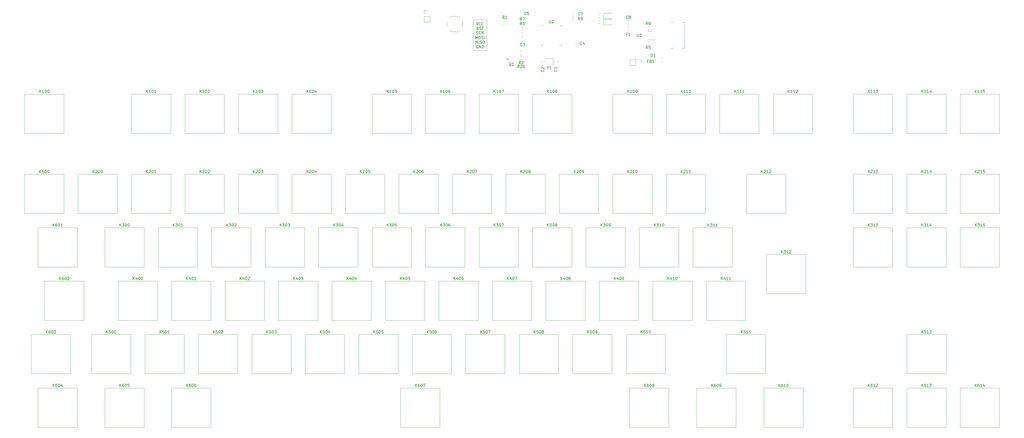
<source format=gbr>
%TF.GenerationSoftware,KiCad,Pcbnew,(5.99.0-10004-g132ec37b56)*%
%TF.CreationDate,2021-04-06T22:09:18+02:00*%
%TF.ProjectId,gh80-3003-nicosmod,67683830-2d33-4303-9033-2d6e69636f73,rev?*%
%TF.SameCoordinates,Original*%
%TF.FileFunction,Legend,Top*%
%TF.FilePolarity,Positive*%
%FSLAX46Y46*%
G04 Gerber Fmt 4.6, Leading zero omitted, Abs format (unit mm)*
G04 Created by KiCad (PCBNEW (5.99.0-10004-g132ec37b56)) date 2021-04-06 22:09:18*
%MOMM*%
%LPD*%
G01*
G04 APERTURE LIST*
%ADD10C,0.150000*%
%ADD11C,0.120000*%
%ADD12C,0.100000*%
G04 APERTURE END LIST*
D10*
X367930523Y-181950380D02*
X367930523Y-180950380D01*
X368501952Y-181950380D02*
X368073380Y-181378952D01*
X368501952Y-180950380D02*
X367930523Y-181521809D01*
X369359095Y-180950380D02*
X369168619Y-180950380D01*
X369073380Y-180998000D01*
X369025761Y-181045619D01*
X368930523Y-181188476D01*
X368882904Y-181378952D01*
X368882904Y-181759904D01*
X368930523Y-181855142D01*
X368978142Y-181902761D01*
X369073380Y-181950380D01*
X369263857Y-181950380D01*
X369359095Y-181902761D01*
X369406714Y-181855142D01*
X369454333Y-181759904D01*
X369454333Y-181521809D01*
X369406714Y-181426571D01*
X369359095Y-181378952D01*
X369263857Y-181331333D01*
X369073380Y-181331333D01*
X368978142Y-181378952D01*
X368930523Y-181426571D01*
X368882904Y-181521809D01*
X370406714Y-181950380D02*
X369835285Y-181950380D01*
X370121000Y-181950380D02*
X370121000Y-180950380D01*
X370025761Y-181093238D01*
X369930523Y-181188476D01*
X369835285Y-181236095D01*
X371263857Y-181283714D02*
X371263857Y-181950380D01*
X371025761Y-180902761D02*
X370787666Y-181617047D01*
X371406714Y-181617047D01*
X348930523Y-181950380D02*
X348930523Y-180950380D01*
X349501952Y-181950380D02*
X349073380Y-181378952D01*
X349501952Y-180950380D02*
X348930523Y-181521809D01*
X350359095Y-180950380D02*
X350168619Y-180950380D01*
X350073380Y-180998000D01*
X350025761Y-181045619D01*
X349930523Y-181188476D01*
X349882904Y-181378952D01*
X349882904Y-181759904D01*
X349930523Y-181855142D01*
X349978142Y-181902761D01*
X350073380Y-181950380D01*
X350263857Y-181950380D01*
X350359095Y-181902761D01*
X350406714Y-181855142D01*
X350454333Y-181759904D01*
X350454333Y-181521809D01*
X350406714Y-181426571D01*
X350359095Y-181378952D01*
X350263857Y-181331333D01*
X350073380Y-181331333D01*
X349978142Y-181378952D01*
X349930523Y-181426571D01*
X349882904Y-181521809D01*
X351406714Y-181950380D02*
X350835285Y-181950380D01*
X351121000Y-181950380D02*
X351121000Y-180950380D01*
X351025761Y-181093238D01*
X350930523Y-181188476D01*
X350835285Y-181236095D01*
X351740047Y-180950380D02*
X352359095Y-180950380D01*
X352025761Y-181331333D01*
X352168619Y-181331333D01*
X352263857Y-181378952D01*
X352311476Y-181426571D01*
X352359095Y-181521809D01*
X352359095Y-181759904D01*
X352311476Y-181855142D01*
X352263857Y-181902761D01*
X352168619Y-181950380D01*
X351882904Y-181950380D01*
X351787666Y-181902761D01*
X351740047Y-181855142D01*
X329930523Y-181950380D02*
X329930523Y-180950380D01*
X330501952Y-181950380D02*
X330073380Y-181378952D01*
X330501952Y-180950380D02*
X329930523Y-181521809D01*
X331359095Y-180950380D02*
X331168619Y-180950380D01*
X331073380Y-180998000D01*
X331025761Y-181045619D01*
X330930523Y-181188476D01*
X330882904Y-181378952D01*
X330882904Y-181759904D01*
X330930523Y-181855142D01*
X330978142Y-181902761D01*
X331073380Y-181950380D01*
X331263857Y-181950380D01*
X331359095Y-181902761D01*
X331406714Y-181855142D01*
X331454333Y-181759904D01*
X331454333Y-181521809D01*
X331406714Y-181426571D01*
X331359095Y-181378952D01*
X331263857Y-181331333D01*
X331073380Y-181331333D01*
X330978142Y-181378952D01*
X330930523Y-181426571D01*
X330882904Y-181521809D01*
X332406714Y-181950380D02*
X331835285Y-181950380D01*
X332121000Y-181950380D02*
X332121000Y-180950380D01*
X332025761Y-181093238D01*
X331930523Y-181188476D01*
X331835285Y-181236095D01*
X332787666Y-181045619D02*
X332835285Y-180998000D01*
X332930523Y-180950380D01*
X333168619Y-180950380D01*
X333263857Y-180998000D01*
X333311476Y-181045619D01*
X333359095Y-181140857D01*
X333359095Y-181236095D01*
X333311476Y-181378952D01*
X332740047Y-181950380D01*
X333359095Y-181950380D01*
X298115879Y-182003561D02*
X298115879Y-181003561D01*
X298687308Y-182003561D02*
X298258736Y-181432133D01*
X298687308Y-181003561D02*
X298115879Y-181574990D01*
X299544451Y-181003561D02*
X299353975Y-181003561D01*
X299258736Y-181051181D01*
X299211117Y-181098800D01*
X299115879Y-181241657D01*
X299068260Y-181432133D01*
X299068260Y-181813085D01*
X299115879Y-181908323D01*
X299163498Y-181955942D01*
X299258736Y-182003561D01*
X299449213Y-182003561D01*
X299544451Y-181955942D01*
X299592070Y-181908323D01*
X299639689Y-181813085D01*
X299639689Y-181574990D01*
X299592070Y-181479752D01*
X299544451Y-181432133D01*
X299449213Y-181384514D01*
X299258736Y-181384514D01*
X299163498Y-181432133D01*
X299115879Y-181479752D01*
X299068260Y-181574990D01*
X300592070Y-182003561D02*
X300020641Y-182003561D01*
X300306356Y-182003561D02*
X300306356Y-181003561D01*
X300211117Y-181146419D01*
X300115879Y-181241657D01*
X300020641Y-181289276D01*
X301211117Y-181003561D02*
X301306356Y-181003561D01*
X301401594Y-181051181D01*
X301449213Y-181098800D01*
X301496832Y-181194038D01*
X301544451Y-181384514D01*
X301544451Y-181622609D01*
X301496832Y-181813085D01*
X301449213Y-181908323D01*
X301401594Y-181955942D01*
X301306356Y-182003561D01*
X301211117Y-182003561D01*
X301115879Y-181955942D01*
X301068260Y-181908323D01*
X301020641Y-181813085D01*
X300973022Y-181622609D01*
X300973022Y-181384514D01*
X301020641Y-181194038D01*
X301068260Y-181098800D01*
X301115879Y-181051181D01*
X301211117Y-181003561D01*
X274254978Y-181983806D02*
X274254978Y-180983806D01*
X274826407Y-181983806D02*
X274397835Y-181412378D01*
X274826407Y-180983806D02*
X274254978Y-181555235D01*
X275683550Y-180983806D02*
X275493074Y-180983806D01*
X275397835Y-181031426D01*
X275350216Y-181079045D01*
X275254978Y-181221902D01*
X275207359Y-181412378D01*
X275207359Y-181793330D01*
X275254978Y-181888568D01*
X275302597Y-181936187D01*
X275397835Y-181983806D01*
X275588312Y-181983806D01*
X275683550Y-181936187D01*
X275731169Y-181888568D01*
X275778788Y-181793330D01*
X275778788Y-181555235D01*
X275731169Y-181459997D01*
X275683550Y-181412378D01*
X275588312Y-181364759D01*
X275397835Y-181364759D01*
X275302597Y-181412378D01*
X275254978Y-181459997D01*
X275207359Y-181555235D01*
X276397835Y-180983806D02*
X276493074Y-180983806D01*
X276588312Y-181031426D01*
X276635931Y-181079045D01*
X276683550Y-181174283D01*
X276731169Y-181364759D01*
X276731169Y-181602854D01*
X276683550Y-181793330D01*
X276635931Y-181888568D01*
X276588312Y-181936187D01*
X276493074Y-181983806D01*
X276397835Y-181983806D01*
X276302597Y-181936187D01*
X276254978Y-181888568D01*
X276207359Y-181793330D01*
X276159740Y-181602854D01*
X276159740Y-181364759D01*
X276207359Y-181174283D01*
X276254978Y-181079045D01*
X276302597Y-181031426D01*
X276397835Y-180983806D01*
X277207359Y-181983806D02*
X277397835Y-181983806D01*
X277493074Y-181936187D01*
X277540693Y-181888568D01*
X277635931Y-181745711D01*
X277683550Y-181555235D01*
X277683550Y-181174283D01*
X277635931Y-181079045D01*
X277588312Y-181031426D01*
X277493074Y-180983806D01*
X277302597Y-180983806D01*
X277207359Y-181031426D01*
X277159740Y-181079045D01*
X277112121Y-181174283D01*
X277112121Y-181412378D01*
X277159740Y-181507616D01*
X277207359Y-181555235D01*
X277302597Y-181602854D01*
X277493074Y-181602854D01*
X277588312Y-181555235D01*
X277635931Y-181507616D01*
X277683550Y-181412378D01*
X250401975Y-181981311D02*
X250401975Y-180981311D01*
X250973404Y-181981311D02*
X250544832Y-181409883D01*
X250973404Y-180981311D02*
X250401975Y-181552740D01*
X251830547Y-180981311D02*
X251640071Y-180981311D01*
X251544832Y-181028931D01*
X251497213Y-181076550D01*
X251401975Y-181219407D01*
X251354356Y-181409883D01*
X251354356Y-181790835D01*
X251401975Y-181886073D01*
X251449594Y-181933692D01*
X251544832Y-181981311D01*
X251735309Y-181981311D01*
X251830547Y-181933692D01*
X251878166Y-181886073D01*
X251925785Y-181790835D01*
X251925785Y-181552740D01*
X251878166Y-181457502D01*
X251830547Y-181409883D01*
X251735309Y-181362264D01*
X251544832Y-181362264D01*
X251449594Y-181409883D01*
X251401975Y-181457502D01*
X251354356Y-181552740D01*
X252544832Y-180981311D02*
X252640071Y-180981311D01*
X252735309Y-181028931D01*
X252782928Y-181076550D01*
X252830547Y-181171788D01*
X252878166Y-181362264D01*
X252878166Y-181600359D01*
X252830547Y-181790835D01*
X252782928Y-181886073D01*
X252735309Y-181933692D01*
X252640071Y-181981311D01*
X252544832Y-181981311D01*
X252449594Y-181933692D01*
X252401975Y-181886073D01*
X252354356Y-181790835D01*
X252306737Y-181600359D01*
X252306737Y-181362264D01*
X252354356Y-181171788D01*
X252401975Y-181076550D01*
X252449594Y-181028931D01*
X252544832Y-180981311D01*
X253449594Y-181409883D02*
X253354356Y-181362264D01*
X253306737Y-181314645D01*
X253259118Y-181219407D01*
X253259118Y-181171788D01*
X253306737Y-181076550D01*
X253354356Y-181028931D01*
X253449594Y-180981311D01*
X253640071Y-180981311D01*
X253735309Y-181028931D01*
X253782928Y-181076550D01*
X253830547Y-181171788D01*
X253830547Y-181219407D01*
X253782928Y-181314645D01*
X253735309Y-181362264D01*
X253640071Y-181409883D01*
X253449594Y-181409883D01*
X253354356Y-181457502D01*
X253306737Y-181505121D01*
X253259118Y-181600359D01*
X253259118Y-181790835D01*
X253306737Y-181886073D01*
X253354356Y-181933692D01*
X253449594Y-181981311D01*
X253640071Y-181981311D01*
X253735309Y-181933692D01*
X253782928Y-181886073D01*
X253830547Y-181790835D01*
X253830547Y-181600359D01*
X253782928Y-181505121D01*
X253735309Y-181457502D01*
X253640071Y-181409883D01*
X169029523Y-181958380D02*
X169029523Y-180958380D01*
X169600952Y-181958380D02*
X169172380Y-181386952D01*
X169600952Y-180958380D02*
X169029523Y-181529809D01*
X170458095Y-180958380D02*
X170267619Y-180958380D01*
X170172380Y-181006000D01*
X170124761Y-181053619D01*
X170029523Y-181196476D01*
X169981904Y-181386952D01*
X169981904Y-181767904D01*
X170029523Y-181863142D01*
X170077142Y-181910761D01*
X170172380Y-181958380D01*
X170362857Y-181958380D01*
X170458095Y-181910761D01*
X170505714Y-181863142D01*
X170553333Y-181767904D01*
X170553333Y-181529809D01*
X170505714Y-181434571D01*
X170458095Y-181386952D01*
X170362857Y-181339333D01*
X170172380Y-181339333D01*
X170077142Y-181386952D01*
X170029523Y-181434571D01*
X169981904Y-181529809D01*
X171172380Y-180958380D02*
X171267619Y-180958380D01*
X171362857Y-181006000D01*
X171410476Y-181053619D01*
X171458095Y-181148857D01*
X171505714Y-181339333D01*
X171505714Y-181577428D01*
X171458095Y-181767904D01*
X171410476Y-181863142D01*
X171362857Y-181910761D01*
X171267619Y-181958380D01*
X171172380Y-181958380D01*
X171077142Y-181910761D01*
X171029523Y-181863142D01*
X170981904Y-181767904D01*
X170934285Y-181577428D01*
X170934285Y-181339333D01*
X170981904Y-181148857D01*
X171029523Y-181053619D01*
X171077142Y-181006000D01*
X171172380Y-180958380D01*
X171839047Y-180958380D02*
X172505714Y-180958380D01*
X172077142Y-181958380D01*
X87680523Y-181950380D02*
X87680523Y-180950380D01*
X88251952Y-181950380D02*
X87823380Y-181378952D01*
X88251952Y-180950380D02*
X87680523Y-181521809D01*
X89109095Y-180950380D02*
X88918619Y-180950380D01*
X88823380Y-180998000D01*
X88775761Y-181045619D01*
X88680523Y-181188476D01*
X88632904Y-181378952D01*
X88632904Y-181759904D01*
X88680523Y-181855142D01*
X88728142Y-181902761D01*
X88823380Y-181950380D01*
X89013857Y-181950380D01*
X89109095Y-181902761D01*
X89156714Y-181855142D01*
X89204333Y-181759904D01*
X89204333Y-181521809D01*
X89156714Y-181426571D01*
X89109095Y-181378952D01*
X89013857Y-181331333D01*
X88823380Y-181331333D01*
X88728142Y-181378952D01*
X88680523Y-181426571D01*
X88632904Y-181521809D01*
X89823380Y-180950380D02*
X89918619Y-180950380D01*
X90013857Y-180998000D01*
X90061476Y-181045619D01*
X90109095Y-181140857D01*
X90156714Y-181331333D01*
X90156714Y-181569428D01*
X90109095Y-181759904D01*
X90061476Y-181855142D01*
X90013857Y-181902761D01*
X89918619Y-181950380D01*
X89823380Y-181950380D01*
X89728142Y-181902761D01*
X89680523Y-181855142D01*
X89632904Y-181759904D01*
X89585285Y-181569428D01*
X89585285Y-181331333D01*
X89632904Y-181140857D01*
X89680523Y-181045619D01*
X89728142Y-180998000D01*
X89823380Y-180950380D01*
X91013857Y-180950380D02*
X90823380Y-180950380D01*
X90728142Y-180998000D01*
X90680523Y-181045619D01*
X90585285Y-181188476D01*
X90537666Y-181378952D01*
X90537666Y-181759904D01*
X90585285Y-181855142D01*
X90632904Y-181902761D01*
X90728142Y-181950380D01*
X90918619Y-181950380D01*
X91013857Y-181902761D01*
X91061476Y-181855142D01*
X91109095Y-181759904D01*
X91109095Y-181521809D01*
X91061476Y-181426571D01*
X91013857Y-181378952D01*
X90918619Y-181331333D01*
X90728142Y-181331333D01*
X90632904Y-181378952D01*
X90585285Y-181426571D01*
X90537666Y-181521809D01*
X63930523Y-181950380D02*
X63930523Y-180950380D01*
X64501952Y-181950380D02*
X64073380Y-181378952D01*
X64501952Y-180950380D02*
X63930523Y-181521809D01*
X65359095Y-180950380D02*
X65168619Y-180950380D01*
X65073380Y-180998000D01*
X65025761Y-181045619D01*
X64930523Y-181188476D01*
X64882904Y-181378952D01*
X64882904Y-181759904D01*
X64930523Y-181855142D01*
X64978142Y-181902761D01*
X65073380Y-181950380D01*
X65263857Y-181950380D01*
X65359095Y-181902761D01*
X65406714Y-181855142D01*
X65454333Y-181759904D01*
X65454333Y-181521809D01*
X65406714Y-181426571D01*
X65359095Y-181378952D01*
X65263857Y-181331333D01*
X65073380Y-181331333D01*
X64978142Y-181378952D01*
X64930523Y-181426571D01*
X64882904Y-181521809D01*
X66073380Y-180950380D02*
X66168619Y-180950380D01*
X66263857Y-180998000D01*
X66311476Y-181045619D01*
X66359095Y-181140857D01*
X66406714Y-181331333D01*
X66406714Y-181569428D01*
X66359095Y-181759904D01*
X66311476Y-181855142D01*
X66263857Y-181902761D01*
X66168619Y-181950380D01*
X66073380Y-181950380D01*
X65978142Y-181902761D01*
X65930523Y-181855142D01*
X65882904Y-181759904D01*
X65835285Y-181569428D01*
X65835285Y-181331333D01*
X65882904Y-181140857D01*
X65930523Y-181045619D01*
X65978142Y-180998000D01*
X66073380Y-180950380D01*
X67311476Y-180950380D02*
X66835285Y-180950380D01*
X66787666Y-181426571D01*
X66835285Y-181378952D01*
X66930523Y-181331333D01*
X67168619Y-181331333D01*
X67263857Y-181378952D01*
X67311476Y-181426571D01*
X67359095Y-181521809D01*
X67359095Y-181759904D01*
X67311476Y-181855142D01*
X67263857Y-181902761D01*
X67168619Y-181950380D01*
X66930523Y-181950380D01*
X66835285Y-181902761D01*
X66787666Y-181855142D01*
X40180523Y-181950380D02*
X40180523Y-180950380D01*
X40751952Y-181950380D02*
X40323380Y-181378952D01*
X40751952Y-180950380D02*
X40180523Y-181521809D01*
X41609095Y-180950380D02*
X41418619Y-180950380D01*
X41323380Y-180998000D01*
X41275761Y-181045619D01*
X41180523Y-181188476D01*
X41132904Y-181378952D01*
X41132904Y-181759904D01*
X41180523Y-181855142D01*
X41228142Y-181902761D01*
X41323380Y-181950380D01*
X41513857Y-181950380D01*
X41609095Y-181902761D01*
X41656714Y-181855142D01*
X41704333Y-181759904D01*
X41704333Y-181521809D01*
X41656714Y-181426571D01*
X41609095Y-181378952D01*
X41513857Y-181331333D01*
X41323380Y-181331333D01*
X41228142Y-181378952D01*
X41180523Y-181426571D01*
X41132904Y-181521809D01*
X42323380Y-180950380D02*
X42418619Y-180950380D01*
X42513857Y-180998000D01*
X42561476Y-181045619D01*
X42609095Y-181140857D01*
X42656714Y-181331333D01*
X42656714Y-181569428D01*
X42609095Y-181759904D01*
X42561476Y-181855142D01*
X42513857Y-181902761D01*
X42418619Y-181950380D01*
X42323380Y-181950380D01*
X42228142Y-181902761D01*
X42180523Y-181855142D01*
X42132904Y-181759904D01*
X42085285Y-181569428D01*
X42085285Y-181331333D01*
X42132904Y-181140857D01*
X42180523Y-181045619D01*
X42228142Y-180998000D01*
X42323380Y-180950380D01*
X43513857Y-181283714D02*
X43513857Y-181950380D01*
X43275761Y-180902761D02*
X43037666Y-181617047D01*
X43656714Y-181617047D01*
X37805523Y-162950380D02*
X37805523Y-161950380D01*
X38376952Y-162950380D02*
X37948380Y-162378952D01*
X38376952Y-161950380D02*
X37805523Y-162521809D01*
X39234095Y-161950380D02*
X39043619Y-161950380D01*
X38948380Y-161998000D01*
X38900761Y-162045619D01*
X38805523Y-162188476D01*
X38757904Y-162378952D01*
X38757904Y-162759904D01*
X38805523Y-162855142D01*
X38853142Y-162902761D01*
X38948380Y-162950380D01*
X39138857Y-162950380D01*
X39234095Y-162902761D01*
X39281714Y-162855142D01*
X39329333Y-162759904D01*
X39329333Y-162521809D01*
X39281714Y-162426571D01*
X39234095Y-162378952D01*
X39138857Y-162331333D01*
X38948380Y-162331333D01*
X38853142Y-162378952D01*
X38805523Y-162426571D01*
X38757904Y-162521809D01*
X39948380Y-161950380D02*
X40043619Y-161950380D01*
X40138857Y-161998000D01*
X40186476Y-162045619D01*
X40234095Y-162140857D01*
X40281714Y-162331333D01*
X40281714Y-162569428D01*
X40234095Y-162759904D01*
X40186476Y-162855142D01*
X40138857Y-162902761D01*
X40043619Y-162950380D01*
X39948380Y-162950380D01*
X39853142Y-162902761D01*
X39805523Y-162855142D01*
X39757904Y-162759904D01*
X39710285Y-162569428D01*
X39710285Y-162331333D01*
X39757904Y-162140857D01*
X39805523Y-162045619D01*
X39853142Y-161998000D01*
X39948380Y-161950380D01*
X40615047Y-161950380D02*
X41234095Y-161950380D01*
X40900761Y-162331333D01*
X41043619Y-162331333D01*
X41138857Y-162378952D01*
X41186476Y-162426571D01*
X41234095Y-162521809D01*
X41234095Y-162759904D01*
X41186476Y-162855142D01*
X41138857Y-162902761D01*
X41043619Y-162950380D01*
X40757904Y-162950380D01*
X40662666Y-162902761D01*
X40615047Y-162855142D01*
X42555523Y-143950380D02*
X42555523Y-142950380D01*
X43126952Y-143950380D02*
X42698380Y-143378952D01*
X43126952Y-142950380D02*
X42555523Y-143521809D01*
X43984095Y-142950380D02*
X43793619Y-142950380D01*
X43698380Y-142998000D01*
X43650761Y-143045619D01*
X43555523Y-143188476D01*
X43507904Y-143378952D01*
X43507904Y-143759904D01*
X43555523Y-143855142D01*
X43603142Y-143902761D01*
X43698380Y-143950380D01*
X43888857Y-143950380D01*
X43984095Y-143902761D01*
X44031714Y-143855142D01*
X44079333Y-143759904D01*
X44079333Y-143521809D01*
X44031714Y-143426571D01*
X43984095Y-143378952D01*
X43888857Y-143331333D01*
X43698380Y-143331333D01*
X43603142Y-143378952D01*
X43555523Y-143426571D01*
X43507904Y-143521809D01*
X44698380Y-142950380D02*
X44793619Y-142950380D01*
X44888857Y-142998000D01*
X44936476Y-143045619D01*
X44984095Y-143140857D01*
X45031714Y-143331333D01*
X45031714Y-143569428D01*
X44984095Y-143759904D01*
X44936476Y-143855142D01*
X44888857Y-143902761D01*
X44793619Y-143950380D01*
X44698380Y-143950380D01*
X44603142Y-143902761D01*
X44555523Y-143855142D01*
X44507904Y-143759904D01*
X44460285Y-143569428D01*
X44460285Y-143331333D01*
X44507904Y-143140857D01*
X44555523Y-143045619D01*
X44603142Y-142998000D01*
X44698380Y-142950380D01*
X45412666Y-143045619D02*
X45460285Y-142998000D01*
X45555523Y-142950380D01*
X45793619Y-142950380D01*
X45888857Y-142998000D01*
X45936476Y-143045619D01*
X45984095Y-143140857D01*
X45984095Y-143236095D01*
X45936476Y-143378952D01*
X45365047Y-143950380D01*
X45984095Y-143950380D01*
X40180523Y-124950380D02*
X40180523Y-123950380D01*
X40751952Y-124950380D02*
X40323380Y-124378952D01*
X40751952Y-123950380D02*
X40180523Y-124521809D01*
X41609095Y-123950380D02*
X41418619Y-123950380D01*
X41323380Y-123998000D01*
X41275761Y-124045619D01*
X41180523Y-124188476D01*
X41132904Y-124378952D01*
X41132904Y-124759904D01*
X41180523Y-124855142D01*
X41228142Y-124902761D01*
X41323380Y-124950380D01*
X41513857Y-124950380D01*
X41609095Y-124902761D01*
X41656714Y-124855142D01*
X41704333Y-124759904D01*
X41704333Y-124521809D01*
X41656714Y-124426571D01*
X41609095Y-124378952D01*
X41513857Y-124331333D01*
X41323380Y-124331333D01*
X41228142Y-124378952D01*
X41180523Y-124426571D01*
X41132904Y-124521809D01*
X42323380Y-123950380D02*
X42418619Y-123950380D01*
X42513857Y-123998000D01*
X42561476Y-124045619D01*
X42609095Y-124140857D01*
X42656714Y-124331333D01*
X42656714Y-124569428D01*
X42609095Y-124759904D01*
X42561476Y-124855142D01*
X42513857Y-124902761D01*
X42418619Y-124950380D01*
X42323380Y-124950380D01*
X42228142Y-124902761D01*
X42180523Y-124855142D01*
X42132904Y-124759904D01*
X42085285Y-124569428D01*
X42085285Y-124331333D01*
X42132904Y-124140857D01*
X42180523Y-124045619D01*
X42228142Y-123998000D01*
X42323380Y-123950380D01*
X43609095Y-124950380D02*
X43037666Y-124950380D01*
X43323380Y-124950380D02*
X43323380Y-123950380D01*
X43228142Y-124093238D01*
X43132904Y-124188476D01*
X43037666Y-124236095D01*
X35430523Y-105950380D02*
X35430523Y-104950380D01*
X36001952Y-105950380D02*
X35573380Y-105378952D01*
X36001952Y-104950380D02*
X35430523Y-105521809D01*
X36859095Y-104950380D02*
X36668619Y-104950380D01*
X36573380Y-104998000D01*
X36525761Y-105045619D01*
X36430523Y-105188476D01*
X36382904Y-105378952D01*
X36382904Y-105759904D01*
X36430523Y-105855142D01*
X36478142Y-105902761D01*
X36573380Y-105950380D01*
X36763857Y-105950380D01*
X36859095Y-105902761D01*
X36906714Y-105855142D01*
X36954333Y-105759904D01*
X36954333Y-105521809D01*
X36906714Y-105426571D01*
X36859095Y-105378952D01*
X36763857Y-105331333D01*
X36573380Y-105331333D01*
X36478142Y-105378952D01*
X36430523Y-105426571D01*
X36382904Y-105521809D01*
X37573380Y-104950380D02*
X37668619Y-104950380D01*
X37763857Y-104998000D01*
X37811476Y-105045619D01*
X37859095Y-105140857D01*
X37906714Y-105331333D01*
X37906714Y-105569428D01*
X37859095Y-105759904D01*
X37811476Y-105855142D01*
X37763857Y-105902761D01*
X37668619Y-105950380D01*
X37573380Y-105950380D01*
X37478142Y-105902761D01*
X37430523Y-105855142D01*
X37382904Y-105759904D01*
X37335285Y-105569428D01*
X37335285Y-105331333D01*
X37382904Y-105140857D01*
X37430523Y-105045619D01*
X37478142Y-104998000D01*
X37573380Y-104950380D01*
X38525761Y-104950380D02*
X38621000Y-104950380D01*
X38716238Y-104998000D01*
X38763857Y-105045619D01*
X38811476Y-105140857D01*
X38859095Y-105331333D01*
X38859095Y-105569428D01*
X38811476Y-105759904D01*
X38763857Y-105855142D01*
X38716238Y-105902761D01*
X38621000Y-105950380D01*
X38525761Y-105950380D01*
X38430523Y-105902761D01*
X38382904Y-105855142D01*
X38335285Y-105759904D01*
X38287666Y-105569428D01*
X38287666Y-105331333D01*
X38335285Y-105140857D01*
X38382904Y-105045619D01*
X38430523Y-104998000D01*
X38525761Y-104950380D01*
X348930523Y-162950380D02*
X348930523Y-161950380D01*
X349501952Y-162950380D02*
X349073380Y-162378952D01*
X349501952Y-161950380D02*
X348930523Y-162521809D01*
X350406714Y-161950380D02*
X349930523Y-161950380D01*
X349882904Y-162426571D01*
X349930523Y-162378952D01*
X350025761Y-162331333D01*
X350263857Y-162331333D01*
X350359095Y-162378952D01*
X350406714Y-162426571D01*
X350454333Y-162521809D01*
X350454333Y-162759904D01*
X350406714Y-162855142D01*
X350359095Y-162902761D01*
X350263857Y-162950380D01*
X350025761Y-162950380D01*
X349930523Y-162902761D01*
X349882904Y-162855142D01*
X351406714Y-162950380D02*
X350835285Y-162950380D01*
X351121000Y-162950380D02*
X351121000Y-161950380D01*
X351025761Y-162093238D01*
X350930523Y-162188476D01*
X350835285Y-162236095D01*
X351787666Y-162045619D02*
X351835285Y-161998000D01*
X351930523Y-161950380D01*
X352168619Y-161950380D01*
X352263857Y-161998000D01*
X352311476Y-162045619D01*
X352359095Y-162140857D01*
X352359095Y-162236095D01*
X352311476Y-162378952D01*
X351740047Y-162950380D01*
X352359095Y-162950380D01*
X284805523Y-162950380D02*
X284805523Y-161950380D01*
X285376952Y-162950380D02*
X284948380Y-162378952D01*
X285376952Y-161950380D02*
X284805523Y-162521809D01*
X286281714Y-161950380D02*
X285805523Y-161950380D01*
X285757904Y-162426571D01*
X285805523Y-162378952D01*
X285900761Y-162331333D01*
X286138857Y-162331333D01*
X286234095Y-162378952D01*
X286281714Y-162426571D01*
X286329333Y-162521809D01*
X286329333Y-162759904D01*
X286281714Y-162855142D01*
X286234095Y-162902761D01*
X286138857Y-162950380D01*
X285900761Y-162950380D01*
X285805523Y-162902761D01*
X285757904Y-162855142D01*
X287281714Y-162950380D02*
X286710285Y-162950380D01*
X286996000Y-162950380D02*
X286996000Y-161950380D01*
X286900761Y-162093238D01*
X286805523Y-162188476D01*
X286710285Y-162236095D01*
X288234095Y-162950380D02*
X287662666Y-162950380D01*
X287948380Y-162950380D02*
X287948380Y-161950380D01*
X287853142Y-162093238D01*
X287757904Y-162188476D01*
X287662666Y-162236095D01*
X249180523Y-162950380D02*
X249180523Y-161950380D01*
X249751952Y-162950380D02*
X249323380Y-162378952D01*
X249751952Y-161950380D02*
X249180523Y-162521809D01*
X250656714Y-161950380D02*
X250180523Y-161950380D01*
X250132904Y-162426571D01*
X250180523Y-162378952D01*
X250275761Y-162331333D01*
X250513857Y-162331333D01*
X250609095Y-162378952D01*
X250656714Y-162426571D01*
X250704333Y-162521809D01*
X250704333Y-162759904D01*
X250656714Y-162855142D01*
X250609095Y-162902761D01*
X250513857Y-162950380D01*
X250275761Y-162950380D01*
X250180523Y-162902761D01*
X250132904Y-162855142D01*
X251656714Y-162950380D02*
X251085285Y-162950380D01*
X251371000Y-162950380D02*
X251371000Y-161950380D01*
X251275761Y-162093238D01*
X251180523Y-162188476D01*
X251085285Y-162236095D01*
X252275761Y-161950380D02*
X252371000Y-161950380D01*
X252466238Y-161998000D01*
X252513857Y-162045619D01*
X252561476Y-162140857D01*
X252609095Y-162331333D01*
X252609095Y-162569428D01*
X252561476Y-162759904D01*
X252513857Y-162855142D01*
X252466238Y-162902761D01*
X252371000Y-162950380D01*
X252275761Y-162950380D01*
X252180523Y-162902761D01*
X252132904Y-162855142D01*
X252085285Y-162759904D01*
X252037666Y-162569428D01*
X252037666Y-162331333D01*
X252085285Y-162140857D01*
X252132904Y-162045619D01*
X252180523Y-161998000D01*
X252275761Y-161950380D01*
X230180523Y-162950380D02*
X230180523Y-161950380D01*
X230751952Y-162950380D02*
X230323380Y-162378952D01*
X230751952Y-161950380D02*
X230180523Y-162521809D01*
X231656714Y-161950380D02*
X231180523Y-161950380D01*
X231132904Y-162426571D01*
X231180523Y-162378952D01*
X231275761Y-162331333D01*
X231513857Y-162331333D01*
X231609095Y-162378952D01*
X231656714Y-162426571D01*
X231704333Y-162521809D01*
X231704333Y-162759904D01*
X231656714Y-162855142D01*
X231609095Y-162902761D01*
X231513857Y-162950380D01*
X231275761Y-162950380D01*
X231180523Y-162902761D01*
X231132904Y-162855142D01*
X232323380Y-161950380D02*
X232418619Y-161950380D01*
X232513857Y-161998000D01*
X232561476Y-162045619D01*
X232609095Y-162140857D01*
X232656714Y-162331333D01*
X232656714Y-162569428D01*
X232609095Y-162759904D01*
X232561476Y-162855142D01*
X232513857Y-162902761D01*
X232418619Y-162950380D01*
X232323380Y-162950380D01*
X232228142Y-162902761D01*
X232180523Y-162855142D01*
X232132904Y-162759904D01*
X232085285Y-162569428D01*
X232085285Y-162331333D01*
X232132904Y-162140857D01*
X232180523Y-162045619D01*
X232228142Y-161998000D01*
X232323380Y-161950380D01*
X233132904Y-162950380D02*
X233323380Y-162950380D01*
X233418619Y-162902761D01*
X233466238Y-162855142D01*
X233561476Y-162712285D01*
X233609095Y-162521809D01*
X233609095Y-162140857D01*
X233561476Y-162045619D01*
X233513857Y-161998000D01*
X233418619Y-161950380D01*
X233228142Y-161950380D01*
X233132904Y-161998000D01*
X233085285Y-162045619D01*
X233037666Y-162140857D01*
X233037666Y-162378952D01*
X233085285Y-162474190D01*
X233132904Y-162521809D01*
X233228142Y-162569428D01*
X233418619Y-162569428D01*
X233513857Y-162521809D01*
X233561476Y-162474190D01*
X233609095Y-162378952D01*
X211180523Y-162950380D02*
X211180523Y-161950380D01*
X211751952Y-162950380D02*
X211323380Y-162378952D01*
X211751952Y-161950380D02*
X211180523Y-162521809D01*
X212656714Y-161950380D02*
X212180523Y-161950380D01*
X212132904Y-162426571D01*
X212180523Y-162378952D01*
X212275761Y-162331333D01*
X212513857Y-162331333D01*
X212609095Y-162378952D01*
X212656714Y-162426571D01*
X212704333Y-162521809D01*
X212704333Y-162759904D01*
X212656714Y-162855142D01*
X212609095Y-162902761D01*
X212513857Y-162950380D01*
X212275761Y-162950380D01*
X212180523Y-162902761D01*
X212132904Y-162855142D01*
X213323380Y-161950380D02*
X213418619Y-161950380D01*
X213513857Y-161998000D01*
X213561476Y-162045619D01*
X213609095Y-162140857D01*
X213656714Y-162331333D01*
X213656714Y-162569428D01*
X213609095Y-162759904D01*
X213561476Y-162855142D01*
X213513857Y-162902761D01*
X213418619Y-162950380D01*
X213323380Y-162950380D01*
X213228142Y-162902761D01*
X213180523Y-162855142D01*
X213132904Y-162759904D01*
X213085285Y-162569428D01*
X213085285Y-162331333D01*
X213132904Y-162140857D01*
X213180523Y-162045619D01*
X213228142Y-161998000D01*
X213323380Y-161950380D01*
X214228142Y-162378952D02*
X214132904Y-162331333D01*
X214085285Y-162283714D01*
X214037666Y-162188476D01*
X214037666Y-162140857D01*
X214085285Y-162045619D01*
X214132904Y-161998000D01*
X214228142Y-161950380D01*
X214418619Y-161950380D01*
X214513857Y-161998000D01*
X214561476Y-162045619D01*
X214609095Y-162140857D01*
X214609095Y-162188476D01*
X214561476Y-162283714D01*
X214513857Y-162331333D01*
X214418619Y-162378952D01*
X214228142Y-162378952D01*
X214132904Y-162426571D01*
X214085285Y-162474190D01*
X214037666Y-162569428D01*
X214037666Y-162759904D01*
X214085285Y-162855142D01*
X214132904Y-162902761D01*
X214228142Y-162950380D01*
X214418619Y-162950380D01*
X214513857Y-162902761D01*
X214561476Y-162855142D01*
X214609095Y-162759904D01*
X214609095Y-162569428D01*
X214561476Y-162474190D01*
X214513857Y-162426571D01*
X214418619Y-162378952D01*
X192180523Y-162950380D02*
X192180523Y-161950380D01*
X192751952Y-162950380D02*
X192323380Y-162378952D01*
X192751952Y-161950380D02*
X192180523Y-162521809D01*
X193656714Y-161950380D02*
X193180523Y-161950380D01*
X193132904Y-162426571D01*
X193180523Y-162378952D01*
X193275761Y-162331333D01*
X193513857Y-162331333D01*
X193609095Y-162378952D01*
X193656714Y-162426571D01*
X193704333Y-162521809D01*
X193704333Y-162759904D01*
X193656714Y-162855142D01*
X193609095Y-162902761D01*
X193513857Y-162950380D01*
X193275761Y-162950380D01*
X193180523Y-162902761D01*
X193132904Y-162855142D01*
X194323380Y-161950380D02*
X194418619Y-161950380D01*
X194513857Y-161998000D01*
X194561476Y-162045619D01*
X194609095Y-162140857D01*
X194656714Y-162331333D01*
X194656714Y-162569428D01*
X194609095Y-162759904D01*
X194561476Y-162855142D01*
X194513857Y-162902761D01*
X194418619Y-162950380D01*
X194323380Y-162950380D01*
X194228142Y-162902761D01*
X194180523Y-162855142D01*
X194132904Y-162759904D01*
X194085285Y-162569428D01*
X194085285Y-162331333D01*
X194132904Y-162140857D01*
X194180523Y-162045619D01*
X194228142Y-161998000D01*
X194323380Y-161950380D01*
X194990047Y-161950380D02*
X195656714Y-161950380D01*
X195228142Y-162950380D01*
X173180523Y-162950380D02*
X173180523Y-161950380D01*
X173751952Y-162950380D02*
X173323380Y-162378952D01*
X173751952Y-161950380D02*
X173180523Y-162521809D01*
X174656714Y-161950380D02*
X174180523Y-161950380D01*
X174132904Y-162426571D01*
X174180523Y-162378952D01*
X174275761Y-162331333D01*
X174513857Y-162331333D01*
X174609095Y-162378952D01*
X174656714Y-162426571D01*
X174704333Y-162521809D01*
X174704333Y-162759904D01*
X174656714Y-162855142D01*
X174609095Y-162902761D01*
X174513857Y-162950380D01*
X174275761Y-162950380D01*
X174180523Y-162902761D01*
X174132904Y-162855142D01*
X175323380Y-161950380D02*
X175418619Y-161950380D01*
X175513857Y-161998000D01*
X175561476Y-162045619D01*
X175609095Y-162140857D01*
X175656714Y-162331333D01*
X175656714Y-162569428D01*
X175609095Y-162759904D01*
X175561476Y-162855142D01*
X175513857Y-162902761D01*
X175418619Y-162950380D01*
X175323380Y-162950380D01*
X175228142Y-162902761D01*
X175180523Y-162855142D01*
X175132904Y-162759904D01*
X175085285Y-162569428D01*
X175085285Y-162331333D01*
X175132904Y-162140857D01*
X175180523Y-162045619D01*
X175228142Y-161998000D01*
X175323380Y-161950380D01*
X176513857Y-161950380D02*
X176323380Y-161950380D01*
X176228142Y-161998000D01*
X176180523Y-162045619D01*
X176085285Y-162188476D01*
X176037666Y-162378952D01*
X176037666Y-162759904D01*
X176085285Y-162855142D01*
X176132904Y-162902761D01*
X176228142Y-162950380D01*
X176418619Y-162950380D01*
X176513857Y-162902761D01*
X176561476Y-162855142D01*
X176609095Y-162759904D01*
X176609095Y-162521809D01*
X176561476Y-162426571D01*
X176513857Y-162378952D01*
X176418619Y-162331333D01*
X176228142Y-162331333D01*
X176132904Y-162378952D01*
X176085285Y-162426571D01*
X176037666Y-162521809D01*
X154180523Y-162950380D02*
X154180523Y-161950380D01*
X154751952Y-162950380D02*
X154323380Y-162378952D01*
X154751952Y-161950380D02*
X154180523Y-162521809D01*
X155656714Y-161950380D02*
X155180523Y-161950380D01*
X155132904Y-162426571D01*
X155180523Y-162378952D01*
X155275761Y-162331333D01*
X155513857Y-162331333D01*
X155609095Y-162378952D01*
X155656714Y-162426571D01*
X155704333Y-162521809D01*
X155704333Y-162759904D01*
X155656714Y-162855142D01*
X155609095Y-162902761D01*
X155513857Y-162950380D01*
X155275761Y-162950380D01*
X155180523Y-162902761D01*
X155132904Y-162855142D01*
X156323380Y-161950380D02*
X156418619Y-161950380D01*
X156513857Y-161998000D01*
X156561476Y-162045619D01*
X156609095Y-162140857D01*
X156656714Y-162331333D01*
X156656714Y-162569428D01*
X156609095Y-162759904D01*
X156561476Y-162855142D01*
X156513857Y-162902761D01*
X156418619Y-162950380D01*
X156323380Y-162950380D01*
X156228142Y-162902761D01*
X156180523Y-162855142D01*
X156132904Y-162759904D01*
X156085285Y-162569428D01*
X156085285Y-162331333D01*
X156132904Y-162140857D01*
X156180523Y-162045619D01*
X156228142Y-161998000D01*
X156323380Y-161950380D01*
X157561476Y-161950380D02*
X157085285Y-161950380D01*
X157037666Y-162426571D01*
X157085285Y-162378952D01*
X157180523Y-162331333D01*
X157418619Y-162331333D01*
X157513857Y-162378952D01*
X157561476Y-162426571D01*
X157609095Y-162521809D01*
X157609095Y-162759904D01*
X157561476Y-162855142D01*
X157513857Y-162902761D01*
X157418619Y-162950380D01*
X157180523Y-162950380D01*
X157085285Y-162902761D01*
X157037666Y-162855142D01*
X135180523Y-162950380D02*
X135180523Y-161950380D01*
X135751952Y-162950380D02*
X135323380Y-162378952D01*
X135751952Y-161950380D02*
X135180523Y-162521809D01*
X136656714Y-161950380D02*
X136180523Y-161950380D01*
X136132904Y-162426571D01*
X136180523Y-162378952D01*
X136275761Y-162331333D01*
X136513857Y-162331333D01*
X136609095Y-162378952D01*
X136656714Y-162426571D01*
X136704333Y-162521809D01*
X136704333Y-162759904D01*
X136656714Y-162855142D01*
X136609095Y-162902761D01*
X136513857Y-162950380D01*
X136275761Y-162950380D01*
X136180523Y-162902761D01*
X136132904Y-162855142D01*
X137323380Y-161950380D02*
X137418619Y-161950380D01*
X137513857Y-161998000D01*
X137561476Y-162045619D01*
X137609095Y-162140857D01*
X137656714Y-162331333D01*
X137656714Y-162569428D01*
X137609095Y-162759904D01*
X137561476Y-162855142D01*
X137513857Y-162902761D01*
X137418619Y-162950380D01*
X137323380Y-162950380D01*
X137228142Y-162902761D01*
X137180523Y-162855142D01*
X137132904Y-162759904D01*
X137085285Y-162569428D01*
X137085285Y-162331333D01*
X137132904Y-162140857D01*
X137180523Y-162045619D01*
X137228142Y-161998000D01*
X137323380Y-161950380D01*
X138513857Y-162283714D02*
X138513857Y-162950380D01*
X138275761Y-161902761D02*
X138037666Y-162617047D01*
X138656714Y-162617047D01*
X116180523Y-162950380D02*
X116180523Y-161950380D01*
X116751952Y-162950380D02*
X116323380Y-162378952D01*
X116751952Y-161950380D02*
X116180523Y-162521809D01*
X117656714Y-161950380D02*
X117180523Y-161950380D01*
X117132904Y-162426571D01*
X117180523Y-162378952D01*
X117275761Y-162331333D01*
X117513857Y-162331333D01*
X117609095Y-162378952D01*
X117656714Y-162426571D01*
X117704333Y-162521809D01*
X117704333Y-162759904D01*
X117656714Y-162855142D01*
X117609095Y-162902761D01*
X117513857Y-162950380D01*
X117275761Y-162950380D01*
X117180523Y-162902761D01*
X117132904Y-162855142D01*
X118323380Y-161950380D02*
X118418619Y-161950380D01*
X118513857Y-161998000D01*
X118561476Y-162045619D01*
X118609095Y-162140857D01*
X118656714Y-162331333D01*
X118656714Y-162569428D01*
X118609095Y-162759904D01*
X118561476Y-162855142D01*
X118513857Y-162902761D01*
X118418619Y-162950380D01*
X118323380Y-162950380D01*
X118228142Y-162902761D01*
X118180523Y-162855142D01*
X118132904Y-162759904D01*
X118085285Y-162569428D01*
X118085285Y-162331333D01*
X118132904Y-162140857D01*
X118180523Y-162045619D01*
X118228142Y-161998000D01*
X118323380Y-161950380D01*
X118990047Y-161950380D02*
X119609095Y-161950380D01*
X119275761Y-162331333D01*
X119418619Y-162331333D01*
X119513857Y-162378952D01*
X119561476Y-162426571D01*
X119609095Y-162521809D01*
X119609095Y-162759904D01*
X119561476Y-162855142D01*
X119513857Y-162902761D01*
X119418619Y-162950380D01*
X119132904Y-162950380D01*
X119037666Y-162902761D01*
X118990047Y-162855142D01*
X97180523Y-162950380D02*
X97180523Y-161950380D01*
X97751952Y-162950380D02*
X97323380Y-162378952D01*
X97751952Y-161950380D02*
X97180523Y-162521809D01*
X98656714Y-161950380D02*
X98180523Y-161950380D01*
X98132904Y-162426571D01*
X98180523Y-162378952D01*
X98275761Y-162331333D01*
X98513857Y-162331333D01*
X98609095Y-162378952D01*
X98656714Y-162426571D01*
X98704333Y-162521809D01*
X98704333Y-162759904D01*
X98656714Y-162855142D01*
X98609095Y-162902761D01*
X98513857Y-162950380D01*
X98275761Y-162950380D01*
X98180523Y-162902761D01*
X98132904Y-162855142D01*
X99323380Y-161950380D02*
X99418619Y-161950380D01*
X99513857Y-161998000D01*
X99561476Y-162045619D01*
X99609095Y-162140857D01*
X99656714Y-162331333D01*
X99656714Y-162569428D01*
X99609095Y-162759904D01*
X99561476Y-162855142D01*
X99513857Y-162902761D01*
X99418619Y-162950380D01*
X99323380Y-162950380D01*
X99228142Y-162902761D01*
X99180523Y-162855142D01*
X99132904Y-162759904D01*
X99085285Y-162569428D01*
X99085285Y-162331333D01*
X99132904Y-162140857D01*
X99180523Y-162045619D01*
X99228142Y-161998000D01*
X99323380Y-161950380D01*
X100037666Y-162045619D02*
X100085285Y-161998000D01*
X100180523Y-161950380D01*
X100418619Y-161950380D01*
X100513857Y-161998000D01*
X100561476Y-162045619D01*
X100609095Y-162140857D01*
X100609095Y-162236095D01*
X100561476Y-162378952D01*
X99990047Y-162950380D01*
X100609095Y-162950380D01*
X78180523Y-162950380D02*
X78180523Y-161950380D01*
X78751952Y-162950380D02*
X78323380Y-162378952D01*
X78751952Y-161950380D02*
X78180523Y-162521809D01*
X79656714Y-161950380D02*
X79180523Y-161950380D01*
X79132904Y-162426571D01*
X79180523Y-162378952D01*
X79275761Y-162331333D01*
X79513857Y-162331333D01*
X79609095Y-162378952D01*
X79656714Y-162426571D01*
X79704333Y-162521809D01*
X79704333Y-162759904D01*
X79656714Y-162855142D01*
X79609095Y-162902761D01*
X79513857Y-162950380D01*
X79275761Y-162950380D01*
X79180523Y-162902761D01*
X79132904Y-162855142D01*
X80323380Y-161950380D02*
X80418619Y-161950380D01*
X80513857Y-161998000D01*
X80561476Y-162045619D01*
X80609095Y-162140857D01*
X80656714Y-162331333D01*
X80656714Y-162569428D01*
X80609095Y-162759904D01*
X80561476Y-162855142D01*
X80513857Y-162902761D01*
X80418619Y-162950380D01*
X80323380Y-162950380D01*
X80228142Y-162902761D01*
X80180523Y-162855142D01*
X80132904Y-162759904D01*
X80085285Y-162569428D01*
X80085285Y-162331333D01*
X80132904Y-162140857D01*
X80180523Y-162045619D01*
X80228142Y-161998000D01*
X80323380Y-161950380D01*
X81609095Y-162950380D02*
X81037666Y-162950380D01*
X81323380Y-162950380D02*
X81323380Y-161950380D01*
X81228142Y-162093238D01*
X81132904Y-162188476D01*
X81037666Y-162236095D01*
X59180523Y-162950380D02*
X59180523Y-161950380D01*
X59751952Y-162950380D02*
X59323380Y-162378952D01*
X59751952Y-161950380D02*
X59180523Y-162521809D01*
X60656714Y-161950380D02*
X60180523Y-161950380D01*
X60132904Y-162426571D01*
X60180523Y-162378952D01*
X60275761Y-162331333D01*
X60513857Y-162331333D01*
X60609095Y-162378952D01*
X60656714Y-162426571D01*
X60704333Y-162521809D01*
X60704333Y-162759904D01*
X60656714Y-162855142D01*
X60609095Y-162902761D01*
X60513857Y-162950380D01*
X60275761Y-162950380D01*
X60180523Y-162902761D01*
X60132904Y-162855142D01*
X61323380Y-161950380D02*
X61418619Y-161950380D01*
X61513857Y-161998000D01*
X61561476Y-162045619D01*
X61609095Y-162140857D01*
X61656714Y-162331333D01*
X61656714Y-162569428D01*
X61609095Y-162759904D01*
X61561476Y-162855142D01*
X61513857Y-162902761D01*
X61418619Y-162950380D01*
X61323380Y-162950380D01*
X61228142Y-162902761D01*
X61180523Y-162855142D01*
X61132904Y-162759904D01*
X61085285Y-162569428D01*
X61085285Y-162331333D01*
X61132904Y-162140857D01*
X61180523Y-162045619D01*
X61228142Y-161998000D01*
X61323380Y-161950380D01*
X62275761Y-161950380D02*
X62371000Y-161950380D01*
X62466238Y-161998000D01*
X62513857Y-162045619D01*
X62561476Y-162140857D01*
X62609095Y-162331333D01*
X62609095Y-162569428D01*
X62561476Y-162759904D01*
X62513857Y-162855142D01*
X62466238Y-162902761D01*
X62371000Y-162950380D01*
X62275761Y-162950380D01*
X62180523Y-162902761D01*
X62132904Y-162855142D01*
X62085285Y-162759904D01*
X62037666Y-162569428D01*
X62037666Y-162331333D01*
X62085285Y-162140857D01*
X62132904Y-162045619D01*
X62180523Y-161998000D01*
X62275761Y-161950380D01*
X277680523Y-143950380D02*
X277680523Y-142950380D01*
X278251952Y-143950380D02*
X277823380Y-143378952D01*
X278251952Y-142950380D02*
X277680523Y-143521809D01*
X279109095Y-143283714D02*
X279109095Y-143950380D01*
X278871000Y-142902761D02*
X278632904Y-143617047D01*
X279251952Y-143617047D01*
X280156714Y-143950380D02*
X279585285Y-143950380D01*
X279871000Y-143950380D02*
X279871000Y-142950380D01*
X279775761Y-143093238D01*
X279680523Y-143188476D01*
X279585285Y-143236095D01*
X281109095Y-143950380D02*
X280537666Y-143950380D01*
X280823380Y-143950380D02*
X280823380Y-142950380D01*
X280728142Y-143093238D01*
X280632904Y-143188476D01*
X280537666Y-143236095D01*
X258680523Y-143950380D02*
X258680523Y-142950380D01*
X259251952Y-143950380D02*
X258823380Y-143378952D01*
X259251952Y-142950380D02*
X258680523Y-143521809D01*
X260109095Y-143283714D02*
X260109095Y-143950380D01*
X259871000Y-142902761D02*
X259632904Y-143617047D01*
X260251952Y-143617047D01*
X261156714Y-143950380D02*
X260585285Y-143950380D01*
X260871000Y-143950380D02*
X260871000Y-142950380D01*
X260775761Y-143093238D01*
X260680523Y-143188476D01*
X260585285Y-143236095D01*
X261775761Y-142950380D02*
X261871000Y-142950380D01*
X261966238Y-142998000D01*
X262013857Y-143045619D01*
X262061476Y-143140857D01*
X262109095Y-143331333D01*
X262109095Y-143569428D01*
X262061476Y-143759904D01*
X262013857Y-143855142D01*
X261966238Y-143902761D01*
X261871000Y-143950380D01*
X261775761Y-143950380D01*
X261680523Y-143902761D01*
X261632904Y-143855142D01*
X261585285Y-143759904D01*
X261537666Y-143569428D01*
X261537666Y-143331333D01*
X261585285Y-143140857D01*
X261632904Y-143045619D01*
X261680523Y-142998000D01*
X261775761Y-142950380D01*
X239680523Y-143950380D02*
X239680523Y-142950380D01*
X240251952Y-143950380D02*
X239823380Y-143378952D01*
X240251952Y-142950380D02*
X239680523Y-143521809D01*
X241109095Y-143283714D02*
X241109095Y-143950380D01*
X240871000Y-142902761D02*
X240632904Y-143617047D01*
X241251952Y-143617047D01*
X241823380Y-142950380D02*
X241918619Y-142950380D01*
X242013857Y-142998000D01*
X242061476Y-143045619D01*
X242109095Y-143140857D01*
X242156714Y-143331333D01*
X242156714Y-143569428D01*
X242109095Y-143759904D01*
X242061476Y-143855142D01*
X242013857Y-143902761D01*
X241918619Y-143950380D01*
X241823380Y-143950380D01*
X241728142Y-143902761D01*
X241680523Y-143855142D01*
X241632904Y-143759904D01*
X241585285Y-143569428D01*
X241585285Y-143331333D01*
X241632904Y-143140857D01*
X241680523Y-143045619D01*
X241728142Y-142998000D01*
X241823380Y-142950380D01*
X242632904Y-143950380D02*
X242823380Y-143950380D01*
X242918619Y-143902761D01*
X242966238Y-143855142D01*
X243061476Y-143712285D01*
X243109095Y-143521809D01*
X243109095Y-143140857D01*
X243061476Y-143045619D01*
X243013857Y-142998000D01*
X242918619Y-142950380D01*
X242728142Y-142950380D01*
X242632904Y-142998000D01*
X242585285Y-143045619D01*
X242537666Y-143140857D01*
X242537666Y-143378952D01*
X242585285Y-143474190D01*
X242632904Y-143521809D01*
X242728142Y-143569428D01*
X242918619Y-143569428D01*
X243013857Y-143521809D01*
X243061476Y-143474190D01*
X243109095Y-143378952D01*
X220680523Y-143950380D02*
X220680523Y-142950380D01*
X221251952Y-143950380D02*
X220823380Y-143378952D01*
X221251952Y-142950380D02*
X220680523Y-143521809D01*
X222109095Y-143283714D02*
X222109095Y-143950380D01*
X221871000Y-142902761D02*
X221632904Y-143617047D01*
X222251952Y-143617047D01*
X222823380Y-142950380D02*
X222918619Y-142950380D01*
X223013857Y-142998000D01*
X223061476Y-143045619D01*
X223109095Y-143140857D01*
X223156714Y-143331333D01*
X223156714Y-143569428D01*
X223109095Y-143759904D01*
X223061476Y-143855142D01*
X223013857Y-143902761D01*
X222918619Y-143950380D01*
X222823380Y-143950380D01*
X222728142Y-143902761D01*
X222680523Y-143855142D01*
X222632904Y-143759904D01*
X222585285Y-143569428D01*
X222585285Y-143331333D01*
X222632904Y-143140857D01*
X222680523Y-143045619D01*
X222728142Y-142998000D01*
X222823380Y-142950380D01*
X223728142Y-143378952D02*
X223632904Y-143331333D01*
X223585285Y-143283714D01*
X223537666Y-143188476D01*
X223537666Y-143140857D01*
X223585285Y-143045619D01*
X223632904Y-142998000D01*
X223728142Y-142950380D01*
X223918619Y-142950380D01*
X224013857Y-142998000D01*
X224061476Y-143045619D01*
X224109095Y-143140857D01*
X224109095Y-143188476D01*
X224061476Y-143283714D01*
X224013857Y-143331333D01*
X223918619Y-143378952D01*
X223728142Y-143378952D01*
X223632904Y-143426571D01*
X223585285Y-143474190D01*
X223537666Y-143569428D01*
X223537666Y-143759904D01*
X223585285Y-143855142D01*
X223632904Y-143902761D01*
X223728142Y-143950380D01*
X223918619Y-143950380D01*
X224013857Y-143902761D01*
X224061476Y-143855142D01*
X224109095Y-143759904D01*
X224109095Y-143569428D01*
X224061476Y-143474190D01*
X224013857Y-143426571D01*
X223918619Y-143378952D01*
X201680523Y-143950380D02*
X201680523Y-142950380D01*
X202251952Y-143950380D02*
X201823380Y-143378952D01*
X202251952Y-142950380D02*
X201680523Y-143521809D01*
X203109095Y-143283714D02*
X203109095Y-143950380D01*
X202871000Y-142902761D02*
X202632904Y-143617047D01*
X203251952Y-143617047D01*
X203823380Y-142950380D02*
X203918619Y-142950380D01*
X204013857Y-142998000D01*
X204061476Y-143045619D01*
X204109095Y-143140857D01*
X204156714Y-143331333D01*
X204156714Y-143569428D01*
X204109095Y-143759904D01*
X204061476Y-143855142D01*
X204013857Y-143902761D01*
X203918619Y-143950380D01*
X203823380Y-143950380D01*
X203728142Y-143902761D01*
X203680523Y-143855142D01*
X203632904Y-143759904D01*
X203585285Y-143569428D01*
X203585285Y-143331333D01*
X203632904Y-143140857D01*
X203680523Y-143045619D01*
X203728142Y-142998000D01*
X203823380Y-142950380D01*
X204490047Y-142950380D02*
X205156714Y-142950380D01*
X204728142Y-143950380D01*
X182680523Y-143950380D02*
X182680523Y-142950380D01*
X183251952Y-143950380D02*
X182823380Y-143378952D01*
X183251952Y-142950380D02*
X182680523Y-143521809D01*
X184109095Y-143283714D02*
X184109095Y-143950380D01*
X183871000Y-142902761D02*
X183632904Y-143617047D01*
X184251952Y-143617047D01*
X184823380Y-142950380D02*
X184918619Y-142950380D01*
X185013857Y-142998000D01*
X185061476Y-143045619D01*
X185109095Y-143140857D01*
X185156714Y-143331333D01*
X185156714Y-143569428D01*
X185109095Y-143759904D01*
X185061476Y-143855142D01*
X185013857Y-143902761D01*
X184918619Y-143950380D01*
X184823380Y-143950380D01*
X184728142Y-143902761D01*
X184680523Y-143855142D01*
X184632904Y-143759904D01*
X184585285Y-143569428D01*
X184585285Y-143331333D01*
X184632904Y-143140857D01*
X184680523Y-143045619D01*
X184728142Y-142998000D01*
X184823380Y-142950380D01*
X186013857Y-142950380D02*
X185823380Y-142950380D01*
X185728142Y-142998000D01*
X185680523Y-143045619D01*
X185585285Y-143188476D01*
X185537666Y-143378952D01*
X185537666Y-143759904D01*
X185585285Y-143855142D01*
X185632904Y-143902761D01*
X185728142Y-143950380D01*
X185918619Y-143950380D01*
X186013857Y-143902761D01*
X186061476Y-143855142D01*
X186109095Y-143759904D01*
X186109095Y-143521809D01*
X186061476Y-143426571D01*
X186013857Y-143378952D01*
X185918619Y-143331333D01*
X185728142Y-143331333D01*
X185632904Y-143378952D01*
X185585285Y-143426571D01*
X185537666Y-143521809D01*
X163680523Y-143950380D02*
X163680523Y-142950380D01*
X164251952Y-143950380D02*
X163823380Y-143378952D01*
X164251952Y-142950380D02*
X163680523Y-143521809D01*
X165109095Y-143283714D02*
X165109095Y-143950380D01*
X164871000Y-142902761D02*
X164632904Y-143617047D01*
X165251952Y-143617047D01*
X165823380Y-142950380D02*
X165918619Y-142950380D01*
X166013857Y-142998000D01*
X166061476Y-143045619D01*
X166109095Y-143140857D01*
X166156714Y-143331333D01*
X166156714Y-143569428D01*
X166109095Y-143759904D01*
X166061476Y-143855142D01*
X166013857Y-143902761D01*
X165918619Y-143950380D01*
X165823380Y-143950380D01*
X165728142Y-143902761D01*
X165680523Y-143855142D01*
X165632904Y-143759904D01*
X165585285Y-143569428D01*
X165585285Y-143331333D01*
X165632904Y-143140857D01*
X165680523Y-143045619D01*
X165728142Y-142998000D01*
X165823380Y-142950380D01*
X167061476Y-142950380D02*
X166585285Y-142950380D01*
X166537666Y-143426571D01*
X166585285Y-143378952D01*
X166680523Y-143331333D01*
X166918619Y-143331333D01*
X167013857Y-143378952D01*
X167061476Y-143426571D01*
X167109095Y-143521809D01*
X167109095Y-143759904D01*
X167061476Y-143855142D01*
X167013857Y-143902761D01*
X166918619Y-143950380D01*
X166680523Y-143950380D01*
X166585285Y-143902761D01*
X166537666Y-143855142D01*
X144680523Y-143950380D02*
X144680523Y-142950380D01*
X145251952Y-143950380D02*
X144823380Y-143378952D01*
X145251952Y-142950380D02*
X144680523Y-143521809D01*
X146109095Y-143283714D02*
X146109095Y-143950380D01*
X145871000Y-142902761D02*
X145632904Y-143617047D01*
X146251952Y-143617047D01*
X146823380Y-142950380D02*
X146918619Y-142950380D01*
X147013857Y-142998000D01*
X147061476Y-143045619D01*
X147109095Y-143140857D01*
X147156714Y-143331333D01*
X147156714Y-143569428D01*
X147109095Y-143759904D01*
X147061476Y-143855142D01*
X147013857Y-143902761D01*
X146918619Y-143950380D01*
X146823380Y-143950380D01*
X146728142Y-143902761D01*
X146680523Y-143855142D01*
X146632904Y-143759904D01*
X146585285Y-143569428D01*
X146585285Y-143331333D01*
X146632904Y-143140857D01*
X146680523Y-143045619D01*
X146728142Y-142998000D01*
X146823380Y-142950380D01*
X148013857Y-143283714D02*
X148013857Y-143950380D01*
X147775761Y-142902761D02*
X147537666Y-143617047D01*
X148156714Y-143617047D01*
X125680523Y-143950380D02*
X125680523Y-142950380D01*
X126251952Y-143950380D02*
X125823380Y-143378952D01*
X126251952Y-142950380D02*
X125680523Y-143521809D01*
X127109095Y-143283714D02*
X127109095Y-143950380D01*
X126871000Y-142902761D02*
X126632904Y-143617047D01*
X127251952Y-143617047D01*
X127823380Y-142950380D02*
X127918619Y-142950380D01*
X128013857Y-142998000D01*
X128061476Y-143045619D01*
X128109095Y-143140857D01*
X128156714Y-143331333D01*
X128156714Y-143569428D01*
X128109095Y-143759904D01*
X128061476Y-143855142D01*
X128013857Y-143902761D01*
X127918619Y-143950380D01*
X127823380Y-143950380D01*
X127728142Y-143902761D01*
X127680523Y-143855142D01*
X127632904Y-143759904D01*
X127585285Y-143569428D01*
X127585285Y-143331333D01*
X127632904Y-143140857D01*
X127680523Y-143045619D01*
X127728142Y-142998000D01*
X127823380Y-142950380D01*
X128490047Y-142950380D02*
X129109095Y-142950380D01*
X128775761Y-143331333D01*
X128918619Y-143331333D01*
X129013857Y-143378952D01*
X129061476Y-143426571D01*
X129109095Y-143521809D01*
X129109095Y-143759904D01*
X129061476Y-143855142D01*
X129013857Y-143902761D01*
X128918619Y-143950380D01*
X128632904Y-143950380D01*
X128537666Y-143902761D01*
X128490047Y-143855142D01*
X106680523Y-143950380D02*
X106680523Y-142950380D01*
X107251952Y-143950380D02*
X106823380Y-143378952D01*
X107251952Y-142950380D02*
X106680523Y-143521809D01*
X108109095Y-143283714D02*
X108109095Y-143950380D01*
X107871000Y-142902761D02*
X107632904Y-143617047D01*
X108251952Y-143617047D01*
X108823380Y-142950380D02*
X108918619Y-142950380D01*
X109013857Y-142998000D01*
X109061476Y-143045619D01*
X109109095Y-143140857D01*
X109156714Y-143331333D01*
X109156714Y-143569428D01*
X109109095Y-143759904D01*
X109061476Y-143855142D01*
X109013857Y-143902761D01*
X108918619Y-143950380D01*
X108823380Y-143950380D01*
X108728142Y-143902761D01*
X108680523Y-143855142D01*
X108632904Y-143759904D01*
X108585285Y-143569428D01*
X108585285Y-143331333D01*
X108632904Y-143140857D01*
X108680523Y-143045619D01*
X108728142Y-142998000D01*
X108823380Y-142950380D01*
X109537666Y-143045619D02*
X109585285Y-142998000D01*
X109680523Y-142950380D01*
X109918619Y-142950380D01*
X110013857Y-142998000D01*
X110061476Y-143045619D01*
X110109095Y-143140857D01*
X110109095Y-143236095D01*
X110061476Y-143378952D01*
X109490047Y-143950380D01*
X110109095Y-143950380D01*
X87680523Y-143950380D02*
X87680523Y-142950380D01*
X88251952Y-143950380D02*
X87823380Y-143378952D01*
X88251952Y-142950380D02*
X87680523Y-143521809D01*
X89109095Y-143283714D02*
X89109095Y-143950380D01*
X88871000Y-142902761D02*
X88632904Y-143617047D01*
X89251952Y-143617047D01*
X89823380Y-142950380D02*
X89918619Y-142950380D01*
X90013857Y-142998000D01*
X90061476Y-143045619D01*
X90109095Y-143140857D01*
X90156714Y-143331333D01*
X90156714Y-143569428D01*
X90109095Y-143759904D01*
X90061476Y-143855142D01*
X90013857Y-143902761D01*
X89918619Y-143950380D01*
X89823380Y-143950380D01*
X89728142Y-143902761D01*
X89680523Y-143855142D01*
X89632904Y-143759904D01*
X89585285Y-143569428D01*
X89585285Y-143331333D01*
X89632904Y-143140857D01*
X89680523Y-143045619D01*
X89728142Y-142998000D01*
X89823380Y-142950380D01*
X91109095Y-143950380D02*
X90537666Y-143950380D01*
X90823380Y-143950380D02*
X90823380Y-142950380D01*
X90728142Y-143093238D01*
X90632904Y-143188476D01*
X90537666Y-143236095D01*
X68680523Y-143950380D02*
X68680523Y-142950380D01*
X69251952Y-143950380D02*
X68823380Y-143378952D01*
X69251952Y-142950380D02*
X68680523Y-143521809D01*
X70109095Y-143283714D02*
X70109095Y-143950380D01*
X69871000Y-142902761D02*
X69632904Y-143617047D01*
X70251952Y-143617047D01*
X70823380Y-142950380D02*
X70918619Y-142950380D01*
X71013857Y-142998000D01*
X71061476Y-143045619D01*
X71109095Y-143140857D01*
X71156714Y-143331333D01*
X71156714Y-143569428D01*
X71109095Y-143759904D01*
X71061476Y-143855142D01*
X71013857Y-143902761D01*
X70918619Y-143950380D01*
X70823380Y-143950380D01*
X70728142Y-143902761D01*
X70680523Y-143855142D01*
X70632904Y-143759904D01*
X70585285Y-143569428D01*
X70585285Y-143331333D01*
X70632904Y-143140857D01*
X70680523Y-143045619D01*
X70728142Y-142998000D01*
X70823380Y-142950380D01*
X71775761Y-142950380D02*
X71871000Y-142950380D01*
X71966238Y-142998000D01*
X72013857Y-143045619D01*
X72061476Y-143140857D01*
X72109095Y-143331333D01*
X72109095Y-143569428D01*
X72061476Y-143759904D01*
X72013857Y-143855142D01*
X71966238Y-143902761D01*
X71871000Y-143950380D01*
X71775761Y-143950380D01*
X71680523Y-143902761D01*
X71632904Y-143855142D01*
X71585285Y-143759904D01*
X71537666Y-143569428D01*
X71537666Y-143331333D01*
X71585285Y-143140857D01*
X71632904Y-143045619D01*
X71680523Y-142998000D01*
X71775761Y-142950380D01*
X367930523Y-124950380D02*
X367930523Y-123950380D01*
X368501952Y-124950380D02*
X368073380Y-124378952D01*
X368501952Y-123950380D02*
X367930523Y-124521809D01*
X368835285Y-123950380D02*
X369454333Y-123950380D01*
X369121000Y-124331333D01*
X369263857Y-124331333D01*
X369359095Y-124378952D01*
X369406714Y-124426571D01*
X369454333Y-124521809D01*
X369454333Y-124759904D01*
X369406714Y-124855142D01*
X369359095Y-124902761D01*
X369263857Y-124950380D01*
X368978142Y-124950380D01*
X368882904Y-124902761D01*
X368835285Y-124855142D01*
X370406714Y-124950380D02*
X369835285Y-124950380D01*
X370121000Y-124950380D02*
X370121000Y-123950380D01*
X370025761Y-124093238D01*
X369930523Y-124188476D01*
X369835285Y-124236095D01*
X371311476Y-123950380D02*
X370835285Y-123950380D01*
X370787666Y-124426571D01*
X370835285Y-124378952D01*
X370930523Y-124331333D01*
X371168619Y-124331333D01*
X371263857Y-124378952D01*
X371311476Y-124426571D01*
X371359095Y-124521809D01*
X371359095Y-124759904D01*
X371311476Y-124855142D01*
X371263857Y-124902761D01*
X371168619Y-124950380D01*
X370930523Y-124950380D01*
X370835285Y-124902761D01*
X370787666Y-124855142D01*
X348930523Y-124950380D02*
X348930523Y-123950380D01*
X349501952Y-124950380D02*
X349073380Y-124378952D01*
X349501952Y-123950380D02*
X348930523Y-124521809D01*
X349835285Y-123950380D02*
X350454333Y-123950380D01*
X350121000Y-124331333D01*
X350263857Y-124331333D01*
X350359095Y-124378952D01*
X350406714Y-124426571D01*
X350454333Y-124521809D01*
X350454333Y-124759904D01*
X350406714Y-124855142D01*
X350359095Y-124902761D01*
X350263857Y-124950380D01*
X349978142Y-124950380D01*
X349882904Y-124902761D01*
X349835285Y-124855142D01*
X351406714Y-124950380D02*
X350835285Y-124950380D01*
X351121000Y-124950380D02*
X351121000Y-123950380D01*
X351025761Y-124093238D01*
X350930523Y-124188476D01*
X350835285Y-124236095D01*
X352263857Y-124283714D02*
X352263857Y-124950380D01*
X352025761Y-123902761D02*
X351787666Y-124617047D01*
X352406714Y-124617047D01*
X329930523Y-124950380D02*
X329930523Y-123950380D01*
X330501952Y-124950380D02*
X330073380Y-124378952D01*
X330501952Y-123950380D02*
X329930523Y-124521809D01*
X330835285Y-123950380D02*
X331454333Y-123950380D01*
X331121000Y-124331333D01*
X331263857Y-124331333D01*
X331359095Y-124378952D01*
X331406714Y-124426571D01*
X331454333Y-124521809D01*
X331454333Y-124759904D01*
X331406714Y-124855142D01*
X331359095Y-124902761D01*
X331263857Y-124950380D01*
X330978142Y-124950380D01*
X330882904Y-124902761D01*
X330835285Y-124855142D01*
X332406714Y-124950380D02*
X331835285Y-124950380D01*
X332121000Y-124950380D02*
X332121000Y-123950380D01*
X332025761Y-124093238D01*
X331930523Y-124188476D01*
X331835285Y-124236095D01*
X332740047Y-123950380D02*
X333359095Y-123950380D01*
X333025761Y-124331333D01*
X333168619Y-124331333D01*
X333263857Y-124378952D01*
X333311476Y-124426571D01*
X333359095Y-124521809D01*
X333359095Y-124759904D01*
X333311476Y-124855142D01*
X333263857Y-124902761D01*
X333168619Y-124950380D01*
X332882904Y-124950380D01*
X332787666Y-124902761D01*
X332740047Y-124855142D01*
X299055523Y-134450380D02*
X299055523Y-133450380D01*
X299626952Y-134450380D02*
X299198380Y-133878952D01*
X299626952Y-133450380D02*
X299055523Y-134021809D01*
X299960285Y-133450380D02*
X300579333Y-133450380D01*
X300246000Y-133831333D01*
X300388857Y-133831333D01*
X300484095Y-133878952D01*
X300531714Y-133926571D01*
X300579333Y-134021809D01*
X300579333Y-134259904D01*
X300531714Y-134355142D01*
X300484095Y-134402761D01*
X300388857Y-134450380D01*
X300103142Y-134450380D01*
X300007904Y-134402761D01*
X299960285Y-134355142D01*
X301531714Y-134450380D02*
X300960285Y-134450380D01*
X301246000Y-134450380D02*
X301246000Y-133450380D01*
X301150761Y-133593238D01*
X301055523Y-133688476D01*
X300960285Y-133736095D01*
X301912666Y-133545619D02*
X301960285Y-133498000D01*
X302055523Y-133450380D01*
X302293619Y-133450380D01*
X302388857Y-133498000D01*
X302436476Y-133545619D01*
X302484095Y-133640857D01*
X302484095Y-133736095D01*
X302436476Y-133878952D01*
X301865047Y-134450380D01*
X302484095Y-134450380D01*
X272930523Y-124950380D02*
X272930523Y-123950380D01*
X273501952Y-124950380D02*
X273073380Y-124378952D01*
X273501952Y-123950380D02*
X272930523Y-124521809D01*
X273835285Y-123950380D02*
X274454333Y-123950380D01*
X274121000Y-124331333D01*
X274263857Y-124331333D01*
X274359095Y-124378952D01*
X274406714Y-124426571D01*
X274454333Y-124521809D01*
X274454333Y-124759904D01*
X274406714Y-124855142D01*
X274359095Y-124902761D01*
X274263857Y-124950380D01*
X273978142Y-124950380D01*
X273882904Y-124902761D01*
X273835285Y-124855142D01*
X275406714Y-124950380D02*
X274835285Y-124950380D01*
X275121000Y-124950380D02*
X275121000Y-123950380D01*
X275025761Y-124093238D01*
X274930523Y-124188476D01*
X274835285Y-124236095D01*
X276359095Y-124950380D02*
X275787666Y-124950380D01*
X276073380Y-124950380D02*
X276073380Y-123950380D01*
X275978142Y-124093238D01*
X275882904Y-124188476D01*
X275787666Y-124236095D01*
X253930523Y-124950380D02*
X253930523Y-123950380D01*
X254501952Y-124950380D02*
X254073380Y-124378952D01*
X254501952Y-123950380D02*
X253930523Y-124521809D01*
X254835285Y-123950380D02*
X255454333Y-123950380D01*
X255121000Y-124331333D01*
X255263857Y-124331333D01*
X255359095Y-124378952D01*
X255406714Y-124426571D01*
X255454333Y-124521809D01*
X255454333Y-124759904D01*
X255406714Y-124855142D01*
X255359095Y-124902761D01*
X255263857Y-124950380D01*
X254978142Y-124950380D01*
X254882904Y-124902761D01*
X254835285Y-124855142D01*
X256406714Y-124950380D02*
X255835285Y-124950380D01*
X256121000Y-124950380D02*
X256121000Y-123950380D01*
X256025761Y-124093238D01*
X255930523Y-124188476D01*
X255835285Y-124236095D01*
X257025761Y-123950380D02*
X257121000Y-123950380D01*
X257216238Y-123998000D01*
X257263857Y-124045619D01*
X257311476Y-124140857D01*
X257359095Y-124331333D01*
X257359095Y-124569428D01*
X257311476Y-124759904D01*
X257263857Y-124855142D01*
X257216238Y-124902761D01*
X257121000Y-124950380D01*
X257025761Y-124950380D01*
X256930523Y-124902761D01*
X256882904Y-124855142D01*
X256835285Y-124759904D01*
X256787666Y-124569428D01*
X256787666Y-124331333D01*
X256835285Y-124140857D01*
X256882904Y-124045619D01*
X256930523Y-123998000D01*
X257025761Y-123950380D01*
X234930523Y-124950380D02*
X234930523Y-123950380D01*
X235501952Y-124950380D02*
X235073380Y-124378952D01*
X235501952Y-123950380D02*
X234930523Y-124521809D01*
X235835285Y-123950380D02*
X236454333Y-123950380D01*
X236121000Y-124331333D01*
X236263857Y-124331333D01*
X236359095Y-124378952D01*
X236406714Y-124426571D01*
X236454333Y-124521809D01*
X236454333Y-124759904D01*
X236406714Y-124855142D01*
X236359095Y-124902761D01*
X236263857Y-124950380D01*
X235978142Y-124950380D01*
X235882904Y-124902761D01*
X235835285Y-124855142D01*
X237073380Y-123950380D02*
X237168619Y-123950380D01*
X237263857Y-123998000D01*
X237311476Y-124045619D01*
X237359095Y-124140857D01*
X237406714Y-124331333D01*
X237406714Y-124569428D01*
X237359095Y-124759904D01*
X237311476Y-124855142D01*
X237263857Y-124902761D01*
X237168619Y-124950380D01*
X237073380Y-124950380D01*
X236978142Y-124902761D01*
X236930523Y-124855142D01*
X236882904Y-124759904D01*
X236835285Y-124569428D01*
X236835285Y-124331333D01*
X236882904Y-124140857D01*
X236930523Y-124045619D01*
X236978142Y-123998000D01*
X237073380Y-123950380D01*
X237882904Y-124950380D02*
X238073380Y-124950380D01*
X238168619Y-124902761D01*
X238216238Y-124855142D01*
X238311476Y-124712285D01*
X238359095Y-124521809D01*
X238359095Y-124140857D01*
X238311476Y-124045619D01*
X238263857Y-123998000D01*
X238168619Y-123950380D01*
X237978142Y-123950380D01*
X237882904Y-123998000D01*
X237835285Y-124045619D01*
X237787666Y-124140857D01*
X237787666Y-124378952D01*
X237835285Y-124474190D01*
X237882904Y-124521809D01*
X237978142Y-124569428D01*
X238168619Y-124569428D01*
X238263857Y-124521809D01*
X238311476Y-124474190D01*
X238359095Y-124378952D01*
X215930523Y-124950380D02*
X215930523Y-123950380D01*
X216501952Y-124950380D02*
X216073380Y-124378952D01*
X216501952Y-123950380D02*
X215930523Y-124521809D01*
X216835285Y-123950380D02*
X217454333Y-123950380D01*
X217121000Y-124331333D01*
X217263857Y-124331333D01*
X217359095Y-124378952D01*
X217406714Y-124426571D01*
X217454333Y-124521809D01*
X217454333Y-124759904D01*
X217406714Y-124855142D01*
X217359095Y-124902761D01*
X217263857Y-124950380D01*
X216978142Y-124950380D01*
X216882904Y-124902761D01*
X216835285Y-124855142D01*
X218073380Y-123950380D02*
X218168619Y-123950380D01*
X218263857Y-123998000D01*
X218311476Y-124045619D01*
X218359095Y-124140857D01*
X218406714Y-124331333D01*
X218406714Y-124569428D01*
X218359095Y-124759904D01*
X218311476Y-124855142D01*
X218263857Y-124902761D01*
X218168619Y-124950380D01*
X218073380Y-124950380D01*
X217978142Y-124902761D01*
X217930523Y-124855142D01*
X217882904Y-124759904D01*
X217835285Y-124569428D01*
X217835285Y-124331333D01*
X217882904Y-124140857D01*
X217930523Y-124045619D01*
X217978142Y-123998000D01*
X218073380Y-123950380D01*
X218978142Y-124378952D02*
X218882904Y-124331333D01*
X218835285Y-124283714D01*
X218787666Y-124188476D01*
X218787666Y-124140857D01*
X218835285Y-124045619D01*
X218882904Y-123998000D01*
X218978142Y-123950380D01*
X219168619Y-123950380D01*
X219263857Y-123998000D01*
X219311476Y-124045619D01*
X219359095Y-124140857D01*
X219359095Y-124188476D01*
X219311476Y-124283714D01*
X219263857Y-124331333D01*
X219168619Y-124378952D01*
X218978142Y-124378952D01*
X218882904Y-124426571D01*
X218835285Y-124474190D01*
X218787666Y-124569428D01*
X218787666Y-124759904D01*
X218835285Y-124855142D01*
X218882904Y-124902761D01*
X218978142Y-124950380D01*
X219168619Y-124950380D01*
X219263857Y-124902761D01*
X219311476Y-124855142D01*
X219359095Y-124759904D01*
X219359095Y-124569428D01*
X219311476Y-124474190D01*
X219263857Y-124426571D01*
X219168619Y-124378952D01*
X196930523Y-124950380D02*
X196930523Y-123950380D01*
X197501952Y-124950380D02*
X197073380Y-124378952D01*
X197501952Y-123950380D02*
X196930523Y-124521809D01*
X197835285Y-123950380D02*
X198454333Y-123950380D01*
X198121000Y-124331333D01*
X198263857Y-124331333D01*
X198359095Y-124378952D01*
X198406714Y-124426571D01*
X198454333Y-124521809D01*
X198454333Y-124759904D01*
X198406714Y-124855142D01*
X198359095Y-124902761D01*
X198263857Y-124950380D01*
X197978142Y-124950380D01*
X197882904Y-124902761D01*
X197835285Y-124855142D01*
X199073380Y-123950380D02*
X199168619Y-123950380D01*
X199263857Y-123998000D01*
X199311476Y-124045619D01*
X199359095Y-124140857D01*
X199406714Y-124331333D01*
X199406714Y-124569428D01*
X199359095Y-124759904D01*
X199311476Y-124855142D01*
X199263857Y-124902761D01*
X199168619Y-124950380D01*
X199073380Y-124950380D01*
X198978142Y-124902761D01*
X198930523Y-124855142D01*
X198882904Y-124759904D01*
X198835285Y-124569428D01*
X198835285Y-124331333D01*
X198882904Y-124140857D01*
X198930523Y-124045619D01*
X198978142Y-123998000D01*
X199073380Y-123950380D01*
X199740047Y-123950380D02*
X200406714Y-123950380D01*
X199978142Y-124950380D01*
X177930523Y-124950380D02*
X177930523Y-123950380D01*
X178501952Y-124950380D02*
X178073380Y-124378952D01*
X178501952Y-123950380D02*
X177930523Y-124521809D01*
X178835285Y-123950380D02*
X179454333Y-123950380D01*
X179121000Y-124331333D01*
X179263857Y-124331333D01*
X179359095Y-124378952D01*
X179406714Y-124426571D01*
X179454333Y-124521809D01*
X179454333Y-124759904D01*
X179406714Y-124855142D01*
X179359095Y-124902761D01*
X179263857Y-124950380D01*
X178978142Y-124950380D01*
X178882904Y-124902761D01*
X178835285Y-124855142D01*
X180073380Y-123950380D02*
X180168619Y-123950380D01*
X180263857Y-123998000D01*
X180311476Y-124045619D01*
X180359095Y-124140857D01*
X180406714Y-124331333D01*
X180406714Y-124569428D01*
X180359095Y-124759904D01*
X180311476Y-124855142D01*
X180263857Y-124902761D01*
X180168619Y-124950380D01*
X180073380Y-124950380D01*
X179978142Y-124902761D01*
X179930523Y-124855142D01*
X179882904Y-124759904D01*
X179835285Y-124569428D01*
X179835285Y-124331333D01*
X179882904Y-124140857D01*
X179930523Y-124045619D01*
X179978142Y-123998000D01*
X180073380Y-123950380D01*
X181263857Y-123950380D02*
X181073380Y-123950380D01*
X180978142Y-123998000D01*
X180930523Y-124045619D01*
X180835285Y-124188476D01*
X180787666Y-124378952D01*
X180787666Y-124759904D01*
X180835285Y-124855142D01*
X180882904Y-124902761D01*
X180978142Y-124950380D01*
X181168619Y-124950380D01*
X181263857Y-124902761D01*
X181311476Y-124855142D01*
X181359095Y-124759904D01*
X181359095Y-124521809D01*
X181311476Y-124426571D01*
X181263857Y-124378952D01*
X181168619Y-124331333D01*
X180978142Y-124331333D01*
X180882904Y-124378952D01*
X180835285Y-124426571D01*
X180787666Y-124521809D01*
X158930523Y-124950380D02*
X158930523Y-123950380D01*
X159501952Y-124950380D02*
X159073380Y-124378952D01*
X159501952Y-123950380D02*
X158930523Y-124521809D01*
X159835285Y-123950380D02*
X160454333Y-123950380D01*
X160121000Y-124331333D01*
X160263857Y-124331333D01*
X160359095Y-124378952D01*
X160406714Y-124426571D01*
X160454333Y-124521809D01*
X160454333Y-124759904D01*
X160406714Y-124855142D01*
X160359095Y-124902761D01*
X160263857Y-124950380D01*
X159978142Y-124950380D01*
X159882904Y-124902761D01*
X159835285Y-124855142D01*
X161073380Y-123950380D02*
X161168619Y-123950380D01*
X161263857Y-123998000D01*
X161311476Y-124045619D01*
X161359095Y-124140857D01*
X161406714Y-124331333D01*
X161406714Y-124569428D01*
X161359095Y-124759904D01*
X161311476Y-124855142D01*
X161263857Y-124902761D01*
X161168619Y-124950380D01*
X161073380Y-124950380D01*
X160978142Y-124902761D01*
X160930523Y-124855142D01*
X160882904Y-124759904D01*
X160835285Y-124569428D01*
X160835285Y-124331333D01*
X160882904Y-124140857D01*
X160930523Y-124045619D01*
X160978142Y-123998000D01*
X161073380Y-123950380D01*
X162311476Y-123950380D02*
X161835285Y-123950380D01*
X161787666Y-124426571D01*
X161835285Y-124378952D01*
X161930523Y-124331333D01*
X162168619Y-124331333D01*
X162263857Y-124378952D01*
X162311476Y-124426571D01*
X162359095Y-124521809D01*
X162359095Y-124759904D01*
X162311476Y-124855142D01*
X162263857Y-124902761D01*
X162168619Y-124950380D01*
X161930523Y-124950380D01*
X161835285Y-124902761D01*
X161787666Y-124855142D01*
X139930523Y-124950380D02*
X139930523Y-123950380D01*
X140501952Y-124950380D02*
X140073380Y-124378952D01*
X140501952Y-123950380D02*
X139930523Y-124521809D01*
X140835285Y-123950380D02*
X141454333Y-123950380D01*
X141121000Y-124331333D01*
X141263857Y-124331333D01*
X141359095Y-124378952D01*
X141406714Y-124426571D01*
X141454333Y-124521809D01*
X141454333Y-124759904D01*
X141406714Y-124855142D01*
X141359095Y-124902761D01*
X141263857Y-124950380D01*
X140978142Y-124950380D01*
X140882904Y-124902761D01*
X140835285Y-124855142D01*
X142073380Y-123950380D02*
X142168619Y-123950380D01*
X142263857Y-123998000D01*
X142311476Y-124045619D01*
X142359095Y-124140857D01*
X142406714Y-124331333D01*
X142406714Y-124569428D01*
X142359095Y-124759904D01*
X142311476Y-124855142D01*
X142263857Y-124902761D01*
X142168619Y-124950380D01*
X142073380Y-124950380D01*
X141978142Y-124902761D01*
X141930523Y-124855142D01*
X141882904Y-124759904D01*
X141835285Y-124569428D01*
X141835285Y-124331333D01*
X141882904Y-124140857D01*
X141930523Y-124045619D01*
X141978142Y-123998000D01*
X142073380Y-123950380D01*
X143263857Y-124283714D02*
X143263857Y-124950380D01*
X143025761Y-123902761D02*
X142787666Y-124617047D01*
X143406714Y-124617047D01*
X120930523Y-124950380D02*
X120930523Y-123950380D01*
X121501952Y-124950380D02*
X121073380Y-124378952D01*
X121501952Y-123950380D02*
X120930523Y-124521809D01*
X121835285Y-123950380D02*
X122454333Y-123950380D01*
X122121000Y-124331333D01*
X122263857Y-124331333D01*
X122359095Y-124378952D01*
X122406714Y-124426571D01*
X122454333Y-124521809D01*
X122454333Y-124759904D01*
X122406714Y-124855142D01*
X122359095Y-124902761D01*
X122263857Y-124950380D01*
X121978142Y-124950380D01*
X121882904Y-124902761D01*
X121835285Y-124855142D01*
X123073380Y-123950380D02*
X123168619Y-123950380D01*
X123263857Y-123998000D01*
X123311476Y-124045619D01*
X123359095Y-124140857D01*
X123406714Y-124331333D01*
X123406714Y-124569428D01*
X123359095Y-124759904D01*
X123311476Y-124855142D01*
X123263857Y-124902761D01*
X123168619Y-124950380D01*
X123073380Y-124950380D01*
X122978142Y-124902761D01*
X122930523Y-124855142D01*
X122882904Y-124759904D01*
X122835285Y-124569428D01*
X122835285Y-124331333D01*
X122882904Y-124140857D01*
X122930523Y-124045619D01*
X122978142Y-123998000D01*
X123073380Y-123950380D01*
X123740047Y-123950380D02*
X124359095Y-123950380D01*
X124025761Y-124331333D01*
X124168619Y-124331333D01*
X124263857Y-124378952D01*
X124311476Y-124426571D01*
X124359095Y-124521809D01*
X124359095Y-124759904D01*
X124311476Y-124855142D01*
X124263857Y-124902761D01*
X124168619Y-124950380D01*
X123882904Y-124950380D01*
X123787666Y-124902761D01*
X123740047Y-124855142D01*
X101930523Y-124950380D02*
X101930523Y-123950380D01*
X102501952Y-124950380D02*
X102073380Y-124378952D01*
X102501952Y-123950380D02*
X101930523Y-124521809D01*
X102835285Y-123950380D02*
X103454333Y-123950380D01*
X103121000Y-124331333D01*
X103263857Y-124331333D01*
X103359095Y-124378952D01*
X103406714Y-124426571D01*
X103454333Y-124521809D01*
X103454333Y-124759904D01*
X103406714Y-124855142D01*
X103359095Y-124902761D01*
X103263857Y-124950380D01*
X102978142Y-124950380D01*
X102882904Y-124902761D01*
X102835285Y-124855142D01*
X104073380Y-123950380D02*
X104168619Y-123950380D01*
X104263857Y-123998000D01*
X104311476Y-124045619D01*
X104359095Y-124140857D01*
X104406714Y-124331333D01*
X104406714Y-124569428D01*
X104359095Y-124759904D01*
X104311476Y-124855142D01*
X104263857Y-124902761D01*
X104168619Y-124950380D01*
X104073380Y-124950380D01*
X103978142Y-124902761D01*
X103930523Y-124855142D01*
X103882904Y-124759904D01*
X103835285Y-124569428D01*
X103835285Y-124331333D01*
X103882904Y-124140857D01*
X103930523Y-124045619D01*
X103978142Y-123998000D01*
X104073380Y-123950380D01*
X104787666Y-124045619D02*
X104835285Y-123998000D01*
X104930523Y-123950380D01*
X105168619Y-123950380D01*
X105263857Y-123998000D01*
X105311476Y-124045619D01*
X105359095Y-124140857D01*
X105359095Y-124236095D01*
X105311476Y-124378952D01*
X104740047Y-124950380D01*
X105359095Y-124950380D01*
X82930523Y-124950380D02*
X82930523Y-123950380D01*
X83501952Y-124950380D02*
X83073380Y-124378952D01*
X83501952Y-123950380D02*
X82930523Y-124521809D01*
X83835285Y-123950380D02*
X84454333Y-123950380D01*
X84121000Y-124331333D01*
X84263857Y-124331333D01*
X84359095Y-124378952D01*
X84406714Y-124426571D01*
X84454333Y-124521809D01*
X84454333Y-124759904D01*
X84406714Y-124855142D01*
X84359095Y-124902761D01*
X84263857Y-124950380D01*
X83978142Y-124950380D01*
X83882904Y-124902761D01*
X83835285Y-124855142D01*
X85073380Y-123950380D02*
X85168619Y-123950380D01*
X85263857Y-123998000D01*
X85311476Y-124045619D01*
X85359095Y-124140857D01*
X85406714Y-124331333D01*
X85406714Y-124569428D01*
X85359095Y-124759904D01*
X85311476Y-124855142D01*
X85263857Y-124902761D01*
X85168619Y-124950380D01*
X85073380Y-124950380D01*
X84978142Y-124902761D01*
X84930523Y-124855142D01*
X84882904Y-124759904D01*
X84835285Y-124569428D01*
X84835285Y-124331333D01*
X84882904Y-124140857D01*
X84930523Y-124045619D01*
X84978142Y-123998000D01*
X85073380Y-123950380D01*
X86359095Y-124950380D02*
X85787666Y-124950380D01*
X86073380Y-124950380D02*
X86073380Y-123950380D01*
X85978142Y-124093238D01*
X85882904Y-124188476D01*
X85787666Y-124236095D01*
X63930523Y-124950380D02*
X63930523Y-123950380D01*
X64501952Y-124950380D02*
X64073380Y-124378952D01*
X64501952Y-123950380D02*
X63930523Y-124521809D01*
X64835285Y-123950380D02*
X65454333Y-123950380D01*
X65121000Y-124331333D01*
X65263857Y-124331333D01*
X65359095Y-124378952D01*
X65406714Y-124426571D01*
X65454333Y-124521809D01*
X65454333Y-124759904D01*
X65406714Y-124855142D01*
X65359095Y-124902761D01*
X65263857Y-124950380D01*
X64978142Y-124950380D01*
X64882904Y-124902761D01*
X64835285Y-124855142D01*
X66073380Y-123950380D02*
X66168619Y-123950380D01*
X66263857Y-123998000D01*
X66311476Y-124045619D01*
X66359095Y-124140857D01*
X66406714Y-124331333D01*
X66406714Y-124569428D01*
X66359095Y-124759904D01*
X66311476Y-124855142D01*
X66263857Y-124902761D01*
X66168619Y-124950380D01*
X66073380Y-124950380D01*
X65978142Y-124902761D01*
X65930523Y-124855142D01*
X65882904Y-124759904D01*
X65835285Y-124569428D01*
X65835285Y-124331333D01*
X65882904Y-124140857D01*
X65930523Y-124045619D01*
X65978142Y-123998000D01*
X66073380Y-123950380D01*
X67025761Y-123950380D02*
X67121000Y-123950380D01*
X67216238Y-123998000D01*
X67263857Y-124045619D01*
X67311476Y-124140857D01*
X67359095Y-124331333D01*
X67359095Y-124569428D01*
X67311476Y-124759904D01*
X67263857Y-124855142D01*
X67216238Y-124902761D01*
X67121000Y-124950380D01*
X67025761Y-124950380D01*
X66930523Y-124902761D01*
X66882904Y-124855142D01*
X66835285Y-124759904D01*
X66787666Y-124569428D01*
X66787666Y-124331333D01*
X66835285Y-124140857D01*
X66882904Y-124045619D01*
X66930523Y-123998000D01*
X67025761Y-123950380D01*
X367930523Y-105950380D02*
X367930523Y-104950380D01*
X368501952Y-105950380D02*
X368073380Y-105378952D01*
X368501952Y-104950380D02*
X367930523Y-105521809D01*
X368882904Y-105045619D02*
X368930523Y-104998000D01*
X369025761Y-104950380D01*
X369263857Y-104950380D01*
X369359095Y-104998000D01*
X369406714Y-105045619D01*
X369454333Y-105140857D01*
X369454333Y-105236095D01*
X369406714Y-105378952D01*
X368835285Y-105950380D01*
X369454333Y-105950380D01*
X370406714Y-105950380D02*
X369835285Y-105950380D01*
X370121000Y-105950380D02*
X370121000Y-104950380D01*
X370025761Y-105093238D01*
X369930523Y-105188476D01*
X369835285Y-105236095D01*
X371311476Y-104950380D02*
X370835285Y-104950380D01*
X370787666Y-105426571D01*
X370835285Y-105378952D01*
X370930523Y-105331333D01*
X371168619Y-105331333D01*
X371263857Y-105378952D01*
X371311476Y-105426571D01*
X371359095Y-105521809D01*
X371359095Y-105759904D01*
X371311476Y-105855142D01*
X371263857Y-105902761D01*
X371168619Y-105950380D01*
X370930523Y-105950380D01*
X370835285Y-105902761D01*
X370787666Y-105855142D01*
X348930523Y-105950380D02*
X348930523Y-104950380D01*
X349501952Y-105950380D02*
X349073380Y-105378952D01*
X349501952Y-104950380D02*
X348930523Y-105521809D01*
X349882904Y-105045619D02*
X349930523Y-104998000D01*
X350025761Y-104950380D01*
X350263857Y-104950380D01*
X350359095Y-104998000D01*
X350406714Y-105045619D01*
X350454333Y-105140857D01*
X350454333Y-105236095D01*
X350406714Y-105378952D01*
X349835285Y-105950380D01*
X350454333Y-105950380D01*
X351406714Y-105950380D02*
X350835285Y-105950380D01*
X351121000Y-105950380D02*
X351121000Y-104950380D01*
X351025761Y-105093238D01*
X350930523Y-105188476D01*
X350835285Y-105236095D01*
X352263857Y-105283714D02*
X352263857Y-105950380D01*
X352025761Y-104902761D02*
X351787666Y-105617047D01*
X352406714Y-105617047D01*
X329930523Y-105950380D02*
X329930523Y-104950380D01*
X330501952Y-105950380D02*
X330073380Y-105378952D01*
X330501952Y-104950380D02*
X329930523Y-105521809D01*
X330882904Y-105045619D02*
X330930523Y-104998000D01*
X331025761Y-104950380D01*
X331263857Y-104950380D01*
X331359095Y-104998000D01*
X331406714Y-105045619D01*
X331454333Y-105140857D01*
X331454333Y-105236095D01*
X331406714Y-105378952D01*
X330835285Y-105950380D01*
X331454333Y-105950380D01*
X332406714Y-105950380D02*
X331835285Y-105950380D01*
X332121000Y-105950380D02*
X332121000Y-104950380D01*
X332025761Y-105093238D01*
X331930523Y-105188476D01*
X331835285Y-105236095D01*
X332740047Y-104950380D02*
X333359095Y-104950380D01*
X333025761Y-105331333D01*
X333168619Y-105331333D01*
X333263857Y-105378952D01*
X333311476Y-105426571D01*
X333359095Y-105521809D01*
X333359095Y-105759904D01*
X333311476Y-105855142D01*
X333263857Y-105902761D01*
X333168619Y-105950380D01*
X332882904Y-105950380D01*
X332787666Y-105902761D01*
X332740047Y-105855142D01*
X291930523Y-105950380D02*
X291930523Y-104950380D01*
X292501952Y-105950380D02*
X292073380Y-105378952D01*
X292501952Y-104950380D02*
X291930523Y-105521809D01*
X292882904Y-105045619D02*
X292930523Y-104998000D01*
X293025761Y-104950380D01*
X293263857Y-104950380D01*
X293359095Y-104998000D01*
X293406714Y-105045619D01*
X293454333Y-105140857D01*
X293454333Y-105236095D01*
X293406714Y-105378952D01*
X292835285Y-105950380D01*
X293454333Y-105950380D01*
X294406714Y-105950380D02*
X293835285Y-105950380D01*
X294121000Y-105950380D02*
X294121000Y-104950380D01*
X294025761Y-105093238D01*
X293930523Y-105188476D01*
X293835285Y-105236095D01*
X294787666Y-105045619D02*
X294835285Y-104998000D01*
X294930523Y-104950380D01*
X295168619Y-104950380D01*
X295263857Y-104998000D01*
X295311476Y-105045619D01*
X295359095Y-105140857D01*
X295359095Y-105236095D01*
X295311476Y-105378952D01*
X294740047Y-105950380D01*
X295359095Y-105950380D01*
X263430523Y-105950380D02*
X263430523Y-104950380D01*
X264001952Y-105950380D02*
X263573380Y-105378952D01*
X264001952Y-104950380D02*
X263430523Y-105521809D01*
X264382904Y-105045619D02*
X264430523Y-104998000D01*
X264525761Y-104950380D01*
X264763857Y-104950380D01*
X264859095Y-104998000D01*
X264906714Y-105045619D01*
X264954333Y-105140857D01*
X264954333Y-105236095D01*
X264906714Y-105378952D01*
X264335285Y-105950380D01*
X264954333Y-105950380D01*
X265906714Y-105950380D02*
X265335285Y-105950380D01*
X265621000Y-105950380D02*
X265621000Y-104950380D01*
X265525761Y-105093238D01*
X265430523Y-105188476D01*
X265335285Y-105236095D01*
X266859095Y-105950380D02*
X266287666Y-105950380D01*
X266573380Y-105950380D02*
X266573380Y-104950380D01*
X266478142Y-105093238D01*
X266382904Y-105188476D01*
X266287666Y-105236095D01*
X244430523Y-105950380D02*
X244430523Y-104950380D01*
X245001952Y-105950380D02*
X244573380Y-105378952D01*
X245001952Y-104950380D02*
X244430523Y-105521809D01*
X245382904Y-105045619D02*
X245430523Y-104998000D01*
X245525761Y-104950380D01*
X245763857Y-104950380D01*
X245859095Y-104998000D01*
X245906714Y-105045619D01*
X245954333Y-105140857D01*
X245954333Y-105236095D01*
X245906714Y-105378952D01*
X245335285Y-105950380D01*
X245954333Y-105950380D01*
X246906714Y-105950380D02*
X246335285Y-105950380D01*
X246621000Y-105950380D02*
X246621000Y-104950380D01*
X246525761Y-105093238D01*
X246430523Y-105188476D01*
X246335285Y-105236095D01*
X247525761Y-104950380D02*
X247621000Y-104950380D01*
X247716238Y-104998000D01*
X247763857Y-105045619D01*
X247811476Y-105140857D01*
X247859095Y-105331333D01*
X247859095Y-105569428D01*
X247811476Y-105759904D01*
X247763857Y-105855142D01*
X247716238Y-105902761D01*
X247621000Y-105950380D01*
X247525761Y-105950380D01*
X247430523Y-105902761D01*
X247382904Y-105855142D01*
X247335285Y-105759904D01*
X247287666Y-105569428D01*
X247287666Y-105331333D01*
X247335285Y-105140857D01*
X247382904Y-105045619D01*
X247430523Y-104998000D01*
X247525761Y-104950380D01*
X225430523Y-105950380D02*
X225430523Y-104950380D01*
X226001952Y-105950380D02*
X225573380Y-105378952D01*
X226001952Y-104950380D02*
X225430523Y-105521809D01*
X226382904Y-105045619D02*
X226430523Y-104998000D01*
X226525761Y-104950380D01*
X226763857Y-104950380D01*
X226859095Y-104998000D01*
X226906714Y-105045619D01*
X226954333Y-105140857D01*
X226954333Y-105236095D01*
X226906714Y-105378952D01*
X226335285Y-105950380D01*
X226954333Y-105950380D01*
X227573380Y-104950380D02*
X227668619Y-104950380D01*
X227763857Y-104998000D01*
X227811476Y-105045619D01*
X227859095Y-105140857D01*
X227906714Y-105331333D01*
X227906714Y-105569428D01*
X227859095Y-105759904D01*
X227811476Y-105855142D01*
X227763857Y-105902761D01*
X227668619Y-105950380D01*
X227573380Y-105950380D01*
X227478142Y-105902761D01*
X227430523Y-105855142D01*
X227382904Y-105759904D01*
X227335285Y-105569428D01*
X227335285Y-105331333D01*
X227382904Y-105140857D01*
X227430523Y-105045619D01*
X227478142Y-104998000D01*
X227573380Y-104950380D01*
X228382904Y-105950380D02*
X228573380Y-105950380D01*
X228668619Y-105902761D01*
X228716238Y-105855142D01*
X228811476Y-105712285D01*
X228859095Y-105521809D01*
X228859095Y-105140857D01*
X228811476Y-105045619D01*
X228763857Y-104998000D01*
X228668619Y-104950380D01*
X228478142Y-104950380D01*
X228382904Y-104998000D01*
X228335285Y-105045619D01*
X228287666Y-105140857D01*
X228287666Y-105378952D01*
X228335285Y-105474190D01*
X228382904Y-105521809D01*
X228478142Y-105569428D01*
X228668619Y-105569428D01*
X228763857Y-105521809D01*
X228811476Y-105474190D01*
X228859095Y-105378952D01*
X206430523Y-105950380D02*
X206430523Y-104950380D01*
X207001952Y-105950380D02*
X206573380Y-105378952D01*
X207001952Y-104950380D02*
X206430523Y-105521809D01*
X207382904Y-105045619D02*
X207430523Y-104998000D01*
X207525761Y-104950380D01*
X207763857Y-104950380D01*
X207859095Y-104998000D01*
X207906714Y-105045619D01*
X207954333Y-105140857D01*
X207954333Y-105236095D01*
X207906714Y-105378952D01*
X207335285Y-105950380D01*
X207954333Y-105950380D01*
X208573380Y-104950380D02*
X208668619Y-104950380D01*
X208763857Y-104998000D01*
X208811476Y-105045619D01*
X208859095Y-105140857D01*
X208906714Y-105331333D01*
X208906714Y-105569428D01*
X208859095Y-105759904D01*
X208811476Y-105855142D01*
X208763857Y-105902761D01*
X208668619Y-105950380D01*
X208573380Y-105950380D01*
X208478142Y-105902761D01*
X208430523Y-105855142D01*
X208382904Y-105759904D01*
X208335285Y-105569428D01*
X208335285Y-105331333D01*
X208382904Y-105140857D01*
X208430523Y-105045619D01*
X208478142Y-104998000D01*
X208573380Y-104950380D01*
X209478142Y-105378952D02*
X209382904Y-105331333D01*
X209335285Y-105283714D01*
X209287666Y-105188476D01*
X209287666Y-105140857D01*
X209335285Y-105045619D01*
X209382904Y-104998000D01*
X209478142Y-104950380D01*
X209668619Y-104950380D01*
X209763857Y-104998000D01*
X209811476Y-105045619D01*
X209859095Y-105140857D01*
X209859095Y-105188476D01*
X209811476Y-105283714D01*
X209763857Y-105331333D01*
X209668619Y-105378952D01*
X209478142Y-105378952D01*
X209382904Y-105426571D01*
X209335285Y-105474190D01*
X209287666Y-105569428D01*
X209287666Y-105759904D01*
X209335285Y-105855142D01*
X209382904Y-105902761D01*
X209478142Y-105950380D01*
X209668619Y-105950380D01*
X209763857Y-105902761D01*
X209811476Y-105855142D01*
X209859095Y-105759904D01*
X209859095Y-105569428D01*
X209811476Y-105474190D01*
X209763857Y-105426571D01*
X209668619Y-105378952D01*
X187430523Y-105950380D02*
X187430523Y-104950380D01*
X188001952Y-105950380D02*
X187573380Y-105378952D01*
X188001952Y-104950380D02*
X187430523Y-105521809D01*
X188382904Y-105045619D02*
X188430523Y-104998000D01*
X188525761Y-104950380D01*
X188763857Y-104950380D01*
X188859095Y-104998000D01*
X188906714Y-105045619D01*
X188954333Y-105140857D01*
X188954333Y-105236095D01*
X188906714Y-105378952D01*
X188335285Y-105950380D01*
X188954333Y-105950380D01*
X189573380Y-104950380D02*
X189668619Y-104950380D01*
X189763857Y-104998000D01*
X189811476Y-105045619D01*
X189859095Y-105140857D01*
X189906714Y-105331333D01*
X189906714Y-105569428D01*
X189859095Y-105759904D01*
X189811476Y-105855142D01*
X189763857Y-105902761D01*
X189668619Y-105950380D01*
X189573380Y-105950380D01*
X189478142Y-105902761D01*
X189430523Y-105855142D01*
X189382904Y-105759904D01*
X189335285Y-105569428D01*
X189335285Y-105331333D01*
X189382904Y-105140857D01*
X189430523Y-105045619D01*
X189478142Y-104998000D01*
X189573380Y-104950380D01*
X190240047Y-104950380D02*
X190906714Y-104950380D01*
X190478142Y-105950380D01*
X168430523Y-105950380D02*
X168430523Y-104950380D01*
X169001952Y-105950380D02*
X168573380Y-105378952D01*
X169001952Y-104950380D02*
X168430523Y-105521809D01*
X169382904Y-105045619D02*
X169430523Y-104998000D01*
X169525761Y-104950380D01*
X169763857Y-104950380D01*
X169859095Y-104998000D01*
X169906714Y-105045619D01*
X169954333Y-105140857D01*
X169954333Y-105236095D01*
X169906714Y-105378952D01*
X169335285Y-105950380D01*
X169954333Y-105950380D01*
X170573380Y-104950380D02*
X170668619Y-104950380D01*
X170763857Y-104998000D01*
X170811476Y-105045619D01*
X170859095Y-105140857D01*
X170906714Y-105331333D01*
X170906714Y-105569428D01*
X170859095Y-105759904D01*
X170811476Y-105855142D01*
X170763857Y-105902761D01*
X170668619Y-105950380D01*
X170573380Y-105950380D01*
X170478142Y-105902761D01*
X170430523Y-105855142D01*
X170382904Y-105759904D01*
X170335285Y-105569428D01*
X170335285Y-105331333D01*
X170382904Y-105140857D01*
X170430523Y-105045619D01*
X170478142Y-104998000D01*
X170573380Y-104950380D01*
X171763857Y-104950380D02*
X171573380Y-104950380D01*
X171478142Y-104998000D01*
X171430523Y-105045619D01*
X171335285Y-105188476D01*
X171287666Y-105378952D01*
X171287666Y-105759904D01*
X171335285Y-105855142D01*
X171382904Y-105902761D01*
X171478142Y-105950380D01*
X171668619Y-105950380D01*
X171763857Y-105902761D01*
X171811476Y-105855142D01*
X171859095Y-105759904D01*
X171859095Y-105521809D01*
X171811476Y-105426571D01*
X171763857Y-105378952D01*
X171668619Y-105331333D01*
X171478142Y-105331333D01*
X171382904Y-105378952D01*
X171335285Y-105426571D01*
X171287666Y-105521809D01*
X149430523Y-105950380D02*
X149430523Y-104950380D01*
X150001952Y-105950380D02*
X149573380Y-105378952D01*
X150001952Y-104950380D02*
X149430523Y-105521809D01*
X150382904Y-105045619D02*
X150430523Y-104998000D01*
X150525761Y-104950380D01*
X150763857Y-104950380D01*
X150859095Y-104998000D01*
X150906714Y-105045619D01*
X150954333Y-105140857D01*
X150954333Y-105236095D01*
X150906714Y-105378952D01*
X150335285Y-105950380D01*
X150954333Y-105950380D01*
X151573380Y-104950380D02*
X151668619Y-104950380D01*
X151763857Y-104998000D01*
X151811476Y-105045619D01*
X151859095Y-105140857D01*
X151906714Y-105331333D01*
X151906714Y-105569428D01*
X151859095Y-105759904D01*
X151811476Y-105855142D01*
X151763857Y-105902761D01*
X151668619Y-105950380D01*
X151573380Y-105950380D01*
X151478142Y-105902761D01*
X151430523Y-105855142D01*
X151382904Y-105759904D01*
X151335285Y-105569428D01*
X151335285Y-105331333D01*
X151382904Y-105140857D01*
X151430523Y-105045619D01*
X151478142Y-104998000D01*
X151573380Y-104950380D01*
X152811476Y-104950380D02*
X152335285Y-104950380D01*
X152287666Y-105426571D01*
X152335285Y-105378952D01*
X152430523Y-105331333D01*
X152668619Y-105331333D01*
X152763857Y-105378952D01*
X152811476Y-105426571D01*
X152859095Y-105521809D01*
X152859095Y-105759904D01*
X152811476Y-105855142D01*
X152763857Y-105902761D01*
X152668619Y-105950380D01*
X152430523Y-105950380D01*
X152335285Y-105902761D01*
X152287666Y-105855142D01*
X130430523Y-105950380D02*
X130430523Y-104950380D01*
X131001952Y-105950380D02*
X130573380Y-105378952D01*
X131001952Y-104950380D02*
X130430523Y-105521809D01*
X131382904Y-105045619D02*
X131430523Y-104998000D01*
X131525761Y-104950380D01*
X131763857Y-104950380D01*
X131859095Y-104998000D01*
X131906714Y-105045619D01*
X131954333Y-105140857D01*
X131954333Y-105236095D01*
X131906714Y-105378952D01*
X131335285Y-105950380D01*
X131954333Y-105950380D01*
X132573380Y-104950380D02*
X132668619Y-104950380D01*
X132763857Y-104998000D01*
X132811476Y-105045619D01*
X132859095Y-105140857D01*
X132906714Y-105331333D01*
X132906714Y-105569428D01*
X132859095Y-105759904D01*
X132811476Y-105855142D01*
X132763857Y-105902761D01*
X132668619Y-105950380D01*
X132573380Y-105950380D01*
X132478142Y-105902761D01*
X132430523Y-105855142D01*
X132382904Y-105759904D01*
X132335285Y-105569428D01*
X132335285Y-105331333D01*
X132382904Y-105140857D01*
X132430523Y-105045619D01*
X132478142Y-104998000D01*
X132573380Y-104950380D01*
X133763857Y-105283714D02*
X133763857Y-105950380D01*
X133525761Y-104902761D02*
X133287666Y-105617047D01*
X133906714Y-105617047D01*
X111430523Y-105950380D02*
X111430523Y-104950380D01*
X112001952Y-105950380D02*
X111573380Y-105378952D01*
X112001952Y-104950380D02*
X111430523Y-105521809D01*
X112382904Y-105045619D02*
X112430523Y-104998000D01*
X112525761Y-104950380D01*
X112763857Y-104950380D01*
X112859095Y-104998000D01*
X112906714Y-105045619D01*
X112954333Y-105140857D01*
X112954333Y-105236095D01*
X112906714Y-105378952D01*
X112335285Y-105950380D01*
X112954333Y-105950380D01*
X113573380Y-104950380D02*
X113668619Y-104950380D01*
X113763857Y-104998000D01*
X113811476Y-105045619D01*
X113859095Y-105140857D01*
X113906714Y-105331333D01*
X113906714Y-105569428D01*
X113859095Y-105759904D01*
X113811476Y-105855142D01*
X113763857Y-105902761D01*
X113668619Y-105950380D01*
X113573380Y-105950380D01*
X113478142Y-105902761D01*
X113430523Y-105855142D01*
X113382904Y-105759904D01*
X113335285Y-105569428D01*
X113335285Y-105331333D01*
X113382904Y-105140857D01*
X113430523Y-105045619D01*
X113478142Y-104998000D01*
X113573380Y-104950380D01*
X114240047Y-104950380D02*
X114859095Y-104950380D01*
X114525761Y-105331333D01*
X114668619Y-105331333D01*
X114763857Y-105378952D01*
X114811476Y-105426571D01*
X114859095Y-105521809D01*
X114859095Y-105759904D01*
X114811476Y-105855142D01*
X114763857Y-105902761D01*
X114668619Y-105950380D01*
X114382904Y-105950380D01*
X114287666Y-105902761D01*
X114240047Y-105855142D01*
X92430523Y-105950380D02*
X92430523Y-104950380D01*
X93001952Y-105950380D02*
X92573380Y-105378952D01*
X93001952Y-104950380D02*
X92430523Y-105521809D01*
X93382904Y-105045619D02*
X93430523Y-104998000D01*
X93525761Y-104950380D01*
X93763857Y-104950380D01*
X93859095Y-104998000D01*
X93906714Y-105045619D01*
X93954333Y-105140857D01*
X93954333Y-105236095D01*
X93906714Y-105378952D01*
X93335285Y-105950380D01*
X93954333Y-105950380D01*
X94573380Y-104950380D02*
X94668619Y-104950380D01*
X94763857Y-104998000D01*
X94811476Y-105045619D01*
X94859095Y-105140857D01*
X94906714Y-105331333D01*
X94906714Y-105569428D01*
X94859095Y-105759904D01*
X94811476Y-105855142D01*
X94763857Y-105902761D01*
X94668619Y-105950380D01*
X94573380Y-105950380D01*
X94478142Y-105902761D01*
X94430523Y-105855142D01*
X94382904Y-105759904D01*
X94335285Y-105569428D01*
X94335285Y-105331333D01*
X94382904Y-105140857D01*
X94430523Y-105045619D01*
X94478142Y-104998000D01*
X94573380Y-104950380D01*
X95287666Y-105045619D02*
X95335285Y-104998000D01*
X95430523Y-104950380D01*
X95668619Y-104950380D01*
X95763857Y-104998000D01*
X95811476Y-105045619D01*
X95859095Y-105140857D01*
X95859095Y-105236095D01*
X95811476Y-105378952D01*
X95240047Y-105950380D01*
X95859095Y-105950380D01*
X73430523Y-105950380D02*
X73430523Y-104950380D01*
X74001952Y-105950380D02*
X73573380Y-105378952D01*
X74001952Y-104950380D02*
X73430523Y-105521809D01*
X74382904Y-105045619D02*
X74430523Y-104998000D01*
X74525761Y-104950380D01*
X74763857Y-104950380D01*
X74859095Y-104998000D01*
X74906714Y-105045619D01*
X74954333Y-105140857D01*
X74954333Y-105236095D01*
X74906714Y-105378952D01*
X74335285Y-105950380D01*
X74954333Y-105950380D01*
X75573380Y-104950380D02*
X75668619Y-104950380D01*
X75763857Y-104998000D01*
X75811476Y-105045619D01*
X75859095Y-105140857D01*
X75906714Y-105331333D01*
X75906714Y-105569428D01*
X75859095Y-105759904D01*
X75811476Y-105855142D01*
X75763857Y-105902761D01*
X75668619Y-105950380D01*
X75573380Y-105950380D01*
X75478142Y-105902761D01*
X75430523Y-105855142D01*
X75382904Y-105759904D01*
X75335285Y-105569428D01*
X75335285Y-105331333D01*
X75382904Y-105140857D01*
X75430523Y-105045619D01*
X75478142Y-104998000D01*
X75573380Y-104950380D01*
X76859095Y-105950380D02*
X76287666Y-105950380D01*
X76573380Y-105950380D02*
X76573380Y-104950380D01*
X76478142Y-105093238D01*
X76382904Y-105188476D01*
X76287666Y-105236095D01*
X54430523Y-105950380D02*
X54430523Y-104950380D01*
X55001952Y-105950380D02*
X54573380Y-105378952D01*
X55001952Y-104950380D02*
X54430523Y-105521809D01*
X55382904Y-105045619D02*
X55430523Y-104998000D01*
X55525761Y-104950380D01*
X55763857Y-104950380D01*
X55859095Y-104998000D01*
X55906714Y-105045619D01*
X55954333Y-105140857D01*
X55954333Y-105236095D01*
X55906714Y-105378952D01*
X55335285Y-105950380D01*
X55954333Y-105950380D01*
X56573380Y-104950380D02*
X56668619Y-104950380D01*
X56763857Y-104998000D01*
X56811476Y-105045619D01*
X56859095Y-105140857D01*
X56906714Y-105331333D01*
X56906714Y-105569428D01*
X56859095Y-105759904D01*
X56811476Y-105855142D01*
X56763857Y-105902761D01*
X56668619Y-105950380D01*
X56573380Y-105950380D01*
X56478142Y-105902761D01*
X56430523Y-105855142D01*
X56382904Y-105759904D01*
X56335285Y-105569428D01*
X56335285Y-105331333D01*
X56382904Y-105140857D01*
X56430523Y-105045619D01*
X56478142Y-104998000D01*
X56573380Y-104950380D01*
X57525761Y-104950380D02*
X57621000Y-104950380D01*
X57716238Y-104998000D01*
X57763857Y-105045619D01*
X57811476Y-105140857D01*
X57859095Y-105331333D01*
X57859095Y-105569428D01*
X57811476Y-105759904D01*
X57763857Y-105855142D01*
X57716238Y-105902761D01*
X57621000Y-105950380D01*
X57525761Y-105950380D01*
X57430523Y-105902761D01*
X57382904Y-105855142D01*
X57335285Y-105759904D01*
X57287666Y-105569428D01*
X57287666Y-105331333D01*
X57335285Y-105140857D01*
X57382904Y-105045619D01*
X57430523Y-104998000D01*
X57525761Y-104950380D01*
X367930523Y-77450380D02*
X367930523Y-76450380D01*
X368501952Y-77450380D02*
X368073380Y-76878952D01*
X368501952Y-76450380D02*
X367930523Y-77021809D01*
X369454333Y-77450380D02*
X368882904Y-77450380D01*
X369168619Y-77450380D02*
X369168619Y-76450380D01*
X369073380Y-76593238D01*
X368978142Y-76688476D01*
X368882904Y-76736095D01*
X370406714Y-77450380D02*
X369835285Y-77450380D01*
X370121000Y-77450380D02*
X370121000Y-76450380D01*
X370025761Y-76593238D01*
X369930523Y-76688476D01*
X369835285Y-76736095D01*
X371311476Y-76450380D02*
X370835285Y-76450380D01*
X370787666Y-76926571D01*
X370835285Y-76878952D01*
X370930523Y-76831333D01*
X371168619Y-76831333D01*
X371263857Y-76878952D01*
X371311476Y-76926571D01*
X371359095Y-77021809D01*
X371359095Y-77259904D01*
X371311476Y-77355142D01*
X371263857Y-77402761D01*
X371168619Y-77450380D01*
X370930523Y-77450380D01*
X370835285Y-77402761D01*
X370787666Y-77355142D01*
X348930523Y-77450380D02*
X348930523Y-76450380D01*
X349501952Y-77450380D02*
X349073380Y-76878952D01*
X349501952Y-76450380D02*
X348930523Y-77021809D01*
X350454333Y-77450380D02*
X349882904Y-77450380D01*
X350168619Y-77450380D02*
X350168619Y-76450380D01*
X350073380Y-76593238D01*
X349978142Y-76688476D01*
X349882904Y-76736095D01*
X351406714Y-77450380D02*
X350835285Y-77450380D01*
X351121000Y-77450380D02*
X351121000Y-76450380D01*
X351025761Y-76593238D01*
X350930523Y-76688476D01*
X350835285Y-76736095D01*
X352263857Y-76783714D02*
X352263857Y-77450380D01*
X352025761Y-76402761D02*
X351787666Y-77117047D01*
X352406714Y-77117047D01*
X329930523Y-77450380D02*
X329930523Y-76450380D01*
X330501952Y-77450380D02*
X330073380Y-76878952D01*
X330501952Y-76450380D02*
X329930523Y-77021809D01*
X331454333Y-77450380D02*
X330882904Y-77450380D01*
X331168619Y-77450380D02*
X331168619Y-76450380D01*
X331073380Y-76593238D01*
X330978142Y-76688476D01*
X330882904Y-76736095D01*
X332406714Y-77450380D02*
X331835285Y-77450380D01*
X332121000Y-77450380D02*
X332121000Y-76450380D01*
X332025761Y-76593238D01*
X331930523Y-76688476D01*
X331835285Y-76736095D01*
X332740047Y-76450380D02*
X333359095Y-76450380D01*
X333025761Y-76831333D01*
X333168619Y-76831333D01*
X333263857Y-76878952D01*
X333311476Y-76926571D01*
X333359095Y-77021809D01*
X333359095Y-77259904D01*
X333311476Y-77355142D01*
X333263857Y-77402761D01*
X333168619Y-77450380D01*
X332882904Y-77450380D01*
X332787666Y-77402761D01*
X332740047Y-77355142D01*
X301430523Y-77450380D02*
X301430523Y-76450380D01*
X302001952Y-77450380D02*
X301573380Y-76878952D01*
X302001952Y-76450380D02*
X301430523Y-77021809D01*
X302954333Y-77450380D02*
X302382904Y-77450380D01*
X302668619Y-77450380D02*
X302668619Y-76450380D01*
X302573380Y-76593238D01*
X302478142Y-76688476D01*
X302382904Y-76736095D01*
X303906714Y-77450380D02*
X303335285Y-77450380D01*
X303621000Y-77450380D02*
X303621000Y-76450380D01*
X303525761Y-76593238D01*
X303430523Y-76688476D01*
X303335285Y-76736095D01*
X304287666Y-76545619D02*
X304335285Y-76498000D01*
X304430523Y-76450380D01*
X304668619Y-76450380D01*
X304763857Y-76498000D01*
X304811476Y-76545619D01*
X304859095Y-76640857D01*
X304859095Y-76736095D01*
X304811476Y-76878952D01*
X304240047Y-77450380D01*
X304859095Y-77450380D01*
X282430523Y-77450380D02*
X282430523Y-76450380D01*
X283001952Y-77450380D02*
X282573380Y-76878952D01*
X283001952Y-76450380D02*
X282430523Y-77021809D01*
X283954333Y-77450380D02*
X283382904Y-77450380D01*
X283668619Y-77450380D02*
X283668619Y-76450380D01*
X283573380Y-76593238D01*
X283478142Y-76688476D01*
X283382904Y-76736095D01*
X284906714Y-77450380D02*
X284335285Y-77450380D01*
X284621000Y-77450380D02*
X284621000Y-76450380D01*
X284525761Y-76593238D01*
X284430523Y-76688476D01*
X284335285Y-76736095D01*
X285859095Y-77450380D02*
X285287666Y-77450380D01*
X285573380Y-77450380D02*
X285573380Y-76450380D01*
X285478142Y-76593238D01*
X285382904Y-76688476D01*
X285287666Y-76736095D01*
X263430523Y-77450380D02*
X263430523Y-76450380D01*
X264001952Y-77450380D02*
X263573380Y-76878952D01*
X264001952Y-76450380D02*
X263430523Y-77021809D01*
X264954333Y-77450380D02*
X264382904Y-77450380D01*
X264668619Y-77450380D02*
X264668619Y-76450380D01*
X264573380Y-76593238D01*
X264478142Y-76688476D01*
X264382904Y-76736095D01*
X265906714Y-77450380D02*
X265335285Y-77450380D01*
X265621000Y-77450380D02*
X265621000Y-76450380D01*
X265525761Y-76593238D01*
X265430523Y-76688476D01*
X265335285Y-76736095D01*
X266525761Y-76450380D02*
X266621000Y-76450380D01*
X266716238Y-76498000D01*
X266763857Y-76545619D01*
X266811476Y-76640857D01*
X266859095Y-76831333D01*
X266859095Y-77069428D01*
X266811476Y-77259904D01*
X266763857Y-77355142D01*
X266716238Y-77402761D01*
X266621000Y-77450380D01*
X266525761Y-77450380D01*
X266430523Y-77402761D01*
X266382904Y-77355142D01*
X266335285Y-77259904D01*
X266287666Y-77069428D01*
X266287666Y-76831333D01*
X266335285Y-76640857D01*
X266382904Y-76545619D01*
X266430523Y-76498000D01*
X266525761Y-76450380D01*
X244430523Y-77450380D02*
X244430523Y-76450380D01*
X245001952Y-77450380D02*
X244573380Y-76878952D01*
X245001952Y-76450380D02*
X244430523Y-77021809D01*
X245954333Y-77450380D02*
X245382904Y-77450380D01*
X245668619Y-77450380D02*
X245668619Y-76450380D01*
X245573380Y-76593238D01*
X245478142Y-76688476D01*
X245382904Y-76736095D01*
X246573380Y-76450380D02*
X246668619Y-76450380D01*
X246763857Y-76498000D01*
X246811476Y-76545619D01*
X246859095Y-76640857D01*
X246906714Y-76831333D01*
X246906714Y-77069428D01*
X246859095Y-77259904D01*
X246811476Y-77355142D01*
X246763857Y-77402761D01*
X246668619Y-77450380D01*
X246573380Y-77450380D01*
X246478142Y-77402761D01*
X246430523Y-77355142D01*
X246382904Y-77259904D01*
X246335285Y-77069428D01*
X246335285Y-76831333D01*
X246382904Y-76640857D01*
X246430523Y-76545619D01*
X246478142Y-76498000D01*
X246573380Y-76450380D01*
X247382904Y-77450380D02*
X247573380Y-77450380D01*
X247668619Y-77402761D01*
X247716238Y-77355142D01*
X247811476Y-77212285D01*
X247859095Y-77021809D01*
X247859095Y-76640857D01*
X247811476Y-76545619D01*
X247763857Y-76498000D01*
X247668619Y-76450380D01*
X247478142Y-76450380D01*
X247382904Y-76498000D01*
X247335285Y-76545619D01*
X247287666Y-76640857D01*
X247287666Y-76878952D01*
X247335285Y-76974190D01*
X247382904Y-77021809D01*
X247478142Y-77069428D01*
X247668619Y-77069428D01*
X247763857Y-77021809D01*
X247811476Y-76974190D01*
X247859095Y-76878952D01*
X215930523Y-77450380D02*
X215930523Y-76450380D01*
X216501952Y-77450380D02*
X216073380Y-76878952D01*
X216501952Y-76450380D02*
X215930523Y-77021809D01*
X217454333Y-77450380D02*
X216882904Y-77450380D01*
X217168619Y-77450380D02*
X217168619Y-76450380D01*
X217073380Y-76593238D01*
X216978142Y-76688476D01*
X216882904Y-76736095D01*
X218073380Y-76450380D02*
X218168619Y-76450380D01*
X218263857Y-76498000D01*
X218311476Y-76545619D01*
X218359095Y-76640857D01*
X218406714Y-76831333D01*
X218406714Y-77069428D01*
X218359095Y-77259904D01*
X218311476Y-77355142D01*
X218263857Y-77402761D01*
X218168619Y-77450380D01*
X218073380Y-77450380D01*
X217978142Y-77402761D01*
X217930523Y-77355142D01*
X217882904Y-77259904D01*
X217835285Y-77069428D01*
X217835285Y-76831333D01*
X217882904Y-76640857D01*
X217930523Y-76545619D01*
X217978142Y-76498000D01*
X218073380Y-76450380D01*
X218978142Y-76878952D02*
X218882904Y-76831333D01*
X218835285Y-76783714D01*
X218787666Y-76688476D01*
X218787666Y-76640857D01*
X218835285Y-76545619D01*
X218882904Y-76498000D01*
X218978142Y-76450380D01*
X219168619Y-76450380D01*
X219263857Y-76498000D01*
X219311476Y-76545619D01*
X219359095Y-76640857D01*
X219359095Y-76688476D01*
X219311476Y-76783714D01*
X219263857Y-76831333D01*
X219168619Y-76878952D01*
X218978142Y-76878952D01*
X218882904Y-76926571D01*
X218835285Y-76974190D01*
X218787666Y-77069428D01*
X218787666Y-77259904D01*
X218835285Y-77355142D01*
X218882904Y-77402761D01*
X218978142Y-77450380D01*
X219168619Y-77450380D01*
X219263857Y-77402761D01*
X219311476Y-77355142D01*
X219359095Y-77259904D01*
X219359095Y-77069428D01*
X219311476Y-76974190D01*
X219263857Y-76926571D01*
X219168619Y-76878952D01*
X196930523Y-77450380D02*
X196930523Y-76450380D01*
X197501952Y-77450380D02*
X197073380Y-76878952D01*
X197501952Y-76450380D02*
X196930523Y-77021809D01*
X198454333Y-77450380D02*
X197882904Y-77450380D01*
X198168619Y-77450380D02*
X198168619Y-76450380D01*
X198073380Y-76593238D01*
X197978142Y-76688476D01*
X197882904Y-76736095D01*
X199073380Y-76450380D02*
X199168619Y-76450380D01*
X199263857Y-76498000D01*
X199311476Y-76545619D01*
X199359095Y-76640857D01*
X199406714Y-76831333D01*
X199406714Y-77069428D01*
X199359095Y-77259904D01*
X199311476Y-77355142D01*
X199263857Y-77402761D01*
X199168619Y-77450380D01*
X199073380Y-77450380D01*
X198978142Y-77402761D01*
X198930523Y-77355142D01*
X198882904Y-77259904D01*
X198835285Y-77069428D01*
X198835285Y-76831333D01*
X198882904Y-76640857D01*
X198930523Y-76545619D01*
X198978142Y-76498000D01*
X199073380Y-76450380D01*
X199740047Y-76450380D02*
X200406714Y-76450380D01*
X199978142Y-77450380D01*
X177930523Y-77450380D02*
X177930523Y-76450380D01*
X178501952Y-77450380D02*
X178073380Y-76878952D01*
X178501952Y-76450380D02*
X177930523Y-77021809D01*
X179454333Y-77450380D02*
X178882904Y-77450380D01*
X179168619Y-77450380D02*
X179168619Y-76450380D01*
X179073380Y-76593238D01*
X178978142Y-76688476D01*
X178882904Y-76736095D01*
X180073380Y-76450380D02*
X180168619Y-76450380D01*
X180263857Y-76498000D01*
X180311476Y-76545619D01*
X180359095Y-76640857D01*
X180406714Y-76831333D01*
X180406714Y-77069428D01*
X180359095Y-77259904D01*
X180311476Y-77355142D01*
X180263857Y-77402761D01*
X180168619Y-77450380D01*
X180073380Y-77450380D01*
X179978142Y-77402761D01*
X179930523Y-77355142D01*
X179882904Y-77259904D01*
X179835285Y-77069428D01*
X179835285Y-76831333D01*
X179882904Y-76640857D01*
X179930523Y-76545619D01*
X179978142Y-76498000D01*
X180073380Y-76450380D01*
X181263857Y-76450380D02*
X181073380Y-76450380D01*
X180978142Y-76498000D01*
X180930523Y-76545619D01*
X180835285Y-76688476D01*
X180787666Y-76878952D01*
X180787666Y-77259904D01*
X180835285Y-77355142D01*
X180882904Y-77402761D01*
X180978142Y-77450380D01*
X181168619Y-77450380D01*
X181263857Y-77402761D01*
X181311476Y-77355142D01*
X181359095Y-77259904D01*
X181359095Y-77021809D01*
X181311476Y-76926571D01*
X181263857Y-76878952D01*
X181168619Y-76831333D01*
X180978142Y-76831333D01*
X180882904Y-76878952D01*
X180835285Y-76926571D01*
X180787666Y-77021809D01*
X158930523Y-77450380D02*
X158930523Y-76450380D01*
X159501952Y-77450380D02*
X159073380Y-76878952D01*
X159501952Y-76450380D02*
X158930523Y-77021809D01*
X160454333Y-77450380D02*
X159882904Y-77450380D01*
X160168619Y-77450380D02*
X160168619Y-76450380D01*
X160073380Y-76593238D01*
X159978142Y-76688476D01*
X159882904Y-76736095D01*
X161073380Y-76450380D02*
X161168619Y-76450380D01*
X161263857Y-76498000D01*
X161311476Y-76545619D01*
X161359095Y-76640857D01*
X161406714Y-76831333D01*
X161406714Y-77069428D01*
X161359095Y-77259904D01*
X161311476Y-77355142D01*
X161263857Y-77402761D01*
X161168619Y-77450380D01*
X161073380Y-77450380D01*
X160978142Y-77402761D01*
X160930523Y-77355142D01*
X160882904Y-77259904D01*
X160835285Y-77069428D01*
X160835285Y-76831333D01*
X160882904Y-76640857D01*
X160930523Y-76545619D01*
X160978142Y-76498000D01*
X161073380Y-76450380D01*
X162311476Y-76450380D02*
X161835285Y-76450380D01*
X161787666Y-76926571D01*
X161835285Y-76878952D01*
X161930523Y-76831333D01*
X162168619Y-76831333D01*
X162263857Y-76878952D01*
X162311476Y-76926571D01*
X162359095Y-77021809D01*
X162359095Y-77259904D01*
X162311476Y-77355142D01*
X162263857Y-77402761D01*
X162168619Y-77450380D01*
X161930523Y-77450380D01*
X161835285Y-77402761D01*
X161787666Y-77355142D01*
X130430523Y-77450380D02*
X130430523Y-76450380D01*
X131001952Y-77450380D02*
X130573380Y-76878952D01*
X131001952Y-76450380D02*
X130430523Y-77021809D01*
X131954333Y-77450380D02*
X131382904Y-77450380D01*
X131668619Y-77450380D02*
X131668619Y-76450380D01*
X131573380Y-76593238D01*
X131478142Y-76688476D01*
X131382904Y-76736095D01*
X132573380Y-76450380D02*
X132668619Y-76450380D01*
X132763857Y-76498000D01*
X132811476Y-76545619D01*
X132859095Y-76640857D01*
X132906714Y-76831333D01*
X132906714Y-77069428D01*
X132859095Y-77259904D01*
X132811476Y-77355142D01*
X132763857Y-77402761D01*
X132668619Y-77450380D01*
X132573380Y-77450380D01*
X132478142Y-77402761D01*
X132430523Y-77355142D01*
X132382904Y-77259904D01*
X132335285Y-77069428D01*
X132335285Y-76831333D01*
X132382904Y-76640857D01*
X132430523Y-76545619D01*
X132478142Y-76498000D01*
X132573380Y-76450380D01*
X133763857Y-76783714D02*
X133763857Y-77450380D01*
X133525761Y-76402761D02*
X133287666Y-77117047D01*
X133906714Y-77117047D01*
X111430523Y-77450380D02*
X111430523Y-76450380D01*
X112001952Y-77450380D02*
X111573380Y-76878952D01*
X112001952Y-76450380D02*
X111430523Y-77021809D01*
X112954333Y-77450380D02*
X112382904Y-77450380D01*
X112668619Y-77450380D02*
X112668619Y-76450380D01*
X112573380Y-76593238D01*
X112478142Y-76688476D01*
X112382904Y-76736095D01*
X113573380Y-76450380D02*
X113668619Y-76450380D01*
X113763857Y-76498000D01*
X113811476Y-76545619D01*
X113859095Y-76640857D01*
X113906714Y-76831333D01*
X113906714Y-77069428D01*
X113859095Y-77259904D01*
X113811476Y-77355142D01*
X113763857Y-77402761D01*
X113668619Y-77450380D01*
X113573380Y-77450380D01*
X113478142Y-77402761D01*
X113430523Y-77355142D01*
X113382904Y-77259904D01*
X113335285Y-77069428D01*
X113335285Y-76831333D01*
X113382904Y-76640857D01*
X113430523Y-76545619D01*
X113478142Y-76498000D01*
X113573380Y-76450380D01*
X114240047Y-76450380D02*
X114859095Y-76450380D01*
X114525761Y-76831333D01*
X114668619Y-76831333D01*
X114763857Y-76878952D01*
X114811476Y-76926571D01*
X114859095Y-77021809D01*
X114859095Y-77259904D01*
X114811476Y-77355142D01*
X114763857Y-77402761D01*
X114668619Y-77450380D01*
X114382904Y-77450380D01*
X114287666Y-77402761D01*
X114240047Y-77355142D01*
X92430523Y-77450380D02*
X92430523Y-76450380D01*
X93001952Y-77450380D02*
X92573380Y-76878952D01*
X93001952Y-76450380D02*
X92430523Y-77021809D01*
X93954333Y-77450380D02*
X93382904Y-77450380D01*
X93668619Y-77450380D02*
X93668619Y-76450380D01*
X93573380Y-76593238D01*
X93478142Y-76688476D01*
X93382904Y-76736095D01*
X94573380Y-76450380D02*
X94668619Y-76450380D01*
X94763857Y-76498000D01*
X94811476Y-76545619D01*
X94859095Y-76640857D01*
X94906714Y-76831333D01*
X94906714Y-77069428D01*
X94859095Y-77259904D01*
X94811476Y-77355142D01*
X94763857Y-77402761D01*
X94668619Y-77450380D01*
X94573380Y-77450380D01*
X94478142Y-77402761D01*
X94430523Y-77355142D01*
X94382904Y-77259904D01*
X94335285Y-77069428D01*
X94335285Y-76831333D01*
X94382904Y-76640857D01*
X94430523Y-76545619D01*
X94478142Y-76498000D01*
X94573380Y-76450380D01*
X95287666Y-76545619D02*
X95335285Y-76498000D01*
X95430523Y-76450380D01*
X95668619Y-76450380D01*
X95763857Y-76498000D01*
X95811476Y-76545619D01*
X95859095Y-76640857D01*
X95859095Y-76736095D01*
X95811476Y-76878952D01*
X95240047Y-77450380D01*
X95859095Y-77450380D01*
X73430523Y-77450380D02*
X73430523Y-76450380D01*
X74001952Y-77450380D02*
X73573380Y-76878952D01*
X74001952Y-76450380D02*
X73430523Y-77021809D01*
X74954333Y-77450380D02*
X74382904Y-77450380D01*
X74668619Y-77450380D02*
X74668619Y-76450380D01*
X74573380Y-76593238D01*
X74478142Y-76688476D01*
X74382904Y-76736095D01*
X75573380Y-76450380D02*
X75668619Y-76450380D01*
X75763857Y-76498000D01*
X75811476Y-76545619D01*
X75859095Y-76640857D01*
X75906714Y-76831333D01*
X75906714Y-77069428D01*
X75859095Y-77259904D01*
X75811476Y-77355142D01*
X75763857Y-77402761D01*
X75668619Y-77450380D01*
X75573380Y-77450380D01*
X75478142Y-77402761D01*
X75430523Y-77355142D01*
X75382904Y-77259904D01*
X75335285Y-77069428D01*
X75335285Y-76831333D01*
X75382904Y-76640857D01*
X75430523Y-76545619D01*
X75478142Y-76498000D01*
X75573380Y-76450380D01*
X76859095Y-77450380D02*
X76287666Y-77450380D01*
X76573380Y-77450380D02*
X76573380Y-76450380D01*
X76478142Y-76593238D01*
X76382904Y-76688476D01*
X76287666Y-76736095D01*
X35430523Y-77450380D02*
X35430523Y-76450380D01*
X36001952Y-77450380D02*
X35573380Y-76878952D01*
X36001952Y-76450380D02*
X35430523Y-77021809D01*
X36954333Y-77450380D02*
X36382904Y-77450380D01*
X36668619Y-77450380D02*
X36668619Y-76450380D01*
X36573380Y-76593238D01*
X36478142Y-76688476D01*
X36382904Y-76736095D01*
X37573380Y-76450380D02*
X37668619Y-76450380D01*
X37763857Y-76498000D01*
X37811476Y-76545619D01*
X37859095Y-76640857D01*
X37906714Y-76831333D01*
X37906714Y-77069428D01*
X37859095Y-77259904D01*
X37811476Y-77355142D01*
X37763857Y-77402761D01*
X37668619Y-77450380D01*
X37573380Y-77450380D01*
X37478142Y-77402761D01*
X37430523Y-77355142D01*
X37382904Y-77259904D01*
X37335285Y-77069428D01*
X37335285Y-76831333D01*
X37382904Y-76640857D01*
X37430523Y-76545619D01*
X37478142Y-76498000D01*
X37573380Y-76450380D01*
X38525761Y-76450380D02*
X38621000Y-76450380D01*
X38716238Y-76498000D01*
X38763857Y-76545619D01*
X38811476Y-76640857D01*
X38859095Y-76831333D01*
X38859095Y-77069428D01*
X38811476Y-77259904D01*
X38763857Y-77355142D01*
X38716238Y-77402761D01*
X38621000Y-77450380D01*
X38525761Y-77450380D01*
X38430523Y-77402761D01*
X38382904Y-77355142D01*
X38335285Y-77259904D01*
X38287666Y-77069428D01*
X38287666Y-76831333D01*
X38335285Y-76640857D01*
X38382904Y-76545619D01*
X38430523Y-76498000D01*
X38525761Y-76450380D01*
X244533333Y-50957142D02*
X244485714Y-51004761D01*
X244342857Y-51052380D01*
X244247619Y-51052380D01*
X244104761Y-51004761D01*
X244009523Y-50909523D01*
X243961904Y-50814285D01*
X243914285Y-50623809D01*
X243914285Y-50480952D01*
X243961904Y-50290476D01*
X244009523Y-50195238D01*
X244104761Y-50100000D01*
X244247619Y-50052380D01*
X244342857Y-50052380D01*
X244485714Y-50100000D01*
X244533333Y-50147619D01*
X245104761Y-50480952D02*
X245009523Y-50433333D01*
X244961904Y-50385714D01*
X244914285Y-50290476D01*
X244914285Y-50242857D01*
X244961904Y-50147619D01*
X245009523Y-50100000D01*
X245104761Y-50052380D01*
X245295238Y-50052380D01*
X245390476Y-50100000D01*
X245438095Y-50147619D01*
X245485714Y-50242857D01*
X245485714Y-50290476D01*
X245438095Y-50385714D01*
X245390476Y-50433333D01*
X245295238Y-50480952D01*
X245104761Y-50480952D01*
X245009523Y-50528571D01*
X244961904Y-50576190D01*
X244914285Y-50671428D01*
X244914285Y-50861904D01*
X244961904Y-50957142D01*
X245009523Y-51004761D01*
X245104761Y-51052380D01*
X245295238Y-51052380D01*
X245390476Y-51004761D01*
X245438095Y-50957142D01*
X245485714Y-50861904D01*
X245485714Y-50671428D01*
X245438095Y-50576190D01*
X245390476Y-50528571D01*
X245295238Y-50480952D01*
X206833333Y-53352380D02*
X206500000Y-52876190D01*
X206261904Y-53352380D02*
X206261904Y-52352380D01*
X206642857Y-52352380D01*
X206738095Y-52400000D01*
X206785714Y-52447619D01*
X206833333Y-52542857D01*
X206833333Y-52685714D01*
X206785714Y-52780952D01*
X206738095Y-52828571D01*
X206642857Y-52876190D01*
X206261904Y-52876190D01*
X207166666Y-52352380D02*
X207785714Y-52352380D01*
X207452380Y-52733333D01*
X207595238Y-52733333D01*
X207690476Y-52780952D01*
X207738095Y-52828571D01*
X207785714Y-52923809D01*
X207785714Y-53161904D01*
X207738095Y-53257142D01*
X207690476Y-53304761D01*
X207595238Y-53352380D01*
X207309523Y-53352380D01*
X207214285Y-53304761D01*
X207166666Y-53257142D01*
X228233333Y-60257142D02*
X228185714Y-60304761D01*
X228042857Y-60352380D01*
X227947619Y-60352380D01*
X227804761Y-60304761D01*
X227709523Y-60209523D01*
X227661904Y-60114285D01*
X227614285Y-59923809D01*
X227614285Y-59780952D01*
X227661904Y-59590476D01*
X227709523Y-59495238D01*
X227804761Y-59400000D01*
X227947619Y-59352380D01*
X228042857Y-59352380D01*
X228185714Y-59400000D01*
X228233333Y-59447619D01*
X229090476Y-59685714D02*
X229090476Y-60352380D01*
X228852380Y-59304761D02*
X228614285Y-60019047D01*
X229233333Y-60019047D01*
X227433333Y-51602380D02*
X227100000Y-51126190D01*
X226861904Y-51602380D02*
X226861904Y-50602380D01*
X227242857Y-50602380D01*
X227338095Y-50650000D01*
X227385714Y-50697619D01*
X227433333Y-50792857D01*
X227433333Y-50935714D01*
X227385714Y-51030952D01*
X227338095Y-51078571D01*
X227242857Y-51126190D01*
X226861904Y-51126190D01*
X227909523Y-51602380D02*
X228100000Y-51602380D01*
X228195238Y-51554761D01*
X228242857Y-51507142D01*
X228338095Y-51364285D01*
X228385714Y-51173809D01*
X228385714Y-50792857D01*
X228338095Y-50697619D01*
X228290476Y-50650000D01*
X228195238Y-50602380D01*
X228004761Y-50602380D01*
X227909523Y-50650000D01*
X227861904Y-50697619D01*
X227814285Y-50792857D01*
X227814285Y-51030952D01*
X227861904Y-51126190D01*
X227909523Y-51173809D01*
X228004761Y-51221428D01*
X228195238Y-51221428D01*
X228290476Y-51173809D01*
X228338095Y-51126190D01*
X228385714Y-51030952D01*
X200633333Y-51052380D02*
X200300000Y-50576190D01*
X200061904Y-51052380D02*
X200061904Y-50052380D01*
X200442857Y-50052380D01*
X200538095Y-50100000D01*
X200585714Y-50147619D01*
X200633333Y-50242857D01*
X200633333Y-50385714D01*
X200585714Y-50480952D01*
X200538095Y-50528571D01*
X200442857Y-50576190D01*
X200061904Y-50576190D01*
X201585714Y-51052380D02*
X201014285Y-51052380D01*
X201300000Y-51052380D02*
X201300000Y-50052380D01*
X201204761Y-50195238D01*
X201109523Y-50290476D01*
X201014285Y-50338095D01*
X206933333Y-60757142D02*
X206885714Y-60804761D01*
X206742857Y-60852380D01*
X206647619Y-60852380D01*
X206504761Y-60804761D01*
X206409523Y-60709523D01*
X206361904Y-60614285D01*
X206314285Y-60423809D01*
X206314285Y-60280952D01*
X206361904Y-60090476D01*
X206409523Y-59995238D01*
X206504761Y-59900000D01*
X206647619Y-59852380D01*
X206742857Y-59852380D01*
X206885714Y-59900000D01*
X206933333Y-59947619D01*
X207266666Y-59852380D02*
X207885714Y-59852380D01*
X207552380Y-60233333D01*
X207695238Y-60233333D01*
X207790476Y-60280952D01*
X207838095Y-60328571D01*
X207885714Y-60423809D01*
X207885714Y-60661904D01*
X207838095Y-60757142D01*
X207790476Y-60804761D01*
X207695238Y-60852380D01*
X207409523Y-60852380D01*
X207314285Y-60804761D01*
X207266666Y-60757142D01*
X227483333Y-49757142D02*
X227435714Y-49804761D01*
X227292857Y-49852380D01*
X227197619Y-49852380D01*
X227054761Y-49804761D01*
X226959523Y-49709523D01*
X226911904Y-49614285D01*
X226864285Y-49423809D01*
X226864285Y-49280952D01*
X226911904Y-49090476D01*
X226959523Y-48995238D01*
X227054761Y-48900000D01*
X227197619Y-48852380D01*
X227292857Y-48852380D01*
X227435714Y-48900000D01*
X227483333Y-48947619D01*
X227816666Y-48852380D02*
X228483333Y-48852380D01*
X228054761Y-49852380D01*
X208433333Y-49657142D02*
X208385714Y-49704761D01*
X208242857Y-49752380D01*
X208147619Y-49752380D01*
X208004761Y-49704761D01*
X207909523Y-49609523D01*
X207861904Y-49514285D01*
X207814285Y-49323809D01*
X207814285Y-49180952D01*
X207861904Y-48990476D01*
X207909523Y-48895238D01*
X208004761Y-48800000D01*
X208147619Y-48752380D01*
X208242857Y-48752380D01*
X208385714Y-48800000D01*
X208433333Y-48847619D01*
X209338095Y-48752380D02*
X208861904Y-48752380D01*
X208814285Y-49228571D01*
X208861904Y-49180952D01*
X208957142Y-49133333D01*
X209195238Y-49133333D01*
X209290476Y-49180952D01*
X209338095Y-49228571D01*
X209385714Y-49323809D01*
X209385714Y-49561904D01*
X209338095Y-49657142D01*
X209290476Y-49704761D01*
X209195238Y-49752380D01*
X208957142Y-49752380D01*
X208861904Y-49704761D01*
X208814285Y-49657142D01*
X251816666Y-66278571D02*
X251483333Y-66278571D01*
X251483333Y-66802380D02*
X251483333Y-65802380D01*
X251959523Y-65802380D01*
X252673809Y-66278571D02*
X252816666Y-66326190D01*
X252864285Y-66373809D01*
X252911904Y-66469047D01*
X252911904Y-66611904D01*
X252864285Y-66707142D01*
X252816666Y-66754761D01*
X252721428Y-66802380D01*
X252340476Y-66802380D01*
X252340476Y-65802380D01*
X252673809Y-65802380D01*
X252769047Y-65850000D01*
X252816666Y-65897619D01*
X252864285Y-65992857D01*
X252864285Y-66088095D01*
X252816666Y-66183333D01*
X252769047Y-66230952D01*
X252673809Y-66278571D01*
X252340476Y-66278571D01*
X253864285Y-66802380D02*
X253292857Y-66802380D01*
X253578571Y-66802380D02*
X253578571Y-65802380D01*
X253483333Y-65945238D01*
X253388095Y-66040476D01*
X253292857Y-66088095D01*
X203054761Y-67847619D02*
X202959523Y-67800000D01*
X202864285Y-67704761D01*
X202721428Y-67561904D01*
X202626190Y-67514285D01*
X202530952Y-67514285D01*
X202578571Y-67752380D02*
X202483333Y-67704761D01*
X202388095Y-67609523D01*
X202340476Y-67419047D01*
X202340476Y-67085714D01*
X202388095Y-66895238D01*
X202483333Y-66800000D01*
X202578571Y-66752380D01*
X202769047Y-66752380D01*
X202864285Y-66800000D01*
X202959523Y-66895238D01*
X203007142Y-67085714D01*
X203007142Y-67419047D01*
X202959523Y-67609523D01*
X202864285Y-67704761D01*
X202769047Y-67752380D01*
X202578571Y-67752380D01*
X203959523Y-67752380D02*
X203388095Y-67752380D01*
X203673809Y-67752380D02*
X203673809Y-66752380D01*
X203578571Y-66895238D01*
X203483333Y-66990476D01*
X203388095Y-67038095D01*
X247838095Y-56452380D02*
X247838095Y-57261904D01*
X247885714Y-57357142D01*
X247933333Y-57404761D01*
X248028571Y-57452380D01*
X248219047Y-57452380D01*
X248314285Y-57404761D01*
X248361904Y-57357142D01*
X248409523Y-57261904D01*
X248409523Y-56452380D01*
X249409523Y-57452380D02*
X248838095Y-57452380D01*
X249123809Y-57452380D02*
X249123809Y-56452380D01*
X249028571Y-56595238D01*
X248933333Y-56690476D01*
X248838095Y-56738095D01*
X251633333Y-61852380D02*
X251300000Y-61376190D01*
X251061904Y-61852380D02*
X251061904Y-60852380D01*
X251442857Y-60852380D01*
X251538095Y-60900000D01*
X251585714Y-60947619D01*
X251633333Y-61042857D01*
X251633333Y-61185714D01*
X251585714Y-61280952D01*
X251538095Y-61328571D01*
X251442857Y-61376190D01*
X251061904Y-61376190D01*
X252538095Y-60852380D02*
X252061904Y-60852380D01*
X252014285Y-61328571D01*
X252061904Y-61280952D01*
X252157142Y-61233333D01*
X252395238Y-61233333D01*
X252490476Y-61280952D01*
X252538095Y-61328571D01*
X252585714Y-61423809D01*
X252585714Y-61661904D01*
X252538095Y-61757142D01*
X252490476Y-61804761D01*
X252395238Y-61852380D01*
X252157142Y-61852380D01*
X252061904Y-61804761D01*
X252014285Y-61757142D01*
X251633333Y-53322380D02*
X251300000Y-52846190D01*
X251061904Y-53322380D02*
X251061904Y-52322380D01*
X251442857Y-52322380D01*
X251538095Y-52370000D01*
X251585714Y-52417619D01*
X251633333Y-52512857D01*
X251633333Y-52655714D01*
X251585714Y-52750952D01*
X251538095Y-52798571D01*
X251442857Y-52846190D01*
X251061904Y-52846190D01*
X252490476Y-52322380D02*
X252300000Y-52322380D01*
X252204761Y-52370000D01*
X252157142Y-52417619D01*
X252061904Y-52560476D01*
X252014285Y-52750952D01*
X252014285Y-53131904D01*
X252061904Y-53227142D01*
X252109523Y-53274761D01*
X252204761Y-53322380D01*
X252395238Y-53322380D01*
X252490476Y-53274761D01*
X252538095Y-53227142D01*
X252585714Y-53131904D01*
X252585714Y-52893809D01*
X252538095Y-52798571D01*
X252490476Y-52750952D01*
X252395238Y-52703333D01*
X252204761Y-52703333D01*
X252109523Y-52750952D01*
X252061904Y-52798571D01*
X252014285Y-52893809D01*
X216588095Y-51682380D02*
X216588095Y-52491904D01*
X216635714Y-52587142D01*
X216683333Y-52634761D01*
X216778571Y-52682380D01*
X216969047Y-52682380D01*
X217064285Y-52634761D01*
X217111904Y-52587142D01*
X217159523Y-52491904D01*
X217159523Y-51682380D01*
X217588095Y-51777619D02*
X217635714Y-51730000D01*
X217730952Y-51682380D01*
X217969047Y-51682380D01*
X218064285Y-51730000D01*
X218111904Y-51777619D01*
X218159523Y-51872857D01*
X218159523Y-51968095D01*
X218111904Y-52110952D01*
X217540476Y-52682380D01*
X218159523Y-52682380D01*
X206433333Y-67252380D02*
X206100000Y-66776190D01*
X205861904Y-67252380D02*
X205861904Y-66252380D01*
X206242857Y-66252380D01*
X206338095Y-66300000D01*
X206385714Y-66347619D01*
X206433333Y-66442857D01*
X206433333Y-66585714D01*
X206385714Y-66680952D01*
X206338095Y-66728571D01*
X206242857Y-66776190D01*
X205861904Y-66776190D01*
X206814285Y-66347619D02*
X206861904Y-66300000D01*
X206957142Y-66252380D01*
X207195238Y-66252380D01*
X207290476Y-66300000D01*
X207338095Y-66347619D01*
X207385714Y-66442857D01*
X207385714Y-66538095D01*
X207338095Y-66680952D01*
X206766666Y-67252380D01*
X207385714Y-67252380D01*
X244366666Y-56628571D02*
X244033333Y-56628571D01*
X244033333Y-57152380D02*
X244033333Y-56152380D01*
X244509523Y-56152380D01*
X245414285Y-57152380D02*
X244842857Y-57152380D01*
X245128571Y-57152380D02*
X245128571Y-56152380D01*
X245033333Y-56295238D01*
X244938095Y-56390476D01*
X244842857Y-56438095D01*
X205957142Y-68602380D02*
X205623809Y-68126190D01*
X205385714Y-68602380D02*
X205385714Y-67602380D01*
X205766666Y-67602380D01*
X205861904Y-67650000D01*
X205909523Y-67697619D01*
X205957142Y-67792857D01*
X205957142Y-67935714D01*
X205909523Y-68030952D01*
X205861904Y-68078571D01*
X205766666Y-68126190D01*
X205385714Y-68126190D01*
X206338095Y-67697619D02*
X206385714Y-67650000D01*
X206480952Y-67602380D01*
X206719047Y-67602380D01*
X206814285Y-67650000D01*
X206861904Y-67697619D01*
X206909523Y-67792857D01*
X206909523Y-67888095D01*
X206861904Y-68030952D01*
X206290476Y-68602380D01*
X206909523Y-68602380D01*
X207766666Y-67602380D02*
X207576190Y-67602380D01*
X207480952Y-67650000D01*
X207433333Y-67697619D01*
X207338095Y-67840476D01*
X207290476Y-68030952D01*
X207290476Y-68411904D01*
X207338095Y-68507142D01*
X207385714Y-68554761D01*
X207480952Y-68602380D01*
X207671428Y-68602380D01*
X207766666Y-68554761D01*
X207814285Y-68507142D01*
X207861904Y-68411904D01*
X207861904Y-68173809D01*
X207814285Y-68078571D01*
X207766666Y-68030952D01*
X207671428Y-67983333D01*
X207480952Y-67983333D01*
X207385714Y-68030952D01*
X207338095Y-68078571D01*
X207290476Y-68173809D01*
X206833333Y-51752380D02*
X206500000Y-51276190D01*
X206261904Y-51752380D02*
X206261904Y-50752380D01*
X206642857Y-50752380D01*
X206738095Y-50800000D01*
X206785714Y-50847619D01*
X206833333Y-50942857D01*
X206833333Y-51085714D01*
X206785714Y-51180952D01*
X206738095Y-51228571D01*
X206642857Y-51276190D01*
X206261904Y-51276190D01*
X207166666Y-50752380D02*
X207833333Y-50752380D01*
X207404761Y-51752380D01*
X214657142Y-69366666D02*
X214704761Y-69414285D01*
X214752380Y-69557142D01*
X214752380Y-69652380D01*
X214704761Y-69795238D01*
X214609523Y-69890476D01*
X214514285Y-69938095D01*
X214323809Y-69985714D01*
X214180952Y-69985714D01*
X213990476Y-69938095D01*
X213895238Y-69890476D01*
X213800000Y-69795238D01*
X213752380Y-69652380D01*
X213752380Y-69557142D01*
X213800000Y-69414285D01*
X213847619Y-69366666D01*
X213847619Y-68985714D02*
X213800000Y-68938095D01*
X213752380Y-68842857D01*
X213752380Y-68604761D01*
X213800000Y-68509523D01*
X213847619Y-68461904D01*
X213942857Y-68414285D01*
X214038095Y-68414285D01*
X214180952Y-68461904D01*
X214752380Y-69033333D01*
X214752380Y-68414285D01*
X219257142Y-69266666D02*
X219304761Y-69314285D01*
X219352380Y-69457142D01*
X219352380Y-69552380D01*
X219304761Y-69695238D01*
X219209523Y-69790476D01*
X219114285Y-69838095D01*
X218923809Y-69885714D01*
X218780952Y-69885714D01*
X218590476Y-69838095D01*
X218495238Y-69790476D01*
X218400000Y-69695238D01*
X218352380Y-69552380D01*
X218352380Y-69457142D01*
X218400000Y-69314285D01*
X218447619Y-69266666D01*
X219352380Y-68314285D02*
X219352380Y-68885714D01*
X219352380Y-68600000D02*
X218352380Y-68600000D01*
X218495238Y-68695238D01*
X218590476Y-68790476D01*
X218638095Y-68885714D01*
X252811904Y-64602380D02*
X252811904Y-63602380D01*
X253050000Y-63602380D01*
X253192857Y-63650000D01*
X253288095Y-63745238D01*
X253335714Y-63840476D01*
X253383333Y-64030952D01*
X253383333Y-64173809D01*
X253335714Y-64364285D01*
X253288095Y-64459523D01*
X253192857Y-64554761D01*
X253050000Y-64602380D01*
X252811904Y-64602380D01*
X254335714Y-64602380D02*
X253764285Y-64602380D01*
X254050000Y-64602380D02*
X254050000Y-63602380D01*
X253954761Y-63745238D01*
X253859523Y-63840476D01*
X253764285Y-63888095D01*
X191238095Y-60650000D02*
X191142857Y-60602380D01*
X191000000Y-60602380D01*
X190857142Y-60650000D01*
X190761904Y-60745238D01*
X190714285Y-60840476D01*
X190666666Y-61030952D01*
X190666666Y-61173809D01*
X190714285Y-61364285D01*
X190761904Y-61459523D01*
X190857142Y-61554761D01*
X191000000Y-61602380D01*
X191095238Y-61602380D01*
X191238095Y-61554761D01*
X191285714Y-61507142D01*
X191285714Y-61173809D01*
X191095238Y-61173809D01*
X191714285Y-61602380D02*
X191714285Y-60602380D01*
X192285714Y-61602380D01*
X192285714Y-60602380D01*
X192761904Y-61602380D02*
X192761904Y-60602380D01*
X193000000Y-60602380D01*
X193142857Y-60650000D01*
X193238095Y-60745238D01*
X193285714Y-60840476D01*
X193333333Y-61030952D01*
X193333333Y-61173809D01*
X193285714Y-61364285D01*
X193238095Y-61459523D01*
X193142857Y-61554761D01*
X193000000Y-61602380D01*
X192761904Y-61602380D01*
X190428571Y-58352380D02*
X190428571Y-57352380D01*
X190761904Y-58066666D01*
X191095238Y-57352380D01*
X191095238Y-58352380D01*
X191761904Y-57352380D02*
X191952380Y-57352380D01*
X192047619Y-57400000D01*
X192142857Y-57495238D01*
X192190476Y-57685714D01*
X192190476Y-58019047D01*
X192142857Y-58209523D01*
X192047619Y-58304761D01*
X191952380Y-58352380D01*
X191761904Y-58352380D01*
X191666666Y-58304761D01*
X191571428Y-58209523D01*
X191523809Y-58019047D01*
X191523809Y-57685714D01*
X191571428Y-57495238D01*
X191666666Y-57400000D01*
X191761904Y-57352380D01*
X192571428Y-58304761D02*
X192714285Y-58352380D01*
X192952380Y-58352380D01*
X193047619Y-58304761D01*
X193095238Y-58257142D01*
X193142857Y-58161904D01*
X193142857Y-58066666D01*
X193095238Y-57971428D01*
X193047619Y-57923809D01*
X192952380Y-57876190D01*
X192761904Y-57828571D01*
X192666666Y-57780952D01*
X192619047Y-57733333D01*
X192571428Y-57638095D01*
X192571428Y-57542857D01*
X192619047Y-57447619D01*
X192666666Y-57400000D01*
X192761904Y-57352380D01*
X193000000Y-57352380D01*
X193142857Y-57400000D01*
X193571428Y-58352380D02*
X193571428Y-57352380D01*
X190666666Y-52452380D02*
X191000000Y-53452380D01*
X191333333Y-52452380D01*
X192238095Y-53357142D02*
X192190476Y-53404761D01*
X192047619Y-53452380D01*
X191952380Y-53452380D01*
X191809523Y-53404761D01*
X191714285Y-53309523D01*
X191666666Y-53214285D01*
X191619047Y-53023809D01*
X191619047Y-52880952D01*
X191666666Y-52690476D01*
X191714285Y-52595238D01*
X191809523Y-52500000D01*
X191952380Y-52452380D01*
X192047619Y-52452380D01*
X192190476Y-52500000D01*
X192238095Y-52547619D01*
X193238095Y-53357142D02*
X193190476Y-53404761D01*
X193047619Y-53452380D01*
X192952380Y-53452380D01*
X192809523Y-53404761D01*
X192714285Y-53309523D01*
X192666666Y-53214285D01*
X192619047Y-53023809D01*
X192619047Y-52880952D01*
X192666666Y-52690476D01*
X192714285Y-52595238D01*
X192809523Y-52500000D01*
X192952380Y-52452380D01*
X193047619Y-52452380D01*
X193190476Y-52500000D01*
X193238095Y-52547619D01*
X191452380Y-55052380D02*
X191119047Y-54576190D01*
X190880952Y-55052380D02*
X190880952Y-54052380D01*
X191261904Y-54052380D01*
X191357142Y-54100000D01*
X191404761Y-54147619D01*
X191452380Y-54242857D01*
X191452380Y-54385714D01*
X191404761Y-54480952D01*
X191357142Y-54528571D01*
X191261904Y-54576190D01*
X190880952Y-54576190D01*
X191833333Y-55004761D02*
X191976190Y-55052380D01*
X192214285Y-55052380D01*
X192309523Y-55004761D01*
X192357142Y-54957142D01*
X192404761Y-54861904D01*
X192404761Y-54766666D01*
X192357142Y-54671428D01*
X192309523Y-54623809D01*
X192214285Y-54576190D01*
X192023809Y-54528571D01*
X191928571Y-54480952D01*
X191880952Y-54433333D01*
X191833333Y-54338095D01*
X191833333Y-54242857D01*
X191880952Y-54147619D01*
X191928571Y-54100000D01*
X192023809Y-54052380D01*
X192261904Y-54052380D01*
X192404761Y-54100000D01*
X192690476Y-54052380D02*
X193261904Y-54052380D01*
X192976190Y-55052380D02*
X192976190Y-54052380D01*
X190714285Y-56554761D02*
X190857142Y-56602380D01*
X191095238Y-56602380D01*
X191190476Y-56554761D01*
X191238095Y-56507142D01*
X191285714Y-56411904D01*
X191285714Y-56316666D01*
X191238095Y-56221428D01*
X191190476Y-56173809D01*
X191095238Y-56126190D01*
X190904761Y-56078571D01*
X190809523Y-56030952D01*
X190761904Y-55983333D01*
X190714285Y-55888095D01*
X190714285Y-55792857D01*
X190761904Y-55697619D01*
X190809523Y-55650000D01*
X190904761Y-55602380D01*
X191142857Y-55602380D01*
X191285714Y-55650000D01*
X192285714Y-56507142D02*
X192238095Y-56554761D01*
X192095238Y-56602380D01*
X192000000Y-56602380D01*
X191857142Y-56554761D01*
X191761904Y-56459523D01*
X191714285Y-56364285D01*
X191666666Y-56173809D01*
X191666666Y-56030952D01*
X191714285Y-55840476D01*
X191761904Y-55745238D01*
X191857142Y-55650000D01*
X192000000Y-55602380D01*
X192095238Y-55602380D01*
X192238095Y-55650000D01*
X192285714Y-55697619D01*
X192714285Y-56602380D02*
X192714285Y-55602380D01*
X193285714Y-56602380D02*
X192857142Y-56030952D01*
X193285714Y-55602380D02*
X192714285Y-56173809D01*
X190428571Y-59952380D02*
X190428571Y-58952380D01*
X190761904Y-59666666D01*
X191095238Y-58952380D01*
X191095238Y-59952380D01*
X191571428Y-59952380D02*
X191571428Y-58952380D01*
X192000000Y-59904761D02*
X192142857Y-59952380D01*
X192380952Y-59952380D01*
X192476190Y-59904761D01*
X192523809Y-59857142D01*
X192571428Y-59761904D01*
X192571428Y-59666666D01*
X192523809Y-59571428D01*
X192476190Y-59523809D01*
X192380952Y-59476190D01*
X192190476Y-59428571D01*
X192095238Y-59380952D01*
X192047619Y-59333333D01*
X192000000Y-59238095D01*
X192000000Y-59142857D01*
X192047619Y-59047619D01*
X192095238Y-59000000D01*
X192190476Y-58952380D01*
X192428571Y-58952380D01*
X192571428Y-59000000D01*
X193190476Y-58952380D02*
X193380952Y-58952380D01*
X193476190Y-59000000D01*
X193571428Y-59095238D01*
X193619047Y-59285714D01*
X193619047Y-59619047D01*
X193571428Y-59809523D01*
X193476190Y-59904761D01*
X193380952Y-59952380D01*
X193190476Y-59952380D01*
X193095238Y-59904761D01*
X193000000Y-59809523D01*
X192952380Y-59619047D01*
X192952380Y-59285714D01*
X193000000Y-59095238D01*
X193095238Y-59000000D01*
X193190476Y-58952380D01*
X216123809Y-68576190D02*
X216123809Y-69052380D01*
X215790476Y-68052380D02*
X216123809Y-68576190D01*
X216457142Y-68052380D01*
X217314285Y-69052380D02*
X216742857Y-69052380D01*
X217028571Y-69052380D02*
X217028571Y-68052380D01*
X216933333Y-68195238D01*
X216838095Y-68290476D01*
X216742857Y-68338095D01*
D11*
X362636000Y-182387000D02*
X376606000Y-182387000D01*
X362636000Y-196357000D02*
X362636000Y-182387000D01*
X376606000Y-182387000D02*
X376606000Y-196357000D01*
X376606000Y-196357000D02*
X362636000Y-196357000D01*
X343636000Y-182387000D02*
X357606000Y-182387000D01*
X343636000Y-196357000D02*
X343636000Y-182387000D01*
X357606000Y-182387000D02*
X357606000Y-196357000D01*
X357606000Y-196357000D02*
X343636000Y-196357000D01*
X324636000Y-182387000D02*
X338606000Y-182387000D01*
X324636000Y-196357000D02*
X324636000Y-182387000D01*
X338606000Y-182387000D02*
X338606000Y-196357000D01*
X338606000Y-196357000D02*
X324636000Y-196357000D01*
X306791356Y-182440181D02*
X306791356Y-196410181D01*
X292821356Y-196410181D02*
X292821356Y-182440181D01*
X292821356Y-182440181D02*
X306791356Y-182440181D01*
X306791356Y-196410181D02*
X292821356Y-196410181D01*
X268960455Y-182420426D02*
X282930455Y-182420426D01*
X268960455Y-196390426D02*
X268960455Y-182420426D01*
X282930455Y-182420426D02*
X282930455Y-196390426D01*
X282930455Y-196390426D02*
X268960455Y-196390426D01*
X259077452Y-182417931D02*
X259077452Y-196387931D01*
X245107452Y-196387931D02*
X245107452Y-182417931D01*
X245107452Y-182417931D02*
X259077452Y-182417931D01*
X259077452Y-196387931D02*
X245107452Y-196387931D01*
X163735000Y-182395000D02*
X177705000Y-182395000D01*
X163735000Y-196365000D02*
X163735000Y-182395000D01*
X177705000Y-182395000D02*
X177705000Y-196365000D01*
X177705000Y-196365000D02*
X163735000Y-196365000D01*
X96356000Y-182387000D02*
X96356000Y-196357000D01*
X82386000Y-196357000D02*
X82386000Y-182387000D01*
X82386000Y-182387000D02*
X96356000Y-182387000D01*
X96356000Y-196357000D02*
X82386000Y-196357000D01*
X58636000Y-182387000D02*
X72606000Y-182387000D01*
X58636000Y-196357000D02*
X58636000Y-182387000D01*
X72606000Y-182387000D02*
X72606000Y-196357000D01*
X72606000Y-196357000D02*
X58636000Y-196357000D01*
X48856000Y-182387000D02*
X48856000Y-196357000D01*
X34886000Y-196357000D02*
X34886000Y-182387000D01*
X34886000Y-182387000D02*
X48856000Y-182387000D01*
X48856000Y-196357000D02*
X34886000Y-196357000D01*
X46481000Y-163387000D02*
X46481000Y-177357000D01*
X32511000Y-177357000D02*
X32511000Y-163387000D01*
X46481000Y-177357000D02*
X32511000Y-177357000D01*
X32511000Y-163387000D02*
X46481000Y-163387000D01*
X51231000Y-144387000D02*
X51231000Y-158357000D01*
X37261000Y-158357000D02*
X37261000Y-144387000D01*
X51231000Y-158357000D02*
X37261000Y-158357000D01*
X37261000Y-144387000D02*
X51231000Y-144387000D01*
X48856000Y-125387000D02*
X48856000Y-139357000D01*
X34886000Y-139357000D02*
X34886000Y-125387000D01*
X34886000Y-125387000D02*
X48856000Y-125387000D01*
X48856000Y-139357000D02*
X34886000Y-139357000D01*
X30136000Y-106387000D02*
X44106000Y-106387000D01*
X30136000Y-120357000D02*
X30136000Y-106387000D01*
X44106000Y-106387000D02*
X44106000Y-120357000D01*
X44106000Y-120357000D02*
X30136000Y-120357000D01*
X343636000Y-163387000D02*
X357606000Y-163387000D01*
X343636000Y-177357000D02*
X343636000Y-163387000D01*
X357606000Y-163387000D02*
X357606000Y-177357000D01*
X357606000Y-177357000D02*
X343636000Y-177357000D01*
X279511000Y-163387000D02*
X293481000Y-163387000D01*
X279511000Y-177357000D02*
X279511000Y-163387000D01*
X293481000Y-177357000D02*
X279511000Y-177357000D01*
X293481000Y-163387000D02*
X293481000Y-177357000D01*
X243886000Y-163387000D02*
X257856000Y-163387000D01*
X243886000Y-177357000D02*
X243886000Y-163387000D01*
X257856000Y-163387000D02*
X257856000Y-177357000D01*
X257856000Y-177357000D02*
X243886000Y-177357000D01*
X224886000Y-163387000D02*
X238856000Y-163387000D01*
X224886000Y-177357000D02*
X224886000Y-163387000D01*
X238856000Y-163387000D02*
X238856000Y-177357000D01*
X238856000Y-177357000D02*
X224886000Y-177357000D01*
X205886000Y-163387000D02*
X219856000Y-163387000D01*
X205886000Y-177357000D02*
X205886000Y-163387000D01*
X219856000Y-163387000D02*
X219856000Y-177357000D01*
X219856000Y-177357000D02*
X205886000Y-177357000D01*
X186886000Y-163387000D02*
X200856000Y-163387000D01*
X186886000Y-177357000D02*
X186886000Y-163387000D01*
X200856000Y-163387000D02*
X200856000Y-177357000D01*
X200856000Y-177357000D02*
X186886000Y-177357000D01*
X167886000Y-163387000D02*
X181856000Y-163387000D01*
X167886000Y-177357000D02*
X167886000Y-163387000D01*
X181856000Y-163387000D02*
X181856000Y-177357000D01*
X181856000Y-177357000D02*
X167886000Y-177357000D01*
X148886000Y-163387000D02*
X162856000Y-163387000D01*
X148886000Y-177357000D02*
X148886000Y-163387000D01*
X162856000Y-163387000D02*
X162856000Y-177357000D01*
X162856000Y-177357000D02*
X148886000Y-177357000D01*
X129886000Y-163387000D02*
X143856000Y-163387000D01*
X129886000Y-177357000D02*
X129886000Y-163387000D01*
X143856000Y-163387000D02*
X143856000Y-177357000D01*
X143856000Y-177357000D02*
X129886000Y-177357000D01*
X110886000Y-163387000D02*
X124856000Y-163387000D01*
X110886000Y-177357000D02*
X110886000Y-163387000D01*
X124856000Y-163387000D02*
X124856000Y-177357000D01*
X124856000Y-177357000D02*
X110886000Y-177357000D01*
X91886000Y-163387000D02*
X105856000Y-163387000D01*
X91886000Y-177357000D02*
X91886000Y-163387000D01*
X105856000Y-163387000D02*
X105856000Y-177357000D01*
X105856000Y-177357000D02*
X91886000Y-177357000D01*
X72886000Y-163387000D02*
X86856000Y-163387000D01*
X72886000Y-177357000D02*
X72886000Y-163387000D01*
X86856000Y-163387000D02*
X86856000Y-177357000D01*
X86856000Y-177357000D02*
X72886000Y-177357000D01*
X53886000Y-163387000D02*
X67856000Y-163387000D01*
X53886000Y-177357000D02*
X53886000Y-163387000D01*
X67856000Y-163387000D02*
X67856000Y-177357000D01*
X67856000Y-177357000D02*
X53886000Y-177357000D01*
X272386000Y-144387000D02*
X286356000Y-144387000D01*
X272386000Y-158357000D02*
X272386000Y-144387000D01*
X286356000Y-144387000D02*
X286356000Y-158357000D01*
X286356000Y-158357000D02*
X272386000Y-158357000D01*
X253386000Y-144387000D02*
X267356000Y-144387000D01*
X253386000Y-158357000D02*
X253386000Y-144387000D01*
X267356000Y-144387000D02*
X267356000Y-158357000D01*
X267356000Y-158357000D02*
X253386000Y-158357000D01*
X234386000Y-144387000D02*
X248356000Y-144387000D01*
X234386000Y-158357000D02*
X234386000Y-144387000D01*
X248356000Y-144387000D02*
X248356000Y-158357000D01*
X248356000Y-158357000D02*
X234386000Y-158357000D01*
X215386000Y-144387000D02*
X229356000Y-144387000D01*
X215386000Y-158357000D02*
X215386000Y-144387000D01*
X229356000Y-144387000D02*
X229356000Y-158357000D01*
X229356000Y-158357000D02*
X215386000Y-158357000D01*
X196386000Y-144387000D02*
X210356000Y-144387000D01*
X196386000Y-158357000D02*
X196386000Y-144387000D01*
X210356000Y-144387000D02*
X210356000Y-158357000D01*
X210356000Y-158357000D02*
X196386000Y-158357000D01*
X177386000Y-144387000D02*
X191356000Y-144387000D01*
X177386000Y-158357000D02*
X177386000Y-144387000D01*
X191356000Y-144387000D02*
X191356000Y-158357000D01*
X191356000Y-158357000D02*
X177386000Y-158357000D01*
X158386000Y-144387000D02*
X172356000Y-144387000D01*
X158386000Y-158357000D02*
X158386000Y-144387000D01*
X172356000Y-144387000D02*
X172356000Y-158357000D01*
X172356000Y-158357000D02*
X158386000Y-158357000D01*
X139386000Y-144387000D02*
X153356000Y-144387000D01*
X139386000Y-158357000D02*
X139386000Y-144387000D01*
X153356000Y-144387000D02*
X153356000Y-158357000D01*
X153356000Y-158357000D02*
X139386000Y-158357000D01*
X120386000Y-144387000D02*
X134356000Y-144387000D01*
X120386000Y-158357000D02*
X120386000Y-144387000D01*
X134356000Y-144387000D02*
X134356000Y-158357000D01*
X134356000Y-158357000D02*
X120386000Y-158357000D01*
X101386000Y-144387000D02*
X115356000Y-144387000D01*
X101386000Y-158357000D02*
X101386000Y-144387000D01*
X115356000Y-144387000D02*
X115356000Y-158357000D01*
X115356000Y-158357000D02*
X101386000Y-158357000D01*
X82386000Y-144387000D02*
X96356000Y-144387000D01*
X82386000Y-158357000D02*
X82386000Y-144387000D01*
X96356000Y-144387000D02*
X96356000Y-158357000D01*
X96356000Y-158357000D02*
X82386000Y-158357000D01*
X63386000Y-144387000D02*
X77356000Y-144387000D01*
X63386000Y-158357000D02*
X63386000Y-144387000D01*
X77356000Y-144387000D02*
X77356000Y-158357000D01*
X77356000Y-158357000D02*
X63386000Y-158357000D01*
X362636000Y-125387000D02*
X376606000Y-125387000D01*
X362636000Y-139357000D02*
X362636000Y-125387000D01*
X376606000Y-125387000D02*
X376606000Y-139357000D01*
X376606000Y-139357000D02*
X362636000Y-139357000D01*
X343636000Y-125387000D02*
X357606000Y-125387000D01*
X343636000Y-139357000D02*
X343636000Y-125387000D01*
X357606000Y-125387000D02*
X357606000Y-139357000D01*
X357606000Y-139357000D02*
X343636000Y-139357000D01*
X324636000Y-125387000D02*
X338606000Y-125387000D01*
X324636000Y-139357000D02*
X324636000Y-125387000D01*
X338606000Y-125387000D02*
X338606000Y-139357000D01*
X338606000Y-139357000D02*
X324636000Y-139357000D01*
X293761000Y-134887000D02*
X307731000Y-134887000D01*
X307731000Y-148857000D02*
X293761000Y-148857000D01*
X293761000Y-148857000D02*
X293761000Y-134887000D01*
X307731000Y-134887000D02*
X307731000Y-148857000D01*
X267636000Y-125387000D02*
X281606000Y-125387000D01*
X267636000Y-139357000D02*
X267636000Y-125387000D01*
X281606000Y-125387000D02*
X281606000Y-139357000D01*
X281606000Y-139357000D02*
X267636000Y-139357000D01*
X248636000Y-125387000D02*
X262606000Y-125387000D01*
X248636000Y-139357000D02*
X248636000Y-125387000D01*
X262606000Y-125387000D02*
X262606000Y-139357000D01*
X262606000Y-139357000D02*
X248636000Y-139357000D01*
X229636000Y-125387000D02*
X243606000Y-125387000D01*
X229636000Y-139357000D02*
X229636000Y-125387000D01*
X243606000Y-125387000D02*
X243606000Y-139357000D01*
X243606000Y-139357000D02*
X229636000Y-139357000D01*
X210636000Y-125387000D02*
X224606000Y-125387000D01*
X210636000Y-139357000D02*
X210636000Y-125387000D01*
X224606000Y-125387000D02*
X224606000Y-139357000D01*
X224606000Y-139357000D02*
X210636000Y-139357000D01*
X191636000Y-125387000D02*
X205606000Y-125387000D01*
X191636000Y-139357000D02*
X191636000Y-125387000D01*
X205606000Y-125387000D02*
X205606000Y-139357000D01*
X205606000Y-139357000D02*
X191636000Y-139357000D01*
X172636000Y-125387000D02*
X186606000Y-125387000D01*
X172636000Y-139357000D02*
X172636000Y-125387000D01*
X186606000Y-125387000D02*
X186606000Y-139357000D01*
X186606000Y-139357000D02*
X172636000Y-139357000D01*
X153636000Y-125387000D02*
X167606000Y-125387000D01*
X153636000Y-139357000D02*
X153636000Y-125387000D01*
X167606000Y-125387000D02*
X167606000Y-139357000D01*
X167606000Y-139357000D02*
X153636000Y-139357000D01*
X134636000Y-125387000D02*
X148606000Y-125387000D01*
X134636000Y-139357000D02*
X134636000Y-125387000D01*
X148606000Y-125387000D02*
X148606000Y-139357000D01*
X148606000Y-139357000D02*
X134636000Y-139357000D01*
X115636000Y-125387000D02*
X129606000Y-125387000D01*
X115636000Y-139357000D02*
X115636000Y-125387000D01*
X129606000Y-125387000D02*
X129606000Y-139357000D01*
X129606000Y-139357000D02*
X115636000Y-139357000D01*
X96636000Y-125387000D02*
X110606000Y-125387000D01*
X96636000Y-139357000D02*
X96636000Y-125387000D01*
X110606000Y-125387000D02*
X110606000Y-139357000D01*
X110606000Y-139357000D02*
X96636000Y-139357000D01*
X77636000Y-125387000D02*
X91606000Y-125387000D01*
X77636000Y-139357000D02*
X77636000Y-125387000D01*
X91606000Y-125387000D02*
X91606000Y-139357000D01*
X91606000Y-139357000D02*
X77636000Y-139357000D01*
X58636000Y-125387000D02*
X72606000Y-125387000D01*
X58636000Y-139357000D02*
X58636000Y-125387000D01*
X72606000Y-125387000D02*
X72606000Y-139357000D01*
X72606000Y-139357000D02*
X58636000Y-139357000D01*
X362636000Y-106387000D02*
X376606000Y-106387000D01*
X362636000Y-120357000D02*
X362636000Y-106387000D01*
X376606000Y-106387000D02*
X376606000Y-120357000D01*
X376606000Y-120357000D02*
X362636000Y-120357000D01*
X343636000Y-106387000D02*
X357606000Y-106387000D01*
X343636000Y-120357000D02*
X343636000Y-106387000D01*
X357606000Y-106387000D02*
X357606000Y-120357000D01*
X357606000Y-120357000D02*
X343636000Y-120357000D01*
X324636000Y-106387000D02*
X338606000Y-106387000D01*
X324636000Y-120357000D02*
X324636000Y-106387000D01*
X338606000Y-106387000D02*
X338606000Y-120357000D01*
X338606000Y-120357000D02*
X324636000Y-120357000D01*
X300606000Y-120357000D02*
X286636000Y-120357000D01*
X286636000Y-120357000D02*
X286636000Y-106387000D01*
X286636000Y-106387000D02*
X300606000Y-106387000D01*
X300606000Y-106387000D02*
X300606000Y-120357000D01*
X258136000Y-106387000D02*
X272106000Y-106387000D01*
X258136000Y-120357000D02*
X258136000Y-106387000D01*
X272106000Y-106387000D02*
X272106000Y-120357000D01*
X272106000Y-120357000D02*
X258136000Y-120357000D01*
X239136000Y-106387000D02*
X253106000Y-106387000D01*
X239136000Y-120357000D02*
X239136000Y-106387000D01*
X253106000Y-106387000D02*
X253106000Y-120357000D01*
X253106000Y-120357000D02*
X239136000Y-120357000D01*
X220136000Y-106387000D02*
X234106000Y-106387000D01*
X220136000Y-120357000D02*
X220136000Y-106387000D01*
X234106000Y-106387000D02*
X234106000Y-120357000D01*
X234106000Y-120357000D02*
X220136000Y-120357000D01*
X201136000Y-106387000D02*
X215106000Y-106387000D01*
X201136000Y-120357000D02*
X201136000Y-106387000D01*
X215106000Y-106387000D02*
X215106000Y-120357000D01*
X215106000Y-120357000D02*
X201136000Y-120357000D01*
X182136000Y-106387000D02*
X196106000Y-106387000D01*
X182136000Y-120357000D02*
X182136000Y-106387000D01*
X196106000Y-106387000D02*
X196106000Y-120357000D01*
X196106000Y-120357000D02*
X182136000Y-120357000D01*
X163136000Y-106387000D02*
X177106000Y-106387000D01*
X163136000Y-120357000D02*
X163136000Y-106387000D01*
X177106000Y-106387000D02*
X177106000Y-120357000D01*
X177106000Y-120357000D02*
X163136000Y-120357000D01*
X144136000Y-106387000D02*
X158106000Y-106387000D01*
X144136000Y-120357000D02*
X144136000Y-106387000D01*
X158106000Y-106387000D02*
X158106000Y-120357000D01*
X158106000Y-120357000D02*
X144136000Y-120357000D01*
X125136000Y-106387000D02*
X139106000Y-106387000D01*
X125136000Y-120357000D02*
X125136000Y-106387000D01*
X139106000Y-106387000D02*
X139106000Y-120357000D01*
X139106000Y-120357000D02*
X125136000Y-120357000D01*
X106136000Y-106387000D02*
X120106000Y-106387000D01*
X106136000Y-120357000D02*
X106136000Y-106387000D01*
X120106000Y-106387000D02*
X120106000Y-120357000D01*
X120106000Y-120357000D02*
X106136000Y-120357000D01*
X87136000Y-106387000D02*
X101106000Y-106387000D01*
X87136000Y-120357000D02*
X87136000Y-106387000D01*
X101106000Y-106387000D02*
X101106000Y-120357000D01*
X101106000Y-120357000D02*
X87136000Y-120357000D01*
X68136000Y-106387000D02*
X82106000Y-106387000D01*
X68136000Y-120357000D02*
X68136000Y-106387000D01*
X82106000Y-106387000D02*
X82106000Y-120357000D01*
X82106000Y-120357000D02*
X68136000Y-120357000D01*
X49136000Y-106387000D02*
X63106000Y-106387000D01*
X49136000Y-120357000D02*
X49136000Y-106387000D01*
X63106000Y-106387000D02*
X63106000Y-120357000D01*
X63106000Y-120357000D02*
X49136000Y-120357000D01*
X362636000Y-77887000D02*
X376606000Y-77887000D01*
X362636000Y-91857000D02*
X362636000Y-77887000D01*
X376606000Y-77887000D02*
X376606000Y-91857000D01*
X376606000Y-91857000D02*
X362636000Y-91857000D01*
X343636000Y-77887000D02*
X357606000Y-77887000D01*
X343636000Y-91857000D02*
X343636000Y-77887000D01*
X357606000Y-77887000D02*
X357606000Y-91857000D01*
X357606000Y-91857000D02*
X343636000Y-91857000D01*
X324636000Y-77887000D02*
X338606000Y-77887000D01*
X324636000Y-91857000D02*
X324636000Y-77887000D01*
X338606000Y-77887000D02*
X338606000Y-91857000D01*
X338606000Y-91857000D02*
X324636000Y-91857000D01*
X296136000Y-77887000D02*
X310106000Y-77887000D01*
X296136000Y-91857000D02*
X296136000Y-77887000D01*
X310106000Y-77887000D02*
X310106000Y-91857000D01*
X310106000Y-91857000D02*
X296136000Y-91857000D01*
X277136000Y-77887000D02*
X291106000Y-77887000D01*
X277136000Y-91857000D02*
X277136000Y-77887000D01*
X291106000Y-77887000D02*
X291106000Y-91857000D01*
X291106000Y-91857000D02*
X277136000Y-91857000D01*
X258136000Y-77887000D02*
X272106000Y-77887000D01*
X258136000Y-91857000D02*
X258136000Y-77887000D01*
X272106000Y-77887000D02*
X272106000Y-91857000D01*
X272106000Y-91857000D02*
X258136000Y-91857000D01*
X239136000Y-77887000D02*
X253106000Y-77887000D01*
X239136000Y-91857000D02*
X239136000Y-77887000D01*
X253106000Y-77887000D02*
X253106000Y-91857000D01*
X253106000Y-91857000D02*
X239136000Y-91857000D01*
X210636000Y-77887000D02*
X224606000Y-77887000D01*
X210636000Y-91857000D02*
X210636000Y-77887000D01*
X224606000Y-77887000D02*
X224606000Y-91857000D01*
X224606000Y-91857000D02*
X210636000Y-91857000D01*
X191636000Y-77887000D02*
X205606000Y-77887000D01*
X191636000Y-91857000D02*
X191636000Y-77887000D01*
X205606000Y-77887000D02*
X205606000Y-91857000D01*
X205606000Y-91857000D02*
X191636000Y-91857000D01*
X172636000Y-77887000D02*
X186606000Y-77887000D01*
X172636000Y-91857000D02*
X172636000Y-77887000D01*
X186606000Y-77887000D02*
X186606000Y-91857000D01*
X186606000Y-91857000D02*
X172636000Y-91857000D01*
X153636000Y-77887000D02*
X167606000Y-77887000D01*
X153636000Y-91857000D02*
X153636000Y-77887000D01*
X167606000Y-77887000D02*
X167606000Y-91857000D01*
X167606000Y-91857000D02*
X153636000Y-91857000D01*
X125136000Y-77887000D02*
X139106000Y-77887000D01*
X125136000Y-91857000D02*
X125136000Y-77887000D01*
X139106000Y-77887000D02*
X139106000Y-91857000D01*
X139106000Y-91857000D02*
X125136000Y-91857000D01*
X106136000Y-77887000D02*
X120106000Y-77887000D01*
X106136000Y-91857000D02*
X106136000Y-77887000D01*
X120106000Y-77887000D02*
X120106000Y-91857000D01*
X120106000Y-91857000D02*
X106136000Y-91857000D01*
X87136000Y-77887000D02*
X101106000Y-77887000D01*
X87136000Y-91857000D02*
X87136000Y-77887000D01*
X101106000Y-77887000D02*
X101106000Y-91857000D01*
X101106000Y-91857000D02*
X87136000Y-91857000D01*
X68136000Y-77887000D02*
X82106000Y-77887000D01*
X68136000Y-91857000D02*
X68136000Y-77887000D01*
X82106000Y-77887000D02*
X82106000Y-91857000D01*
X82106000Y-91857000D02*
X68136000Y-91857000D01*
X30136000Y-77887000D02*
X44106000Y-77887000D01*
X30136000Y-91857000D02*
X30136000Y-77887000D01*
X44106000Y-77887000D02*
X44106000Y-91857000D01*
X44106000Y-91857000D02*
X30136000Y-91857000D01*
X244438748Y-53035000D02*
X244961252Y-53035000D01*
X244438748Y-51565000D02*
X244961252Y-51565000D01*
X235990000Y-53260000D02*
X238850000Y-53260000D01*
X235990000Y-51340000D02*
X235990000Y-53260000D01*
X238850000Y-51340000D02*
X235990000Y-51340000D01*
X206812742Y-56077500D02*
X207287258Y-56077500D01*
X206812742Y-57122500D02*
X207287258Y-57122500D01*
X227110000Y-59759420D02*
X227110000Y-60040580D01*
X226090000Y-59759420D02*
X226090000Y-60040580D01*
X234112742Y-49577500D02*
X234587258Y-49577500D01*
X234112742Y-50622500D02*
X234587258Y-50622500D01*
X224712742Y-50477500D02*
X225187258Y-50477500D01*
X224712742Y-51522500D02*
X225187258Y-51522500D01*
X200177500Y-53237258D02*
X200177500Y-52762742D01*
X201222500Y-53237258D02*
X201222500Y-52762742D01*
X234112742Y-51777500D02*
X234587258Y-51777500D01*
X234112742Y-52822500D02*
X234587258Y-52822500D01*
X235990000Y-49140000D02*
X235990000Y-51060000D01*
X238850000Y-49140000D02*
X235990000Y-49140000D01*
X235990000Y-51060000D02*
X238850000Y-51060000D01*
X207361252Y-59185000D02*
X206838748Y-59185000D01*
X207361252Y-57715000D02*
X206838748Y-57715000D01*
X224809420Y-49860000D02*
X225090580Y-49860000D01*
X224809420Y-48840000D02*
X225090580Y-48840000D01*
X211540580Y-48790000D02*
X211259420Y-48790000D01*
X211540580Y-49810000D02*
X211259420Y-49810000D01*
X181300000Y-50700000D02*
X181750000Y-50250000D01*
X184700000Y-50700000D02*
X184250000Y-50250000D01*
X181750000Y-55750000D02*
X184250000Y-55750000D01*
X184700000Y-55300000D02*
X184250000Y-55750000D01*
X180250000Y-52000000D02*
X180250000Y-54000000D01*
X181300000Y-55300000D02*
X181750000Y-55750000D01*
X185750000Y-52000000D02*
X185750000Y-54000000D01*
X181750000Y-50250000D02*
X184250000Y-50250000D01*
X256272936Y-66635000D02*
X256727064Y-66635000D01*
X256272936Y-65165000D02*
X256727064Y-65165000D01*
D10*
X201650000Y-65750000D02*
X202198496Y-65750000D01*
X201650000Y-65150000D02*
X201650000Y-65750000D01*
D11*
X252350000Y-58610000D02*
X251550000Y-58610000D01*
X252350000Y-55490000D02*
X251550000Y-55490000D01*
X252350000Y-55490000D02*
X253150000Y-55490000D01*
X252350000Y-58610000D02*
X254150000Y-58610000D01*
X251562742Y-60322500D02*
X252037258Y-60322500D01*
X251562742Y-59277500D02*
X252037258Y-59277500D01*
X172140000Y-48240000D02*
X173200000Y-48240000D01*
X172140000Y-52360000D02*
X174260000Y-52360000D01*
X172140000Y-50300000D02*
X174260000Y-50300000D01*
X172140000Y-50300000D02*
X172140000Y-52360000D01*
X172140000Y-49300000D02*
X172140000Y-48240000D01*
X174260000Y-50300000D02*
X174260000Y-52360000D01*
X251562742Y-53777500D02*
X252037258Y-53777500D01*
X251562742Y-54822500D02*
X252037258Y-54822500D01*
X220960000Y-53440000D02*
X220960000Y-54165000D01*
X220960000Y-60660000D02*
X220960000Y-59935000D01*
X220235000Y-53440000D02*
X220960000Y-53440000D01*
X220235000Y-60660000D02*
X220960000Y-60660000D01*
X214465000Y-53440000D02*
X213740000Y-53440000D01*
X214465000Y-60660000D02*
X213740000Y-60660000D01*
X213740000Y-60660000D02*
X213740000Y-59935000D01*
X206837370Y-63924004D02*
X206362854Y-63924004D01*
X206837370Y-62879004D02*
X206362854Y-62879004D01*
X263760000Y-61580000D02*
X264710000Y-61580000D01*
X263760000Y-52420000D02*
X264710000Y-52420000D01*
X259785000Y-52420000D02*
X260640000Y-52420000D01*
X264710000Y-61580000D02*
X264710000Y-52420000D01*
X259785000Y-61580000D02*
X260640000Y-61580000D01*
X249360000Y-65640000D02*
X249360000Y-66700000D01*
X247300000Y-65640000D02*
X245240000Y-65640000D01*
X248300000Y-65640000D02*
X249360000Y-65640000D01*
X247300000Y-67760000D02*
X245240000Y-67760000D01*
X245240000Y-65640000D02*
X245240000Y-67760000D01*
X247300000Y-65640000D02*
X247300000Y-67760000D01*
X244927064Y-55335000D02*
X244472936Y-55335000D01*
X244927064Y-53865000D02*
X244472936Y-53865000D01*
X206837258Y-65522500D02*
X206362742Y-65522500D01*
X206837258Y-64477500D02*
X206362742Y-64477500D01*
X206812742Y-55522500D02*
X207287258Y-55522500D01*
X206812742Y-54477500D02*
X207287258Y-54477500D01*
X213790000Y-66253733D02*
X213790000Y-66546267D01*
X214810000Y-66253733D02*
X214810000Y-66546267D01*
X219410000Y-66546267D02*
X219410000Y-66253733D01*
X218390000Y-66546267D02*
X218390000Y-66253733D01*
D12*
X255185000Y-64200000D02*
G75*
G03*
X255185000Y-64200000I-50000J0D01*
G01*
X189600000Y-51500000D02*
X194350000Y-51500000D01*
X194350000Y-51500000D02*
X194350000Y-62450000D01*
X194350000Y-62450000D02*
X189600000Y-62450000D01*
X189600000Y-62450000D02*
X189600000Y-51500000D01*
D11*
X217950000Y-67550000D02*
X217950000Y-65250000D01*
X217950000Y-65250000D02*
X215250000Y-65250000D01*
M02*

</source>
